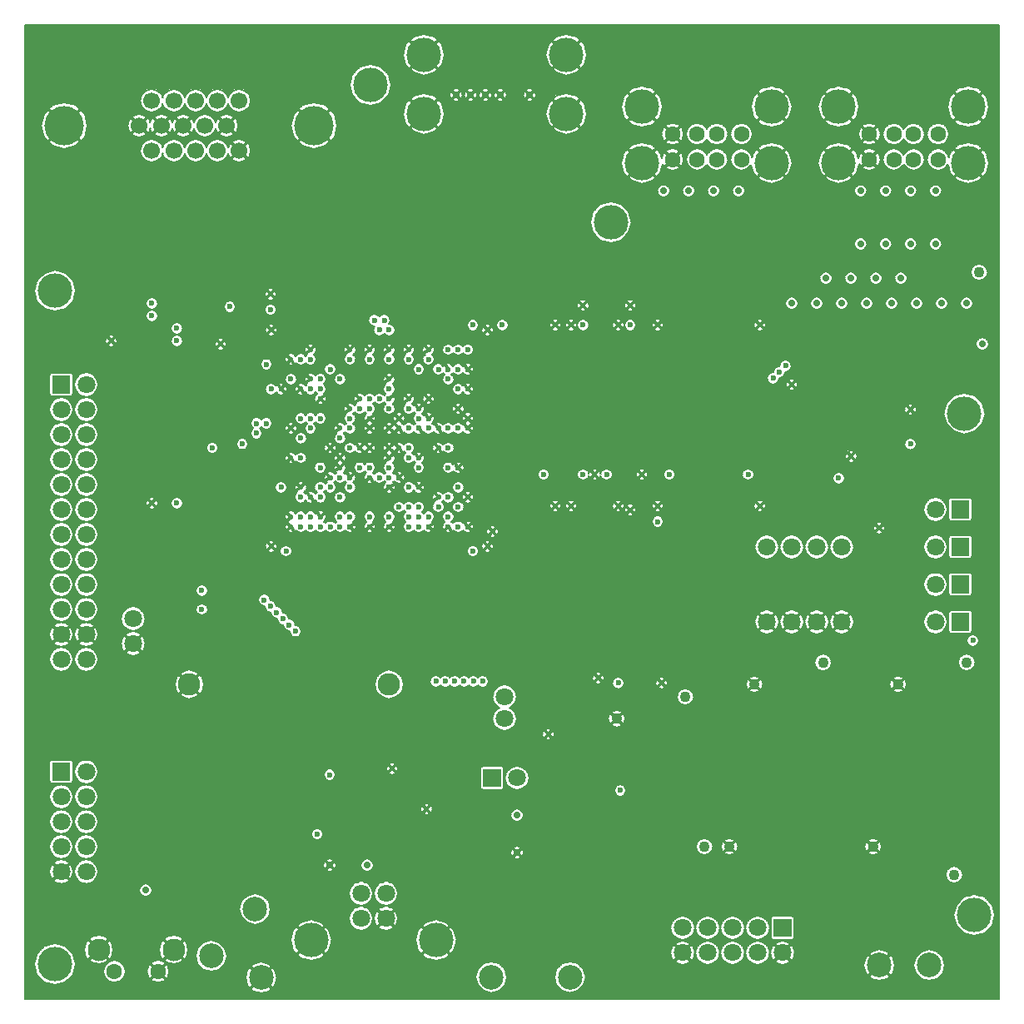
<source format=gbr>
%FSLAX34Y34*%
%MOMM*%
%LNCOPPER_INNER1*%
G71*
G01*
%ADD10C, 1.80*%
%ADD11C, 1.60*%
%ADD12C, 0.70*%
%ADD13C, 0.60*%
%ADD14C, 1.70*%
%ADD15C, 2.29*%
%ADD16C, 1.80*%
%ADD17C, 3.50*%
%ADD18C, 2.50*%
%ADD19C, 1.10*%
%ADD20C, 2.50*%
%ADD21C, 4.00*%
%ADD22C, 2.30*%
%ADD23C, 0.20*%
%ADD24C, 0.38*%
%LPD*%
X66904Y159614D02*
G54D10*
D03*
X41504Y159614D02*
G54D10*
D03*
X41504Y185014D02*
G54D10*
D03*
X66904Y185014D02*
G54D10*
D03*
X66904Y235814D02*
G54D10*
D03*
G36*
X32500Y244818D02*
X50508Y244818D01*
X50508Y226810D01*
X32500Y226810D01*
X32500Y244818D01*
G37*
X66904Y350114D02*
G54D10*
D03*
X41504Y350114D02*
G54D10*
D03*
X41504Y400914D02*
G54D10*
D03*
X66904Y400914D02*
G54D10*
D03*
X41504Y426314D02*
G54D10*
D03*
X66904Y426314D02*
G54D10*
D03*
X66904Y375514D02*
G54D10*
D03*
X41504Y375514D02*
G54D10*
D03*
X41504Y451714D02*
G54D10*
D03*
X66904Y451714D02*
G54D10*
D03*
X66904Y477114D02*
G54D10*
D03*
X41504Y477114D02*
G54D10*
D03*
X41504Y502514D02*
G54D10*
D03*
X66904Y502514D02*
G54D10*
D03*
X66904Y527914D02*
G54D10*
D03*
X41504Y527914D02*
G54D10*
D03*
X41504Y553314D02*
G54D10*
D03*
X66904Y553314D02*
G54D10*
D03*
X66904Y578714D02*
G54D10*
D03*
X41504Y578714D02*
G54D10*
D03*
X41504Y604114D02*
G54D10*
D03*
X66904Y604114D02*
G54D10*
D03*
X66904Y629514D02*
G54D10*
D03*
G36*
X32500Y638518D02*
X50508Y638518D01*
X50508Y620510D01*
X32500Y620510D01*
X32500Y638518D01*
G37*
X95479Y32614D02*
G54D11*
D03*
X139929Y32614D02*
G54D11*
D03*
X127229Y115164D02*
G54D12*
D03*
X114529Y391389D02*
G54D10*
D03*
X133579Y508864D02*
G54D13*
D03*
X133579Y712064D02*
G54D13*
D03*
X133579Y699364D02*
G54D13*
D03*
X92304Y673964D02*
G54D13*
D03*
X133579Y867639D02*
G54D14*
D03*
X133579Y918439D02*
G54D14*
D03*
X171679Y324714D02*
G54D15*
D03*
X184379Y419964D02*
G54D13*
D03*
X184379Y400914D02*
G54D13*
D03*
X194996Y564998D02*
G54D13*
D03*
X225654Y569189D02*
G54D13*
D03*
X212954Y708889D02*
G54D13*
D03*
X178029Y867639D02*
G54D14*
D03*
X200254Y867639D02*
G54D14*
D03*
X178029Y918439D02*
G54D14*
D03*
X200254Y918439D02*
G54D14*
D03*
X301854Y172314D02*
G54D13*
D03*
X279629Y378689D02*
G54D13*
D03*
X273279Y385039D02*
G54D13*
D03*
X266929Y391389D02*
G54D13*
D03*
X260579Y397739D02*
G54D13*
D03*
X254229Y404089D02*
G54D13*
D03*
X247879Y410439D02*
G54D13*
D03*
X274981Y494996D02*
G54D13*
D03*
X254991Y464998D02*
G54D13*
D03*
X284988Y485013D02*
G54D13*
D03*
X294996Y485013D02*
G54D13*
D03*
X274981Y485013D02*
G54D13*
D03*
X294996Y494996D02*
G54D13*
D03*
X284988Y494996D02*
G54D13*
D03*
X270002Y459994D02*
G54D13*
D03*
X274981Y585013D02*
G54D13*
D03*
X294996Y585013D02*
G54D13*
D03*
X274981Y554990D02*
G54D13*
D03*
X239980Y580009D02*
G54D13*
D03*
X284988Y524993D02*
G54D13*
D03*
X264998Y524993D02*
G54D13*
D03*
X284988Y575006D02*
G54D13*
D03*
X284988Y554990D02*
G54D13*
D03*
X274981Y654990D02*
G54D13*
D03*
X294996Y635000D02*
G54D13*
D03*
X264998Y624993D02*
G54D13*
D03*
X249988Y650012D02*
G54D13*
D03*
X254991Y624993D02*
G54D13*
D03*
X284988Y624993D02*
G54D13*
D03*
X274981Y635000D02*
G54D13*
D03*
X294996Y654990D02*
G54D13*
D03*
X284988Y654990D02*
G54D13*
D03*
X294996Y624993D02*
G54D13*
D03*
X254991Y685013D02*
G54D13*
D03*
X254229Y705714D02*
G54D13*
D03*
X254229Y721589D02*
G54D13*
D03*
X346304Y86589D02*
G54D16*
D03*
X346304Y111989D02*
G54D16*
D03*
X371704Y86589D02*
G54D16*
D03*
X371704Y111989D02*
G54D16*
D03*
X314554Y140564D02*
G54D12*
D03*
X352654Y140564D02*
G54D12*
D03*
X314554Y232639D02*
G54D13*
D03*
X378054Y238989D02*
G54D13*
D03*
X374980Y485013D02*
G54D13*
D03*
X354990Y485013D02*
G54D13*
D03*
X335001Y485013D02*
G54D13*
D03*
X314986Y485013D02*
G54D13*
D03*
X324994Y485013D02*
G54D13*
D03*
X324994Y494996D02*
G54D13*
D03*
X354990Y494996D02*
G54D13*
D03*
X335001Y494996D02*
G54D13*
D03*
X374980Y494996D02*
G54D13*
D03*
X324994Y585013D02*
G54D13*
D03*
X335001Y585013D02*
G54D13*
D03*
X354990Y585013D02*
G54D13*
D03*
X374980Y585013D02*
G54D13*
D03*
X374980Y564998D02*
G54D13*
D03*
X374980Y554990D02*
G54D13*
D03*
X374980Y545008D02*
G54D13*
D03*
X374980Y535000D02*
G54D13*
D03*
X374980Y524993D02*
G54D13*
D03*
X354990Y564998D02*
G54D13*
D03*
X344983Y564998D02*
G54D13*
D03*
X335001Y564998D02*
G54D13*
D03*
X314986Y564998D02*
G54D13*
D03*
X324994Y554990D02*
G54D13*
D03*
X354990Y545008D02*
G54D13*
D03*
X344983Y545008D02*
G54D13*
D03*
X324994Y545008D02*
G54D13*
D03*
X354990Y535000D02*
G54D13*
D03*
X335001Y535000D02*
G54D13*
D03*
X324994Y535000D02*
G54D13*
D03*
X314986Y535000D02*
G54D13*
D03*
X335001Y524993D02*
G54D13*
D03*
X314986Y524993D02*
G54D13*
D03*
X324994Y575006D02*
G54D13*
D03*
X364998Y535000D02*
G54D13*
D03*
X344983Y615011D02*
G54D13*
D03*
X354990Y615011D02*
G54D13*
D03*
X335001Y605003D02*
G54D13*
D03*
X344983Y605003D02*
G54D13*
D03*
X354990Y605003D02*
G54D13*
D03*
X374980Y635000D02*
G54D13*
D03*
X374980Y624993D02*
G54D13*
D03*
X374980Y615011D02*
G54D13*
D03*
X374980Y605003D02*
G54D13*
D03*
X324994Y635000D02*
G54D13*
D03*
X314986Y645008D02*
G54D13*
D03*
X335001Y654990D02*
G54D13*
D03*
X354990Y654990D02*
G54D13*
D03*
X374980Y654990D02*
G54D13*
D03*
X364998Y615011D02*
G54D13*
D03*
X359994Y694995D02*
G54D13*
D03*
X370002Y694995D02*
G54D13*
D03*
X364998Y685013D02*
G54D13*
D03*
X374980Y685013D02*
G54D13*
D03*
X355829Y934314D02*
G54D17*
D03*
X412979Y197714D02*
G54D13*
D03*
X451079Y327889D02*
G54D13*
D03*
X441554Y327889D02*
G54D13*
D03*
X432029Y327889D02*
G54D13*
D03*
X422504Y327889D02*
G54D13*
D03*
X414986Y485013D02*
G54D13*
D03*
X435001Y485013D02*
G54D13*
D03*
X454990Y485013D02*
G54D13*
D03*
X394996Y485013D02*
G54D13*
D03*
X405004Y485013D02*
G54D13*
D03*
X405004Y494996D02*
G54D13*
D03*
X394996Y494996D02*
G54D13*
D03*
X405004Y505003D02*
G54D13*
D03*
X424993Y505003D02*
G54D13*
D03*
X394996Y505003D02*
G54D13*
D03*
X444983Y485013D02*
G54D13*
D03*
X435001Y494996D02*
G54D13*
D03*
X444983Y505003D02*
G54D13*
D03*
X414986Y494996D02*
G54D13*
D03*
X394996Y585013D02*
G54D13*
D03*
X405004Y585013D02*
G54D13*
D03*
X414986Y585013D02*
G54D13*
D03*
X424993Y585013D02*
G54D13*
D03*
X435001Y585013D02*
G54D13*
D03*
X444983Y585013D02*
G54D13*
D03*
X454990Y585013D02*
G54D13*
D03*
X394996Y564998D02*
G54D13*
D03*
X424993Y564998D02*
G54D13*
D03*
X435001Y564998D02*
G54D13*
D03*
X394996Y554990D02*
G54D13*
D03*
X405004Y554990D02*
G54D13*
D03*
X405004Y545008D02*
G54D13*
D03*
X435001Y545008D02*
G54D13*
D03*
X444983Y545008D02*
G54D13*
D03*
X405004Y524993D02*
G54D13*
D03*
X444983Y524993D02*
G54D13*
D03*
X394996Y524993D02*
G54D13*
D03*
X435001Y645008D02*
G54D13*
D03*
X454990Y645008D02*
G54D13*
D03*
X435001Y635000D02*
G54D13*
D03*
X454990Y624993D02*
G54D13*
D03*
X394996Y615011D02*
G54D13*
D03*
X405004Y605003D02*
G54D13*
D03*
X444983Y605003D02*
G54D13*
D03*
X394996Y605003D02*
G54D13*
D03*
X405004Y645008D02*
G54D13*
D03*
X424993Y645008D02*
G54D13*
D03*
X414986Y615011D02*
G54D13*
D03*
X444983Y624993D02*
G54D13*
D03*
X444983Y645008D02*
G54D13*
D03*
X414986Y654990D02*
G54D13*
D03*
X394996Y654990D02*
G54D13*
D03*
X442849Y923773D02*
G54D12*
D03*
X478816Y26873D02*
G54D18*
D03*
X505054Y191364D02*
G54D12*
D03*
X505054Y153264D02*
G54D12*
D03*
G36*
X470650Y238468D02*
X488658Y238468D01*
X488658Y220460D01*
X470650Y220460D01*
X470650Y238468D01*
G37*
X505054Y229464D02*
G54D16*
D03*
X492354Y312014D02*
G54D16*
D03*
X470129Y327889D02*
G54D13*
D03*
X474980Y464998D02*
G54D13*
D03*
X479984Y480010D02*
G54D13*
D03*
X474980Y685013D02*
G54D13*
D03*
X489992Y689991D02*
G54D13*
D03*
X487833Y923773D02*
G54D12*
D03*
X472847Y923773D02*
G54D12*
D03*
X517830Y923773D02*
G54D12*
D03*
X558800Y26873D02*
G54D18*
D03*
X608000Y326009D02*
G54D13*
D03*
X587604Y331064D02*
G54D13*
D03*
X543992Y505993D02*
G54D13*
D03*
X559994Y505993D02*
G54D13*
D03*
X608000Y505993D02*
G54D13*
D03*
X583997Y537998D02*
G54D13*
D03*
X571983Y537998D02*
G54D13*
D03*
X595986Y537998D02*
G54D13*
D03*
X543992Y689991D02*
G54D13*
D03*
X559994Y689991D02*
G54D13*
D03*
X608000Y689991D02*
G54D13*
D03*
X571983Y710006D02*
G54D13*
D03*
X571983Y689991D02*
G54D13*
D03*
X673329Y77064D02*
G54D16*
D03*
X651993Y326009D02*
G54D13*
D03*
X676200Y311937D02*
G54D19*
D03*
X647980Y505993D02*
G54D13*
D03*
X647980Y489992D02*
G54D13*
D03*
X619989Y502006D02*
G54D13*
D03*
X632004Y537998D02*
G54D13*
D03*
X659994Y537998D02*
G54D13*
D03*
X619989Y710006D02*
G54D13*
D03*
X619989Y689991D02*
G54D13*
D03*
X647980Y689991D02*
G54D13*
D03*
X679679Y826364D02*
G54D12*
D03*
X654279Y826364D02*
G54D12*
D03*
X663194Y858317D02*
G54D11*
D03*
X663194Y884327D02*
G54D11*
D03*
X724129Y77064D02*
G54D16*
D03*
X749529Y77064D02*
G54D16*
D03*
X720954Y159614D02*
G54D19*
D03*
X746354Y324714D02*
G54D19*
D03*
X751992Y505993D02*
G54D13*
D03*
X740004Y537998D02*
G54D13*
D03*
X751992Y689991D02*
G54D13*
D03*
X705079Y826364D02*
G54D12*
D03*
X708203Y858317D02*
G54D11*
D03*
X708203Y884327D02*
G54D11*
D03*
X730479Y826364D02*
G54D12*
D03*
X733197Y858317D02*
G54D11*
D03*
X733197Y884327D02*
G54D11*
D03*
X816204Y346939D02*
G54D19*
D03*
X809854Y388214D02*
G54D10*
D03*
X784454Y388214D02*
G54D10*
D03*
X809854Y464414D02*
G54D10*
D03*
X784454Y464414D02*
G54D10*
D03*
X832079Y534264D02*
G54D13*
D03*
X784454Y629514D02*
G54D13*
D03*
X778104Y648564D02*
G54D13*
D03*
X771754Y642214D02*
G54D13*
D03*
X819379Y737464D02*
G54D12*
D03*
X784454Y712064D02*
G54D12*
D03*
X809854Y712064D02*
G54D12*
D03*
X835254Y712064D02*
G54D12*
D03*
X873354Y38964D02*
G54D20*
D03*
X867004Y159614D02*
G54D19*
D03*
X892404Y324714D02*
G54D19*
D03*
X873354Y483464D02*
G54D13*
D03*
X905104Y569189D02*
G54D13*
D03*
X905104Y604114D02*
G54D13*
D03*
X870179Y737464D02*
G54D12*
D03*
X895579Y737464D02*
G54D12*
D03*
X860654Y712064D02*
G54D12*
D03*
X886054Y712064D02*
G54D12*
D03*
X911454Y712064D02*
G54D12*
D03*
X854304Y772389D02*
G54D12*
D03*
X879704Y772389D02*
G54D12*
D03*
X905104Y772389D02*
G54D12*
D03*
X854304Y826364D02*
G54D12*
D03*
X879704Y826364D02*
G54D12*
D03*
X863220Y858317D02*
G54D11*
D03*
X905104Y826364D02*
G54D12*
D03*
X863220Y884327D02*
G54D11*
D03*
X888213Y858317D02*
G54D11*
D03*
X888213Y884327D02*
G54D11*
D03*
X962254Y346939D02*
G54D19*
D03*
G36*
X946900Y397218D02*
X964908Y397218D01*
X964908Y379210D01*
X946900Y379210D01*
X946900Y397218D01*
G37*
X930504Y388214D02*
G54D16*
D03*
G36*
X946900Y435318D02*
X964908Y435318D01*
X964908Y417310D01*
X946900Y417310D01*
X946900Y435318D01*
G37*
X930504Y426314D02*
G54D16*
D03*
X968604Y369164D02*
G54D13*
D03*
G36*
X946900Y473418D02*
X964908Y473418D01*
X964908Y455410D01*
X946900Y455410D01*
X946900Y473418D01*
G37*
X930504Y464414D02*
G54D16*
D03*
G36*
X946900Y511518D02*
X964908Y511518D01*
X964908Y493510D01*
X946900Y493510D01*
X946900Y511518D01*
G37*
X930504Y502514D02*
G54D16*
D03*
X936854Y712064D02*
G54D12*
D03*
X962254Y712064D02*
G54D12*
D03*
X930504Y772389D02*
G54D12*
D03*
X930504Y826364D02*
G54D12*
D03*
X933222Y858317D02*
G54D11*
D03*
X933222Y884327D02*
G54D11*
D03*
X963829Y854939D02*
G54D17*
D03*
X35002Y40005D02*
G54D17*
D03*
X41504Y134214D02*
G54D10*
D03*
X66904Y134214D02*
G54D10*
D03*
X41504Y210414D02*
G54D10*
D03*
X66904Y210414D02*
G54D10*
D03*
X44679Y893039D02*
G54D21*
D03*
X114529Y365989D02*
G54D10*
D03*
X143104Y893039D02*
G54D14*
D03*
X120879Y893039D02*
G54D14*
D03*
X193904Y48489D02*
G54D18*
D03*
X203429Y670789D02*
G54D13*
D03*
X187554Y893039D02*
G54D14*
D03*
X209779Y893039D02*
G54D14*
D03*
X294996Y664998D02*
G54D13*
D03*
X294996Y594996D02*
G54D13*
D03*
X294996Y515010D02*
G54D13*
D03*
X249988Y589991D02*
G54D13*
D03*
X239980Y589991D02*
G54D13*
D03*
X284988Y594996D02*
G54D13*
D03*
X284988Y515010D02*
G54D13*
D03*
X335001Y664998D02*
G54D13*
D03*
X354990Y664998D02*
G54D13*
D03*
X354990Y594996D02*
G54D13*
D03*
X374980Y664998D02*
G54D13*
D03*
X335001Y594996D02*
G54D13*
D03*
X324994Y515010D02*
G54D13*
D03*
X422504Y64364D02*
G54D17*
D03*
X394996Y664998D02*
G54D13*
D03*
X414986Y664998D02*
G54D13*
D03*
X405004Y594996D02*
G54D13*
D03*
X414986Y594996D02*
G54D13*
D03*
X454990Y594996D02*
G54D13*
D03*
X435001Y515010D02*
G54D13*
D03*
X424993Y515010D02*
G54D13*
D03*
X454990Y515010D02*
G54D13*
D03*
X454990Y664998D02*
G54D13*
D03*
X444983Y664998D02*
G54D13*
D03*
X435001Y664998D02*
G54D13*
D03*
X410185Y904926D02*
G54D17*
D03*
X410185Y964921D02*
G54D17*
D03*
X492354Y289789D02*
G54D16*
D03*
X673329Y51664D02*
G54D16*
D03*
X724129Y51664D02*
G54D16*
D03*
X749529Y51664D02*
G54D16*
D03*
X949554Y131039D02*
G54D19*
D03*
X978129Y670789D02*
G54D12*
D03*
X959994Y599999D02*
G54D17*
D03*
X963829Y912089D02*
G54D17*
D03*
X974954Y743814D02*
G54D19*
D03*
X35154Y724764D02*
G54D17*
D03*
X244704Y26264D02*
G54D18*
D03*
X238354Y96114D02*
G54D18*
D03*
X158979Y508864D02*
G54D13*
D03*
X158979Y686664D02*
G54D13*
D03*
X158979Y673964D02*
G54D13*
D03*
X155804Y867639D02*
G54D14*
D03*
X222479Y867639D02*
G54D14*
D03*
X155804Y918439D02*
G54D14*
D03*
X222479Y918439D02*
G54D14*
D03*
X536804Y273914D02*
G54D13*
D03*
X374879Y324714D02*
G54D15*
D03*
X460604Y327889D02*
G54D13*
D03*
X459994Y459994D02*
G54D13*
D03*
X305004Y494996D02*
G54D13*
D03*
X305004Y485013D02*
G54D13*
D03*
X384988Y505003D02*
G54D13*
D03*
X384988Y585013D02*
G54D13*
D03*
X384988Y564998D02*
G54D13*
D03*
X384988Y535000D02*
G54D13*
D03*
X305004Y524993D02*
G54D13*
D03*
X305004Y545008D02*
G54D13*
D03*
X532004Y537998D02*
G54D13*
D03*
X305004Y624993D02*
G54D13*
D03*
X305004Y615011D02*
G54D13*
D03*
X305004Y635000D02*
G54D13*
D03*
X459994Y689991D02*
G54D13*
D03*
X457835Y923773D02*
G54D12*
D03*
G36*
X765925Y86068D02*
X783933Y86068D01*
X783933Y68060D01*
X765925Y68060D01*
X765925Y86068D01*
G37*
X698729Y77064D02*
G54D16*
D03*
X695554Y159614D02*
G54D19*
D03*
X609829Y216764D02*
G54D13*
D03*
X759054Y388214D02*
G54D10*
D03*
X835254Y388214D02*
G54D10*
D03*
X759054Y464414D02*
G54D10*
D03*
X835254Y464414D02*
G54D10*
D03*
X844779Y556489D02*
G54D13*
D03*
X765404Y635864D02*
G54D13*
D03*
X844779Y737464D02*
G54D12*
D03*
X600304Y794614D02*
G54D17*
D03*
X688188Y858317D02*
G54D11*
D03*
X688188Y884327D02*
G54D11*
D03*
X632054Y854939D02*
G54D17*
D03*
X763804Y854939D02*
G54D17*
D03*
X832079Y854939D02*
G54D17*
D03*
X924154Y38964D02*
G54D20*
D03*
X970001Y89993D02*
G54D17*
D03*
X908228Y858317D02*
G54D11*
D03*
X908228Y884327D02*
G54D11*
D03*
X79604Y54839D02*
G54D22*
D03*
X155804Y54839D02*
G54D22*
D03*
X165329Y893039D02*
G54D14*
D03*
X295504Y64364D02*
G54D17*
D03*
X305004Y594996D02*
G54D13*
D03*
X384988Y594996D02*
G54D13*
D03*
X305004Y515010D02*
G54D13*
D03*
X774929Y51664D02*
G54D16*
D03*
X698729Y51664D02*
G54D16*
D03*
X606350Y289713D02*
G54D19*
D03*
X632054Y912089D02*
G54D17*
D03*
X763804Y912089D02*
G54D17*
D03*
X832079Y912089D02*
G54D17*
D03*
X555194Y904926D02*
G54D17*
D03*
X555194Y964921D02*
G54D17*
D03*
X298679Y893039D02*
G54D21*
D03*
G54D23*
X4978Y5005D02*
X994994Y5005D01*
X994994Y994995D01*
X4978Y994995D01*
X4978Y5005D01*
X994994Y5005D01*
G54D23*
X555194Y986155D02*
X565810Y983310D01*
X573584Y975538D01*
X576402Y964921D01*
X573584Y954304D01*
X565810Y946557D01*
X555194Y943712D01*
X544576Y946557D01*
X536804Y954304D01*
X533960Y964921D01*
X536804Y975538D01*
X544576Y983310D01*
X555194Y986155D01*
G54D23*
X410185Y986155D02*
X420802Y983310D01*
X428574Y975538D01*
X431420Y964921D01*
X428574Y954304D01*
X420802Y946557D01*
X410185Y943712D01*
X399568Y946557D01*
X391821Y954304D01*
X388976Y964921D01*
X391821Y975538D01*
X399568Y983310D01*
X410185Y986155D01*
G54D23*
X222479Y930326D02*
X228423Y928726D01*
X232766Y924383D01*
X234366Y918439D01*
X232766Y912470D01*
X228423Y908127D01*
X222479Y906526D01*
X216510Y908127D01*
X212166Y912470D01*
X211354Y915467D01*
X210541Y912470D01*
X206198Y908127D01*
X200254Y906526D01*
X194285Y908127D01*
X189942Y912470D01*
X189128Y915467D01*
X188316Y912470D01*
X183972Y908127D01*
X178029Y906526D01*
X172060Y908127D01*
X167716Y912470D01*
X166904Y915467D01*
X166091Y912470D01*
X161748Y908127D01*
X155804Y906526D01*
X149835Y908127D01*
X145492Y912470D01*
X144679Y915467D01*
X143866Y912470D01*
X139522Y908127D01*
X133579Y906526D01*
X127610Y908127D01*
X123266Y912470D01*
X121666Y918439D01*
X123266Y924383D01*
X127610Y928726D01*
X133579Y930326D01*
X139522Y928726D01*
X143866Y924383D01*
X144679Y921386D01*
X145492Y924383D01*
X149835Y928726D01*
X155804Y930326D01*
X161748Y928726D01*
X166091Y924383D01*
X166904Y921386D01*
X167716Y924383D01*
X172060Y928726D01*
X178029Y930326D01*
X183972Y928726D01*
X188316Y924383D01*
X189128Y921386D01*
X189942Y924383D01*
X194285Y928726D01*
X200254Y930326D01*
X206198Y928726D01*
X210541Y924383D01*
X211354Y921386D01*
X212166Y924383D01*
X216510Y928726D01*
X222479Y930326D01*
G54D23*
X487858Y930504D02*
X517830Y930504D01*
X521208Y929615D01*
X523672Y927151D01*
X524561Y923773D01*
X523672Y920421D01*
X521208Y917957D01*
X517830Y917042D01*
X514478Y917957D01*
X512014Y920421D01*
X511124Y923773D01*
X512014Y927151D01*
X514478Y929615D01*
X517830Y930504D01*
G54D23*
X472847Y930504D02*
X476200Y929615D01*
X478664Y927151D01*
X479578Y923773D01*
X478664Y920421D01*
X476200Y917957D01*
X472847Y917042D01*
X469468Y917957D01*
X467004Y920421D01*
X466116Y923773D01*
X467004Y927151D01*
X469468Y929615D01*
X472847Y930504D01*
X487833Y930504D01*
X491211Y929615D01*
X493674Y927151D01*
X494564Y923773D01*
X493674Y920421D01*
X491211Y917957D01*
X487833Y917042D01*
X484480Y917957D01*
X482016Y920421D01*
X481102Y923773D01*
X482016Y927151D01*
X484480Y929615D01*
X487833Y930504D01*
G54D23*
X442849Y930504D02*
X446202Y929615D01*
X448666Y927151D01*
X449580Y923773D01*
X448666Y920421D01*
X446202Y917957D01*
X442849Y917042D01*
X439471Y917957D01*
X437008Y920421D01*
X436118Y923773D01*
X437008Y927151D01*
X439471Y929615D01*
X442849Y930504D01*
X457835Y930504D01*
X461214Y929615D01*
X463678Y927151D01*
X464566Y923773D01*
X463678Y920421D01*
X461214Y917957D01*
X457835Y917042D01*
X454482Y917957D01*
X452018Y920421D01*
X451104Y923773D01*
X452018Y927151D01*
X454482Y929615D01*
X457835Y930504D01*
G54D23*
X355829Y955523D02*
X366420Y952678D01*
X374193Y944906D01*
X377038Y934314D01*
X374193Y923697D01*
X366420Y915925D01*
X355829Y913080D01*
X345212Y915925D01*
X337440Y923697D01*
X334594Y934314D01*
X337440Y944906D01*
X345212Y952678D01*
X355829Y955523D01*
G54D23*
X209779Y904926D02*
X215722Y903326D01*
X220066Y898983D01*
X221666Y893039D01*
X220066Y887070D01*
X215722Y882726D01*
X209779Y881127D01*
X203810Y882726D01*
X199466Y887070D01*
X198654Y890067D01*
X197841Y887070D01*
X193498Y882726D01*
X187554Y881127D01*
X181585Y882726D01*
X177242Y887070D01*
X176429Y890067D01*
X175616Y887070D01*
X171272Y882726D01*
X165329Y881127D01*
X159360Y882726D01*
X155016Y887070D01*
X154204Y890067D01*
X153391Y887070D01*
X149048Y882726D01*
X143104Y881127D01*
X137135Y882726D01*
X132792Y887070D01*
X131978Y890067D01*
X131166Y887070D01*
X126822Y882726D01*
X120879Y881127D01*
X114910Y882726D01*
X110566Y887070D01*
X108966Y893039D01*
X110566Y898983D01*
X114910Y903326D01*
X120879Y904926D01*
X126822Y903326D01*
X131166Y898983D01*
X131978Y895985D01*
X132792Y898983D01*
X137135Y903326D01*
X143104Y904926D01*
X149048Y903326D01*
X153391Y898983D01*
X154204Y895985D01*
X155016Y898983D01*
X159360Y903326D01*
X165329Y904926D01*
X171272Y903326D01*
X175616Y898983D01*
X176429Y895985D01*
X177242Y898983D01*
X181585Y903326D01*
X187554Y904926D01*
X193498Y903326D01*
X197841Y898983D01*
X198654Y895985D01*
X199466Y898983D01*
X203810Y903326D01*
X209779Y904926D01*
G54D23*
X963829Y933298D02*
X974446Y930453D01*
X982218Y922681D01*
X985063Y912089D01*
X982218Y901472D01*
X974446Y893699D01*
X963829Y890855D01*
X953212Y893699D01*
X945439Y901472D01*
X942594Y912089D01*
X945439Y922681D01*
X953212Y930453D01*
X963829Y933298D01*
G54D23*
X832079Y933298D02*
X842670Y930453D01*
X850443Y922681D01*
X853288Y912089D01*
X850443Y901472D01*
X842670Y893699D01*
X832079Y890855D01*
X821462Y893699D01*
X813690Y901472D01*
X810844Y912089D01*
X813690Y922681D01*
X821462Y930453D01*
X832079Y933298D01*
G54D23*
X763804Y933298D02*
X774421Y930453D01*
X782194Y922681D01*
X785038Y912089D01*
X782194Y901472D01*
X774421Y893699D01*
X763804Y890855D01*
X753187Y893699D01*
X745414Y901472D01*
X742570Y912089D01*
X745414Y922681D01*
X753187Y930453D01*
X763804Y933298D01*
G54D23*
X632054Y933298D02*
X642646Y930453D01*
X650418Y922681D01*
X653263Y912089D01*
X650418Y901472D01*
X642646Y893699D01*
X632054Y890855D01*
X621436Y893699D01*
X613664Y901472D01*
X610820Y912089D01*
X613664Y922681D01*
X621436Y930453D01*
X632054Y933298D01*
G54D23*
X908228Y895706D02*
X913918Y894182D01*
X918083Y890017D01*
X919608Y884327D01*
X918083Y878637D01*
X913918Y874472D01*
X908228Y872948D01*
X902513Y874472D01*
X898348Y878637D01*
X898220Y879145D01*
X898068Y878637D01*
X893902Y874472D01*
X888213Y872948D01*
X882524Y874472D01*
X878358Y878637D01*
X876834Y884327D01*
X878358Y890017D01*
X882524Y894182D01*
X888213Y895706D01*
X893902Y894182D01*
X898068Y890017D01*
X898220Y889509D01*
X898348Y890017D01*
X902513Y894182D01*
X908228Y895706D01*
G54D23*
X708203Y895706D02*
X713892Y894182D01*
X718058Y890017D01*
X719582Y884327D01*
X718058Y878637D01*
X713892Y874472D01*
X708203Y872948D01*
X702488Y874472D01*
X698322Y878637D01*
X698196Y879145D01*
X698044Y878637D01*
X693878Y874472D01*
X688188Y872948D01*
X682498Y874472D01*
X678333Y878637D01*
X676808Y884327D01*
X678333Y890017D01*
X682498Y894182D01*
X688188Y895706D01*
X693878Y894182D01*
X698044Y890017D01*
X698196Y889509D01*
X698322Y890017D01*
X702488Y894182D01*
X708203Y895706D01*
G54D23*
X555194Y926161D02*
X565810Y923316D01*
X573584Y915543D01*
X576402Y904926D01*
X573584Y894309D01*
X565810Y886537D01*
X555194Y883692D01*
X544576Y886537D01*
X536804Y894309D01*
X533960Y904926D01*
X536804Y915543D01*
X544576Y923316D01*
X555194Y926161D01*
G54D23*
X410185Y926161D02*
X420802Y923316D01*
X428574Y915543D01*
X431420Y904926D01*
X428574Y894309D01*
X420802Y886537D01*
X410185Y883692D01*
X399568Y886537D01*
X391821Y894309D01*
X388976Y904926D01*
X391821Y915543D01*
X399568Y923316D01*
X410185Y926161D01*
G54D23*
X933222Y895706D02*
X938912Y894182D01*
X943077Y890017D01*
X944601Y884327D01*
X943077Y878637D01*
X938912Y874472D01*
X933222Y872948D01*
X927532Y874472D01*
X923367Y878637D01*
X921817Y884327D01*
X923367Y890017D01*
X927532Y894182D01*
X933222Y895706D01*
G54D23*
X863220Y895706D02*
X868909Y894182D01*
X873074Y890017D01*
X874598Y884327D01*
X873074Y878637D01*
X868909Y874472D01*
X863220Y872948D01*
X857530Y874472D01*
X853364Y878637D01*
X851840Y884327D01*
X853364Y890017D01*
X857530Y894182D01*
X863220Y895706D01*
G54D23*
X733197Y895706D02*
X738886Y894182D01*
X743052Y890017D01*
X744576Y884327D01*
X743052Y878637D01*
X738886Y874472D01*
X733197Y872948D01*
X727507Y874472D01*
X723342Y878637D01*
X721792Y884327D01*
X723342Y890017D01*
X727507Y894182D01*
X733197Y895706D01*
G54D23*
X663194Y895706D02*
X668884Y894182D01*
X673050Y890017D01*
X674574Y884327D01*
X673050Y878637D01*
X668884Y874472D01*
X663194Y872948D01*
X657504Y874472D01*
X653339Y878637D01*
X651815Y884327D01*
X653339Y890017D01*
X657504Y894182D01*
X663194Y895706D01*
G54D23*
X222479Y879526D02*
X228423Y877926D01*
X232766Y873582D01*
X234366Y867639D01*
X232766Y861670D01*
X228423Y857327D01*
X222479Y855726D01*
X216510Y857327D01*
X212166Y861670D01*
X211354Y864667D01*
X210541Y861670D01*
X206198Y857327D01*
X200254Y855726D01*
X194285Y857327D01*
X189942Y861670D01*
X189128Y864667D01*
X188316Y861670D01*
X183972Y857327D01*
X178029Y855726D01*
X172060Y857327D01*
X167716Y861670D01*
X166904Y864667D01*
X166091Y861670D01*
X161748Y857327D01*
X155804Y855726D01*
X149835Y857327D01*
X145492Y861670D01*
X144679Y864667D01*
X143866Y861670D01*
X139522Y857327D01*
X133579Y855726D01*
X127610Y857327D01*
X123266Y861670D01*
X121666Y867639D01*
X123266Y873582D01*
X127610Y877926D01*
X133579Y879526D01*
X139522Y877926D01*
X143866Y873582D01*
X144679Y870586D01*
X145492Y873582D01*
X149835Y877926D01*
X155804Y879526D01*
X161748Y877926D01*
X166091Y873582D01*
X166904Y870586D01*
X167716Y873582D01*
X172060Y877926D01*
X178029Y879526D01*
X183972Y877926D01*
X188316Y873582D01*
X189128Y870586D01*
X189942Y873582D01*
X194285Y877926D01*
X200254Y879526D01*
X206198Y877926D01*
X210541Y873582D01*
X211354Y870586D01*
X212166Y873582D01*
X216510Y877926D01*
X222479Y879526D01*
G54D23*
X298679Y916839D02*
X310566Y913638D01*
X319278Y904926D01*
X322478Y893039D01*
X319278Y881127D01*
X310566Y872414D01*
X298679Y869214D01*
X286766Y872414D01*
X278054Y881127D01*
X274854Y893039D01*
X278054Y904926D01*
X286766Y913638D01*
X298679Y916839D01*
G54D23*
X44679Y916839D02*
X56566Y913638D01*
X65278Y904926D01*
X68478Y893039D01*
X65278Y881127D01*
X56566Y872414D01*
X44679Y869214D01*
X32766Y872414D01*
X24054Y881127D01*
X20854Y893039D01*
X24054Y904926D01*
X32766Y913638D01*
X44679Y916839D01*
G54D23*
X908228Y869722D02*
X913918Y868198D01*
X918083Y864033D01*
X919608Y858317D01*
X918083Y852627D01*
X913918Y848462D01*
X908228Y846938D01*
X902513Y848462D01*
X898348Y852627D01*
X898220Y853136D01*
X898068Y852627D01*
X893902Y848462D01*
X888213Y846938D01*
X882524Y848462D01*
X878358Y852627D01*
X876834Y858317D01*
X878358Y864033D01*
X882524Y868198D01*
X888213Y869722D01*
X893902Y868198D01*
X898068Y864033D01*
X898220Y863499D01*
X898348Y864033D01*
X902513Y868198D01*
X908228Y869722D01*
G54D23*
X708203Y869722D02*
X713892Y868198D01*
X718058Y864033D01*
X719582Y858317D01*
X718058Y852627D01*
X713892Y848462D01*
X708203Y846938D01*
X702488Y848462D01*
X698322Y852627D01*
X698196Y853136D01*
X698044Y852627D01*
X693878Y848462D01*
X688188Y846938D01*
X682498Y848462D01*
X678333Y852627D01*
X676808Y858317D01*
X678333Y864033D01*
X682498Y868198D01*
X688188Y869722D01*
X693878Y868198D01*
X698044Y864033D01*
X698196Y863499D01*
X698322Y864033D01*
X702488Y868198D01*
X708203Y869722D01*
G54D23*
X963829Y876148D02*
X974446Y873303D01*
X982218Y865531D01*
X985063Y854939D01*
X982218Y844322D01*
X974446Y836550D01*
X963829Y833705D01*
X953212Y836550D01*
X945439Y844322D01*
X943154Y852907D01*
X943077Y852627D01*
X938912Y848462D01*
X933222Y846938D01*
X927532Y848462D01*
X923367Y852627D01*
X921817Y858317D01*
X923367Y864033D01*
X927532Y868198D01*
X933222Y869722D01*
X938912Y868198D01*
X943077Y864033D01*
X944068Y860349D01*
X945439Y865531D01*
X953212Y873303D01*
X963829Y876148D01*
G54D23*
X763804Y876148D02*
X774421Y873303D01*
X782194Y865531D01*
X785038Y854939D01*
X782194Y844322D01*
X774421Y836550D01*
X763804Y833705D01*
X753187Y836550D01*
X745414Y844322D01*
X743128Y852907D01*
X743052Y852627D01*
X738886Y848462D01*
X733197Y846938D01*
X727507Y848462D01*
X723342Y852627D01*
X721792Y858317D01*
X723342Y864033D01*
X727507Y868198D01*
X733197Y869722D01*
X738886Y868198D01*
X743052Y864033D01*
X744042Y860349D01*
X745414Y865531D01*
X753187Y873303D01*
X763804Y876148D01*
G54D23*
X832079Y876148D02*
X842670Y873303D01*
X850443Y865531D01*
X852094Y859358D01*
X853364Y864033D01*
X857530Y868198D01*
X863220Y869722D01*
X868909Y868198D01*
X873074Y864033D01*
X874598Y858317D01*
X873074Y852627D01*
X868909Y848462D01*
X863220Y846938D01*
X857530Y848462D01*
X853364Y852627D01*
X853008Y853898D01*
X850443Y844322D01*
X842670Y836550D01*
X832079Y833705D01*
X821462Y836550D01*
X813690Y844322D01*
X810844Y854939D01*
X813690Y865531D01*
X821462Y873303D01*
X832079Y876148D01*
G54D23*
X632054Y876148D02*
X642646Y873303D01*
X650418Y865531D01*
X652069Y859358D01*
X653339Y864033D01*
X657504Y868198D01*
X663194Y869722D01*
X668884Y868198D01*
X673050Y864033D01*
X674574Y858317D01*
X673050Y852627D01*
X668884Y848462D01*
X663194Y846938D01*
X657504Y848462D01*
X653339Y852627D01*
X652984Y853898D01*
X650418Y844322D01*
X642646Y836550D01*
X632054Y833705D01*
X621436Y836550D01*
X613664Y844322D01*
X610820Y854939D01*
X613664Y865531D01*
X621436Y873303D01*
X632054Y876148D01*
G54D23*
X930504Y833069D02*
X933857Y832181D01*
X936320Y829717D01*
X937210Y826364D01*
X936320Y822986D01*
X933857Y820522D01*
X930504Y819633D01*
X927126Y820522D01*
X924662Y822986D01*
X923773Y826364D01*
X924662Y829717D01*
X927126Y832181D01*
X930504Y833069D01*
G54D23*
X905104Y833069D02*
X908457Y832181D01*
X910920Y829717D01*
X911810Y826364D01*
X910920Y822986D01*
X908457Y820522D01*
X905104Y819633D01*
X901726Y820522D01*
X899262Y822986D01*
X898373Y826364D01*
X899262Y829717D01*
X901726Y832181D01*
X905104Y833069D01*
G54D23*
X879704Y833069D02*
X883057Y832181D01*
X885521Y829717D01*
X886410Y826364D01*
X885521Y822986D01*
X883057Y820522D01*
X879704Y819633D01*
X876326Y820522D01*
X873862Y822986D01*
X872973Y826364D01*
X873862Y829717D01*
X876326Y832181D01*
X879704Y833069D01*
G54D23*
X854304Y833069D02*
X857656Y832181D01*
X860120Y829717D01*
X861010Y826364D01*
X860120Y822986D01*
X857656Y820522D01*
X854304Y819633D01*
X850926Y820522D01*
X848462Y822986D01*
X847573Y826364D01*
X848462Y829717D01*
X850926Y832181D01*
X854304Y833069D01*
G54D23*
X730479Y833069D02*
X733832Y832181D01*
X736296Y829717D01*
X737184Y826364D01*
X736296Y822986D01*
X733832Y820522D01*
X730479Y819633D01*
X727100Y820522D01*
X724637Y822986D01*
X723748Y826364D01*
X724637Y829717D01*
X727100Y832181D01*
X730479Y833069D01*
G54D23*
X705079Y833069D02*
X708432Y832181D01*
X710896Y829717D01*
X711785Y826364D01*
X710896Y822986D01*
X708432Y820522D01*
X705079Y819633D01*
X701700Y820522D01*
X699237Y822986D01*
X698348Y826364D01*
X699237Y829717D01*
X701700Y832181D01*
X705079Y833069D01*
G54D23*
X679679Y833069D02*
X683032Y832181D01*
X685496Y829717D01*
X686384Y826364D01*
X685496Y822986D01*
X683032Y820522D01*
X679679Y819633D01*
X676301Y820522D01*
X673837Y822986D01*
X672948Y826364D01*
X673837Y829717D01*
X676301Y832181D01*
X679679Y833069D01*
G54D23*
X654279Y833069D02*
X657632Y832181D01*
X660096Y829717D01*
X660984Y826364D01*
X660096Y822986D01*
X657632Y820522D01*
X654279Y819633D01*
X650901Y820522D01*
X648437Y822986D01*
X647548Y826364D01*
X648437Y829717D01*
X650901Y832181D01*
X654279Y833069D01*
G54D23*
X600304Y815823D02*
X610896Y812979D01*
X618668Y805206D01*
X621513Y794614D01*
X618668Y783997D01*
X610896Y776224D01*
X600304Y773379D01*
X589686Y776224D01*
X581914Y783997D01*
X579070Y794614D01*
X581914Y805206D01*
X589686Y812979D01*
X600304Y815823D01*
G54D23*
X930504Y779095D02*
X933857Y778206D01*
X936320Y775742D01*
X937210Y772389D01*
X936320Y769010D01*
X933857Y766547D01*
X930504Y765658D01*
X927126Y766547D01*
X924662Y769010D01*
X923773Y772389D01*
X924662Y775742D01*
X927126Y778206D01*
X930504Y779095D01*
G54D23*
X905104Y779095D02*
X908457Y778206D01*
X910920Y775742D01*
X911810Y772389D01*
X910920Y769010D01*
X908457Y766547D01*
X905104Y765658D01*
X901726Y766547D01*
X899262Y769010D01*
X898373Y772389D01*
X899262Y775742D01*
X901726Y778206D01*
X905104Y779095D01*
G54D23*
X879704Y779095D02*
X883057Y778206D01*
X885521Y775742D01*
X886410Y772389D01*
X885521Y769010D01*
X883057Y766547D01*
X879704Y765658D01*
X876326Y766547D01*
X873862Y769010D01*
X872973Y772389D01*
X873862Y775742D01*
X876326Y778206D01*
X879704Y779095D01*
G54D23*
X854304Y779095D02*
X857656Y778206D01*
X860120Y775742D01*
X861010Y772389D01*
X860120Y769010D01*
X857656Y766547D01*
X854304Y765658D01*
X850926Y766547D01*
X848462Y769010D01*
X847573Y772389D01*
X848462Y775742D01*
X850926Y778206D01*
X854304Y779095D01*
G54D23*
X974954Y752602D02*
X979348Y751434D01*
X982574Y748208D01*
X983742Y743814D01*
X982574Y739394D01*
X979348Y736168D01*
X974954Y735000D01*
X970534Y736168D01*
X967308Y739394D01*
X966140Y743814D01*
X967308Y748208D01*
X970534Y751434D01*
X974954Y752602D01*
G54D23*
X895579Y744170D02*
X898932Y743280D01*
X901396Y740817D01*
X902285Y737464D01*
X901396Y734086D01*
X898932Y731622D01*
X895579Y730733D01*
X892200Y731622D01*
X889737Y734086D01*
X888848Y737464D01*
X889737Y740817D01*
X892200Y743280D01*
X895579Y744170D01*
G54D23*
X870179Y744170D02*
X873532Y743280D01*
X875996Y740817D01*
X876884Y737464D01*
X875996Y734086D01*
X873532Y731622D01*
X870179Y730733D01*
X866801Y731622D01*
X864337Y734086D01*
X863448Y737464D01*
X864337Y740817D01*
X866801Y743280D01*
X870179Y744170D01*
G54D23*
X844779Y744170D02*
X848132Y743280D01*
X850596Y740817D01*
X851484Y737464D01*
X850596Y734086D01*
X848132Y731622D01*
X844779Y730733D01*
X841401Y731622D01*
X838937Y734086D01*
X838048Y737464D01*
X838937Y740817D01*
X841401Y743280D01*
X844779Y744170D01*
G54D23*
X819379Y744170D02*
X822732Y743280D01*
X825196Y740817D01*
X826084Y737464D01*
X825196Y734086D01*
X822732Y731622D01*
X819379Y730733D01*
X816001Y731622D01*
X813537Y734086D01*
X812648Y737464D01*
X813537Y740817D01*
X816001Y743280D01*
X819379Y744170D01*
G54D23*
X254229Y727787D02*
X257328Y726948D01*
X259588Y724687D01*
X260426Y721589D01*
X259588Y718465D01*
X257328Y716204D01*
X254229Y715366D01*
X251104Y716204D01*
X248844Y718465D01*
X248006Y721589D01*
X248844Y724687D01*
X251104Y726948D01*
X254229Y727787D01*
G54D23*
X133579Y718261D02*
X136678Y717423D01*
X138938Y715163D01*
X139776Y712064D01*
X138938Y708939D01*
X136678Y706679D01*
X133579Y705841D01*
X130455Y706679D01*
X128194Y708939D01*
X127356Y712064D01*
X128194Y715163D01*
X130455Y717423D01*
X133579Y718261D01*
G54D23*
X962254Y718769D02*
X965607Y717881D01*
X968070Y715417D01*
X968960Y712064D01*
X968070Y708686D01*
X965607Y706222D01*
X962254Y705333D01*
X958876Y706222D01*
X956412Y708686D01*
X955523Y712064D01*
X956412Y715417D01*
X958876Y717881D01*
X962254Y718769D01*
G54D23*
X936854Y718769D02*
X940207Y717881D01*
X942670Y715417D01*
X943560Y712064D01*
X942670Y708686D01*
X940207Y706222D01*
X936854Y705333D01*
X933476Y706222D01*
X931012Y708686D01*
X930123Y712064D01*
X931012Y715417D01*
X933476Y717881D01*
X936854Y718769D01*
G54D23*
X911454Y718769D02*
X914807Y717881D01*
X917271Y715417D01*
X918160Y712064D01*
X917271Y708686D01*
X914807Y706222D01*
X911454Y705333D01*
X908076Y706222D01*
X905612Y708686D01*
X904723Y712064D01*
X905612Y715417D01*
X908076Y717881D01*
X911454Y718769D01*
G54D23*
X886054Y718769D02*
X889406Y717881D01*
X891870Y715417D01*
X892760Y712064D01*
X891870Y708686D01*
X889406Y706222D01*
X886054Y705333D01*
X882676Y706222D01*
X880212Y708686D01*
X879323Y712064D01*
X880212Y715417D01*
X882676Y717881D01*
X886054Y718769D01*
G54D23*
X860654Y718769D02*
X864006Y717881D01*
X866470Y715417D01*
X867360Y712064D01*
X866470Y708686D01*
X864006Y706222D01*
X860654Y705333D01*
X857276Y706222D01*
X854812Y708686D01*
X853923Y712064D01*
X854812Y715417D01*
X857276Y717881D01*
X860654Y718769D01*
G54D23*
X835254Y718769D02*
X838607Y717881D01*
X841070Y715417D01*
X841960Y712064D01*
X841070Y708686D01*
X838607Y706222D01*
X835254Y705333D01*
X831876Y706222D01*
X829412Y708686D01*
X828523Y712064D01*
X829412Y715417D01*
X831876Y717881D01*
X835254Y718769D01*
G54D23*
X809854Y718769D02*
X813207Y717881D01*
X815670Y715417D01*
X816560Y712064D01*
X815670Y708686D01*
X813207Y706222D01*
X809854Y705333D01*
X806476Y706222D01*
X804012Y708686D01*
X803123Y712064D01*
X804012Y715417D01*
X806476Y717881D01*
X809854Y718769D01*
G54D23*
X784454Y718769D02*
X787807Y717881D01*
X790271Y715417D01*
X791160Y712064D01*
X790271Y708686D01*
X787807Y706222D01*
X784454Y705333D01*
X781076Y706222D01*
X778612Y708686D01*
X777723Y712064D01*
X778612Y715417D01*
X781076Y717881D01*
X784454Y718769D01*
G54D23*
X619989Y716204D02*
X623088Y715392D01*
X625374Y713106D01*
X626212Y710006D01*
X625374Y706908D01*
X623088Y704622D01*
X619989Y703784D01*
X616890Y704622D01*
X614604Y706908D01*
X613792Y710006D01*
X614604Y713106D01*
X616890Y715392D01*
X619989Y716204D01*
G54D23*
X571983Y716204D02*
X575107Y715392D01*
X577368Y713106D01*
X578206Y710006D01*
X577368Y706908D01*
X575107Y704622D01*
X571983Y703784D01*
X568884Y704622D01*
X566624Y706908D01*
X565786Y710006D01*
X566624Y713106D01*
X568884Y715392D01*
X571983Y716204D01*
G54D23*
X35154Y745973D02*
X45746Y743128D01*
X53518Y735355D01*
X56363Y724764D01*
X53518Y714146D01*
X45746Y706375D01*
X35154Y703530D01*
X24537Y706375D01*
X16764Y714146D01*
X13920Y724764D01*
X16764Y735355D01*
X24537Y743128D01*
X35154Y745973D01*
G54D23*
X212954Y715086D02*
X216053Y714248D01*
X218314Y711988D01*
X219152Y708889D01*
X218314Y705765D01*
X216053Y703505D01*
X212954Y702666D01*
X209830Y703505D01*
X207569Y705765D01*
X206731Y708889D01*
X207569Y711988D01*
X209830Y714248D01*
X212954Y715086D01*
G54D23*
X254229Y711912D02*
X257328Y711073D01*
X259588Y708812D01*
X260426Y705714D01*
X259588Y702590D01*
X257328Y700329D01*
X254229Y699491D01*
X251104Y700329D01*
X248844Y702590D01*
X248006Y705714D01*
X248844Y708812D01*
X251104Y711073D01*
X254229Y711912D01*
G54D23*
X370002Y701218D02*
X373101Y700380D01*
X375362Y698119D01*
X376200Y694995D01*
X375362Y691897D01*
X374574Y691109D01*
X374980Y691211D01*
X378104Y690373D01*
X380366Y688112D01*
X381204Y685013D01*
X380366Y681889D01*
X378104Y679628D01*
X374980Y678790D01*
X371882Y679628D01*
X370002Y681508D01*
X368098Y679628D01*
X364998Y678790D01*
X361874Y679628D01*
X359614Y681889D01*
X358776Y685013D01*
X359614Y688112D01*
X360401Y688899D01*
X359994Y688797D01*
X356896Y689610D01*
X354610Y691897D01*
X353772Y694995D01*
X354610Y698119D01*
X356896Y700380D01*
X359994Y701218D01*
X363094Y700380D01*
X364998Y698475D01*
X366878Y700380D01*
X370002Y701218D01*
G54D23*
X133579Y705562D02*
X136678Y704724D01*
X138938Y702463D01*
X139776Y699364D01*
X138938Y696240D01*
X136678Y693979D01*
X133579Y693141D01*
X130455Y693979D01*
X128194Y696240D01*
X127356Y699364D01*
X128194Y702463D01*
X130455Y704724D01*
X133579Y705562D01*
G54D23*
X619989Y696214D02*
X623088Y695376D01*
X625374Y693116D01*
X626212Y689991D01*
X625374Y686892D01*
X623088Y684632D01*
X619989Y683794D01*
X616890Y684632D01*
X614604Y686892D01*
X613994Y689204D01*
X613360Y686892D01*
X611099Y684632D01*
X608000Y683794D01*
X604876Y684632D01*
X602616Y686892D01*
X601777Y689991D01*
X602616Y693116D01*
X604876Y695376D01*
X608000Y696214D01*
X611099Y695376D01*
X613360Y693116D01*
X613994Y690779D01*
X614604Y693116D01*
X616890Y695376D01*
X619989Y696214D01*
G54D23*
X571983Y696214D02*
X575107Y695376D01*
X577368Y693116D01*
X578206Y689991D01*
X577368Y686892D01*
X575107Y684632D01*
X571983Y683794D01*
X568884Y684632D01*
X566624Y686892D01*
X565988Y689204D01*
X565379Y686892D01*
X563093Y684632D01*
X559994Y683794D01*
X556896Y684632D01*
X554610Y686892D01*
X553771Y689991D01*
X554610Y693116D01*
X556896Y695376D01*
X559994Y696214D01*
X563093Y695376D01*
X565379Y693116D01*
X565988Y690779D01*
X566624Y693116D01*
X568884Y695376D01*
X571983Y696214D01*
G54D23*
X751992Y696214D02*
X755092Y695376D01*
X757378Y693116D01*
X758190Y689991D01*
X757378Y686892D01*
X755092Y684632D01*
X751992Y683794D01*
X748894Y684632D01*
X746608Y686892D01*
X745770Y689991D01*
X746608Y693116D01*
X748894Y695376D01*
X751992Y696214D01*
G54D23*
X647980Y696214D02*
X651104Y695376D01*
X653364Y693116D01*
X654203Y689991D01*
X653364Y686892D01*
X651104Y684632D01*
X647980Y683794D01*
X644881Y684632D01*
X642620Y686892D01*
X641782Y689991D01*
X642620Y693116D01*
X644881Y695376D01*
X647980Y696214D01*
G54D23*
X543992Y696214D02*
X547091Y695376D01*
X549377Y693116D01*
X550215Y689991D01*
X549377Y686892D01*
X547091Y684632D01*
X543992Y683794D01*
X540894Y684632D01*
X538608Y686892D01*
X537770Y689991D01*
X538608Y693116D01*
X540894Y695376D01*
X543992Y696214D01*
G54D23*
X489992Y696214D02*
X493091Y695376D01*
X495376Y693116D01*
X496214Y689991D01*
X495376Y686892D01*
X493091Y684632D01*
X489992Y683794D01*
X486893Y684632D01*
X484607Y686892D01*
X483768Y689991D01*
X484607Y693116D01*
X486893Y695376D01*
X489992Y696214D01*
G54D23*
X459994Y696214D02*
X463093Y695376D01*
X465380Y693116D01*
X466192Y689991D01*
X465380Y686892D01*
X463093Y684632D01*
X459994Y683794D01*
X456896Y684632D01*
X454610Y686892D01*
X453772Y689991D01*
X454610Y693116D01*
X456896Y695376D01*
X459994Y696214D01*
G54D23*
X158979Y692862D02*
X162078Y692024D01*
X164338Y689763D01*
X165176Y686664D01*
X164338Y683540D01*
X162078Y681279D01*
X158979Y680441D01*
X155854Y681279D01*
X153594Y683540D01*
X152756Y686664D01*
X153594Y689763D01*
X155854Y692024D01*
X158979Y692862D01*
G54D23*
X474980Y691211D02*
X478105Y690373D01*
X480366Y688112D01*
X481204Y685013D01*
X480366Y681889D01*
X478105Y679628D01*
X474980Y678790D01*
X471882Y679628D01*
X469621Y681889D01*
X468782Y685013D01*
X469621Y688112D01*
X471882Y690373D01*
X474980Y691211D01*
G54D23*
X254991Y691211D02*
X258090Y690373D01*
X260376Y688112D01*
X261214Y685013D01*
X260376Y681889D01*
X258090Y679628D01*
X254991Y678790D01*
X251892Y679628D01*
X249606Y681889D01*
X248768Y685013D01*
X249606Y688112D01*
X251892Y690373D01*
X254991Y691211D01*
G54D23*
X454990Y671221D02*
X458090Y670383D01*
X460375Y668097D01*
X461214Y664998D01*
X460375Y661899D01*
X458090Y659613D01*
X454990Y658800D01*
X451892Y659613D01*
X449987Y661518D01*
X448107Y659613D01*
X444983Y658800D01*
X441884Y659613D01*
X439979Y661518D01*
X438100Y659613D01*
X435001Y658800D01*
X431876Y659613D01*
X429616Y661899D01*
X428778Y664998D01*
X429616Y668097D01*
X431876Y670383D01*
X435001Y671221D01*
X438100Y670383D01*
X439979Y668478D01*
X441884Y670383D01*
X444983Y671221D01*
X448107Y670383D01*
X449987Y668478D01*
X451892Y670383D01*
X454990Y671221D01*
G54D23*
X158979Y680162D02*
X162078Y679323D01*
X164338Y677062D01*
X165176Y673964D01*
X164338Y670840D01*
X162078Y668579D01*
X158979Y667741D01*
X155854Y668579D01*
X153594Y670840D01*
X152756Y673964D01*
X153594Y677062D01*
X155854Y679323D01*
X158979Y680162D01*
G54D23*
X92304Y680162D02*
X95403Y679323D01*
X97664Y677062D01*
X98502Y673964D01*
X97664Y670840D01*
X95403Y668579D01*
X92304Y667741D01*
X89180Y668579D01*
X86920Y670840D01*
X86081Y673964D01*
X86920Y677062D01*
X89180Y679323D01*
X92304Y680162D01*
G54D23*
X203429Y676987D02*
X206528Y676149D01*
X208788Y673888D01*
X209626Y670789D01*
X208788Y667665D01*
X206528Y665404D01*
X203429Y664566D01*
X200305Y665404D01*
X198044Y667665D01*
X197206Y670789D01*
X198044Y673888D01*
X200305Y676149D01*
X203429Y676987D01*
G54D23*
X978129Y677495D02*
X981482Y676605D01*
X983946Y674142D01*
X984834Y670789D01*
X983946Y667411D01*
X981482Y664947D01*
X978129Y664058D01*
X974751Y664947D01*
X972287Y667411D01*
X971398Y670789D01*
X972287Y674142D01*
X974751Y676605D01*
X978129Y677495D01*
G54D23*
X294996Y671221D02*
X298095Y670383D01*
X300380Y668097D01*
X301194Y664998D01*
X300380Y661899D01*
X298476Y659994D01*
X300380Y658114D01*
X301194Y654990D01*
X300380Y651892D01*
X298095Y649631D01*
X294996Y648793D01*
X291897Y649631D01*
X289992Y651511D01*
X288088Y649631D01*
X284988Y648793D01*
X281890Y649631D01*
X279984Y651511D01*
X278105Y649631D01*
X274981Y648793D01*
X271882Y649631D01*
X269622Y651892D01*
X268783Y654990D01*
X269622Y658114D01*
X271882Y660375D01*
X274981Y661214D01*
X278105Y660375D01*
X279984Y658496D01*
X281890Y660375D01*
X284988Y661214D01*
X288088Y660375D01*
X289992Y658496D01*
X291516Y659994D01*
X289612Y661899D01*
X288773Y664998D01*
X289612Y668097D01*
X291897Y670383D01*
X294996Y671221D01*
G54D23*
X414986Y671221D02*
X418110Y670383D01*
X420370Y668097D01*
X421208Y664998D01*
X420370Y661899D01*
X418466Y659994D01*
X420370Y658114D01*
X421208Y654990D01*
X420370Y651892D01*
X418110Y649631D01*
X414986Y648793D01*
X411887Y649631D01*
X409600Y651892D01*
X408788Y654990D01*
X409600Y658114D01*
X411506Y659994D01*
X409600Y661899D01*
X408788Y664998D01*
X409600Y668097D01*
X411887Y670383D01*
X414986Y671221D01*
G54D23*
X394996Y671221D02*
X398094Y670383D01*
X400381Y668097D01*
X401194Y664998D01*
X400381Y661899D01*
X398476Y659994D01*
X400381Y658114D01*
X401194Y654990D01*
X400381Y651892D01*
X398094Y649631D01*
X394996Y648793D01*
X391897Y649631D01*
X389611Y651892D01*
X388773Y654990D01*
X389611Y658114D01*
X391516Y659994D01*
X389611Y661899D01*
X388773Y664998D01*
X389611Y668097D01*
X391897Y670383D01*
X394996Y671221D01*
G54D23*
X374980Y671221D02*
X378104Y670383D01*
X380366Y668097D01*
X381204Y664998D01*
X380366Y661899D01*
X378486Y659994D01*
X380366Y658114D01*
X381204Y654990D01*
X380366Y651892D01*
X378104Y649631D01*
X374980Y648793D01*
X371882Y649631D01*
X369621Y651892D01*
X368783Y654990D01*
X369621Y658114D01*
X371501Y659994D01*
X369621Y661899D01*
X368783Y664998D01*
X369621Y668097D01*
X371882Y670383D01*
X374980Y671221D01*
G54D23*
X354990Y671221D02*
X358090Y670383D01*
X360376Y668097D01*
X361214Y664998D01*
X360376Y661899D01*
X358470Y659994D01*
X360376Y658114D01*
X361214Y654990D01*
X360376Y651892D01*
X358090Y649631D01*
X354990Y648793D01*
X351892Y649631D01*
X349606Y651892D01*
X348768Y654990D01*
X349606Y658114D01*
X351511Y659994D01*
X349606Y661899D01*
X348768Y664998D01*
X349606Y668097D01*
X351892Y670383D01*
X354990Y671221D01*
G54D23*
X335001Y671221D02*
X338100Y670383D01*
X340360Y668097D01*
X341198Y664998D01*
X340360Y661899D01*
X338481Y659994D01*
X340360Y658114D01*
X341198Y654990D01*
X340360Y651892D01*
X338100Y649631D01*
X335001Y648793D01*
X331877Y649631D01*
X329616Y651892D01*
X328778Y654990D01*
X329616Y658114D01*
X331496Y659994D01*
X329616Y661899D01*
X328778Y664998D01*
X329616Y668097D01*
X331877Y670383D01*
X335001Y671221D01*
G54D23*
X454990Y651206D02*
X458090Y650393D01*
X460375Y648107D01*
X461214Y645008D01*
X460375Y641883D01*
X458090Y639623D01*
X454990Y638785D01*
X451892Y639623D01*
X449987Y641528D01*
X448107Y639623D01*
X444983Y638785D01*
X441884Y639623D01*
X439979Y641528D01*
X438480Y640005D01*
X440360Y638099D01*
X441198Y635000D01*
X440360Y631901D01*
X438100Y629616D01*
X435001Y628778D01*
X431876Y629616D01*
X429616Y631901D01*
X428778Y635000D01*
X429616Y638099D01*
X431496Y640005D01*
X429997Y641528D01*
X428092Y639623D01*
X424993Y638785D01*
X421894Y639623D01*
X419608Y641883D01*
X418770Y645008D01*
X419608Y648107D01*
X421894Y650393D01*
X424993Y651206D01*
X428092Y650393D01*
X429997Y648488D01*
X431876Y650393D01*
X435001Y651206D01*
X438100Y650393D01*
X439979Y648488D01*
X441884Y650393D01*
X444983Y651206D01*
X448107Y650393D01*
X449987Y648488D01*
X451892Y650393D01*
X454990Y651206D01*
G54D23*
X778104Y654761D02*
X781203Y653923D01*
X783464Y651663D01*
X784302Y648564D01*
X783464Y645439D01*
X781203Y643179D01*
X778104Y642341D01*
X777901Y642392D01*
X777952Y642214D01*
X777113Y639090D01*
X774852Y636829D01*
X771754Y635991D01*
X771551Y636042D01*
X771602Y635864D01*
X770764Y632740D01*
X768502Y630479D01*
X765404Y629641D01*
X762280Y630479D01*
X760020Y632740D01*
X759181Y635864D01*
X760020Y638963D01*
X762280Y641224D01*
X765404Y642062D01*
X765582Y642010D01*
X765531Y642214D01*
X766369Y645312D01*
X768630Y647573D01*
X771754Y648412D01*
X771932Y648361D01*
X771881Y648564D01*
X772719Y651663D01*
X774980Y653923D01*
X778104Y654761D01*
G54D23*
X249988Y656209D02*
X253086Y655371D01*
X255372Y653110D01*
X256210Y650012D01*
X255372Y646888D01*
X253086Y644627D01*
X249988Y643788D01*
X246888Y644627D01*
X244602Y646888D01*
X243790Y650012D01*
X244602Y653110D01*
X246888Y655371D01*
X249988Y656209D01*
G54D23*
X405004Y651206D02*
X408102Y650393D01*
X410363Y648107D01*
X411201Y645008D01*
X410363Y641883D01*
X408102Y639623D01*
X405004Y638785D01*
X401880Y639623D01*
X399619Y641883D01*
X398780Y645008D01*
X399619Y648107D01*
X401880Y650393D01*
X405004Y651206D01*
G54D23*
X314986Y651206D02*
X318084Y650393D01*
X320370Y648107D01*
X321209Y645008D01*
X320370Y641883D01*
X318084Y639623D01*
X314986Y638785D01*
X311887Y639623D01*
X309601Y641883D01*
X308788Y645008D01*
X309601Y648107D01*
X311887Y650393D01*
X314986Y651206D01*
G54D23*
X305004Y641224D02*
X308102Y640385D01*
X310363Y638099D01*
X311201Y635000D01*
X310363Y631901D01*
X308484Y629997D01*
X310363Y628117D01*
X311201Y624993D01*
X310363Y621894D01*
X308484Y619989D01*
X310363Y618110D01*
X311201Y615011D01*
X310363Y611886D01*
X308102Y609626D01*
X305004Y608788D01*
X301880Y609626D01*
X299618Y611886D01*
X298780Y615011D01*
X299618Y618110D01*
X301498Y619989D01*
X300000Y621513D01*
X298095Y619634D01*
X294996Y618796D01*
X291897Y619634D01*
X289992Y621513D01*
X288088Y619634D01*
X284988Y618796D01*
X281890Y619634D01*
X279604Y621894D01*
X278791Y624993D01*
X279604Y628117D01*
X281890Y630377D01*
X284988Y631215D01*
X288088Y630377D01*
X289992Y628498D01*
X291516Y629997D01*
X289612Y631901D01*
X288773Y635000D01*
X289612Y638099D01*
X291897Y640385D01*
X294996Y641224D01*
X298095Y640385D01*
X300000Y638481D01*
X301880Y640385D01*
X305004Y641224D01*
G54D23*
X324994Y641224D02*
X328092Y640385D01*
X330378Y638099D01*
X331191Y635000D01*
X330378Y631901D01*
X328092Y629616D01*
X324994Y628778D01*
X321895Y629616D01*
X319608Y631901D01*
X318770Y635000D01*
X319608Y638099D01*
X321895Y640385D01*
X324994Y641224D01*
G54D23*
X274981Y641224D02*
X278105Y640385D01*
X280366Y638099D01*
X281204Y635000D01*
X280366Y631901D01*
X278105Y629616D01*
X274981Y628778D01*
X271882Y629616D01*
X269622Y631901D01*
X268783Y635000D01*
X269622Y638099D01*
X271882Y640385D01*
X274981Y641224D01*
G54D23*
X454990Y631215D02*
X458090Y630377D01*
X460375Y628117D01*
X461214Y624993D01*
X460375Y621894D01*
X458090Y619634D01*
X454990Y618796D01*
X451892Y619634D01*
X449987Y621513D01*
X448107Y619634D01*
X444983Y618796D01*
X441884Y619634D01*
X439624Y621894D01*
X438786Y624993D01*
X439624Y628117D01*
X441884Y630377D01*
X444983Y631215D01*
X448107Y630377D01*
X449987Y628498D01*
X451892Y630377D01*
X454990Y631215D01*
G54D23*
X264998Y631215D02*
X268097Y630377D01*
X270384Y628117D01*
X271196Y624993D01*
X270384Y621894D01*
X268097Y619634D01*
X264998Y618796D01*
X261874Y619634D01*
X259995Y621513D01*
X258090Y619634D01*
X254991Y618796D01*
X251892Y619634D01*
X249606Y621894D01*
X248768Y624993D01*
X249606Y628117D01*
X251892Y630377D01*
X254991Y631215D01*
X258090Y630377D01*
X259995Y628498D01*
X261874Y630377D01*
X264998Y631215D01*
G54D23*
X784454Y635711D02*
X787553Y634873D01*
X789814Y632613D01*
X790652Y629514D01*
X789814Y626390D01*
X787553Y624130D01*
X784454Y623291D01*
X781330Y624130D01*
X779069Y626390D01*
X778231Y629514D01*
X779069Y632613D01*
X781330Y634873D01*
X784454Y635711D01*
G54D23*
X374980Y641224D02*
X378104Y640385D01*
X380366Y638099D01*
X381204Y635000D01*
X380366Y631901D01*
X378486Y629997D01*
X380366Y628117D01*
X381204Y624993D01*
X380366Y621894D01*
X378486Y619989D01*
X380366Y618110D01*
X381204Y615011D01*
X380366Y611886D01*
X378486Y610006D01*
X380366Y608102D01*
X381204Y605003D01*
X380366Y601904D01*
X378104Y599619D01*
X374980Y598780D01*
X371882Y599619D01*
X369621Y601904D01*
X368783Y605003D01*
X369621Y608102D01*
X371501Y610006D01*
X370002Y611505D01*
X368098Y609626D01*
X364998Y608788D01*
X361874Y609626D01*
X359994Y611505D01*
X358470Y610006D01*
X360376Y608102D01*
X361214Y605003D01*
X360376Y601904D01*
X358470Y599999D01*
X360376Y598120D01*
X361214Y594996D01*
X360376Y591896D01*
X358470Y589991D01*
X360376Y588112D01*
X361214Y585013D01*
X360376Y581889D01*
X358090Y579628D01*
X354990Y578790D01*
X351892Y579628D01*
X349606Y581889D01*
X348768Y585013D01*
X349606Y588112D01*
X351511Y589991D01*
X349606Y591896D01*
X348768Y594996D01*
X349606Y598120D01*
X351511Y599999D01*
X349987Y601523D01*
X348108Y599619D01*
X344983Y598780D01*
X341884Y599619D01*
X339980Y601523D01*
X338481Y599999D01*
X340360Y598120D01*
X341198Y594996D01*
X340360Y591896D01*
X338481Y589991D01*
X340360Y588112D01*
X341198Y585013D01*
X340360Y581889D01*
X338100Y579628D01*
X335001Y578790D01*
X331877Y579628D01*
X329997Y581508D01*
X328474Y580009D01*
X330378Y578104D01*
X331191Y575006D01*
X330378Y571907D01*
X328092Y569620D01*
X324994Y568782D01*
X321895Y569620D01*
X319608Y571907D01*
X318770Y575006D01*
X319608Y578104D01*
X321514Y580009D01*
X319608Y581889D01*
X318770Y585013D01*
X319608Y588112D01*
X321895Y590373D01*
X324994Y591211D01*
X328092Y590373D01*
X329997Y588493D01*
X331496Y589991D01*
X329616Y591896D01*
X328778Y594996D01*
X329616Y598120D01*
X331496Y599999D01*
X329616Y601904D01*
X328778Y605003D01*
X329616Y608102D01*
X331877Y610388D01*
X335001Y611200D01*
X338100Y610388D01*
X339980Y608482D01*
X341504Y610006D01*
X339624Y611886D01*
X338786Y615011D01*
X339624Y618110D01*
X341884Y620370D01*
X344983Y621208D01*
X348108Y620370D01*
X349987Y618490D01*
X351892Y620370D01*
X354990Y621208D01*
X358090Y620370D01*
X359994Y618490D01*
X361874Y620370D01*
X364998Y621208D01*
X368098Y620370D01*
X370002Y618490D01*
X371501Y619989D01*
X369621Y621894D01*
X368783Y624993D01*
X369621Y628117D01*
X371501Y629997D01*
X369621Y631901D01*
X368783Y635000D01*
X369621Y638099D01*
X371882Y640385D01*
X374980Y641224D01*
G54D23*
X50876Y641503D02*
X52045Y641198D01*
X53188Y640055D01*
X53492Y638886D01*
X53492Y620116D01*
X53188Y618948D01*
X52045Y617804D01*
X50876Y617500D01*
X32106Y617500D01*
X30938Y617804D01*
X29794Y618948D01*
X29490Y620116D01*
X29490Y638886D01*
X29794Y640055D01*
X30938Y641198D01*
X32106Y641503D01*
X50876Y641503D01*
G54D23*
X66904Y641935D02*
X73102Y640258D01*
X77648Y635711D01*
X79324Y629514D01*
X77648Y623291D01*
X73102Y618744D01*
X66904Y617068D01*
X60681Y618744D01*
X56134Y623291D01*
X54458Y629514D01*
X56134Y635711D01*
X60681Y640258D01*
X66904Y641935D01*
G54D23*
X414986Y621208D02*
X418110Y620370D01*
X420370Y618110D01*
X421208Y615011D01*
X420370Y611886D01*
X418110Y609626D01*
X414986Y608788D01*
X411887Y609626D01*
X409600Y611886D01*
X408788Y615011D01*
X409600Y618110D01*
X411887Y620370D01*
X414986Y621208D01*
G54D23*
X444983Y611200D02*
X448107Y610388D01*
X450368Y608102D01*
X451206Y605003D01*
X450368Y601904D01*
X448107Y599619D01*
X444983Y598780D01*
X441884Y599619D01*
X439624Y601904D01*
X438786Y605003D01*
X439624Y608102D01*
X441884Y610388D01*
X444983Y611200D01*
G54D23*
X305004Y601218D02*
X308102Y600380D01*
X310363Y598120D01*
X311201Y594996D01*
X310363Y591896D01*
X308102Y589610D01*
X305004Y588797D01*
X301880Y589610D01*
X300000Y591515D01*
X298476Y589991D01*
X300380Y588112D01*
X301194Y585013D01*
X300380Y581889D01*
X298095Y579628D01*
X294996Y578790D01*
X291897Y579628D01*
X289612Y581889D01*
X288773Y585013D01*
X289612Y588112D01*
X291516Y589991D01*
X289992Y591515D01*
X288088Y589610D01*
X284988Y588797D01*
X281890Y589610D01*
X279604Y591896D01*
X278791Y594996D01*
X279604Y598120D01*
X281890Y600380D01*
X284988Y601218D01*
X288088Y600380D01*
X289992Y598475D01*
X291897Y600380D01*
X294996Y601218D01*
X298095Y600380D01*
X300000Y598475D01*
X301880Y600380D01*
X305004Y601218D01*
G54D23*
X905104Y610312D02*
X908203Y609474D01*
X910464Y607213D01*
X911302Y604114D01*
X910464Y600990D01*
X908203Y598729D01*
X905104Y597891D01*
X901980Y598729D01*
X899719Y600990D01*
X898881Y604114D01*
X899719Y607213D01*
X901980Y609474D01*
X905104Y610312D01*
G54D23*
X249988Y596215D02*
X253086Y595377D01*
X255372Y593116D01*
X256210Y589991D01*
X255372Y586893D01*
X253086Y584632D01*
X249988Y583794D01*
X246888Y584632D01*
X244984Y586512D01*
X243485Y585013D01*
X245364Y583108D01*
X246202Y580009D01*
X245364Y576885D01*
X243104Y574625D01*
X239980Y573787D01*
X236880Y574625D01*
X234620Y576885D01*
X233782Y580009D01*
X234620Y583108D01*
X236500Y585013D01*
X234620Y586893D01*
X233782Y589991D01*
X234620Y593116D01*
X236880Y595377D01*
X239980Y596215D01*
X243104Y595377D01*
X244984Y593497D01*
X246888Y595377D01*
X249988Y596215D01*
G54D23*
X66904Y616534D02*
X73102Y614858D01*
X77648Y610312D01*
X79324Y604114D01*
X77648Y597891D01*
X73102Y593345D01*
X66904Y591668D01*
X60681Y593345D01*
X56134Y597891D01*
X54458Y604114D01*
X56134Y610312D01*
X60681Y614858D01*
X66904Y616534D01*
G54D23*
X41504Y616534D02*
X47702Y614858D01*
X52248Y610312D01*
X53925Y604114D01*
X52248Y597891D01*
X47702Y593345D01*
X41504Y591668D01*
X35281Y593345D01*
X30734Y597891D01*
X29058Y604114D01*
X30734Y610312D01*
X35281Y614858D01*
X41504Y616534D01*
G54D23*
X394996Y621208D02*
X398094Y620370D01*
X400381Y618110D01*
X401194Y615011D01*
X400381Y611886D01*
X398476Y610006D01*
X400000Y608482D01*
X401880Y610388D01*
X405004Y611200D01*
X408102Y610388D01*
X410363Y608102D01*
X411201Y605003D01*
X410363Y601904D01*
X408483Y599999D01*
X409982Y598475D01*
X411887Y600380D01*
X414986Y601218D01*
X418110Y600380D01*
X420370Y598120D01*
X421208Y594996D01*
X420370Y591896D01*
X418466Y589991D01*
X419990Y588493D01*
X421894Y590373D01*
X424993Y591211D01*
X428092Y590373D01*
X429997Y588493D01*
X431876Y590373D01*
X435001Y591211D01*
X438100Y590373D01*
X439979Y588493D01*
X441884Y590373D01*
X444983Y591211D01*
X448107Y590373D01*
X449987Y588493D01*
X451511Y589991D01*
X449606Y591896D01*
X448768Y594996D01*
X449606Y598120D01*
X451892Y600380D01*
X454990Y601218D01*
X458090Y600380D01*
X460375Y598120D01*
X461214Y594996D01*
X460375Y591896D01*
X458470Y589991D01*
X460375Y588112D01*
X461214Y585013D01*
X460375Y581889D01*
X458090Y579628D01*
X454990Y578790D01*
X451892Y579628D01*
X449987Y581508D01*
X448107Y579628D01*
X444983Y578790D01*
X441884Y579628D01*
X439979Y581508D01*
X438100Y579628D01*
X435001Y578790D01*
X431876Y579628D01*
X429997Y581508D01*
X428092Y579628D01*
X424993Y578790D01*
X421894Y579628D01*
X419990Y581508D01*
X418110Y579628D01*
X414986Y578790D01*
X411887Y579628D01*
X409982Y581508D01*
X408102Y579628D01*
X405004Y578790D01*
X401880Y579628D01*
X400000Y581508D01*
X398094Y579628D01*
X394996Y578790D01*
X391897Y579628D01*
X389992Y581508D01*
X388087Y579628D01*
X384988Y578790D01*
X381889Y579628D01*
X379984Y581508D01*
X378104Y579628D01*
X374980Y578790D01*
X371882Y579628D01*
X369621Y581889D01*
X368783Y585013D01*
X369621Y588112D01*
X371882Y590373D01*
X374980Y591211D01*
X378104Y590373D01*
X379984Y588493D01*
X381508Y589991D01*
X379604Y591896D01*
X378790Y594996D01*
X379604Y598120D01*
X381889Y600380D01*
X384988Y601218D01*
X388087Y600380D01*
X390373Y598120D01*
X391212Y594996D01*
X390373Y591896D01*
X388468Y589991D01*
X389992Y588493D01*
X391897Y590373D01*
X394996Y591211D01*
X398094Y590373D01*
X400000Y588493D01*
X401498Y589991D01*
X399619Y591896D01*
X398780Y594996D01*
X399619Y598120D01*
X401498Y599999D01*
X400000Y601523D01*
X398094Y599619D01*
X394996Y598780D01*
X391897Y599619D01*
X389611Y601904D01*
X388773Y605003D01*
X389611Y608102D01*
X391516Y610006D01*
X389611Y611886D01*
X388773Y615011D01*
X389611Y618110D01*
X391897Y620370D01*
X394996Y621208D01*
G54D23*
X274981Y591211D02*
X278105Y590373D01*
X280366Y588112D01*
X281204Y585013D01*
X280366Y581889D01*
X278105Y579628D01*
X274981Y578790D01*
X271882Y579628D01*
X269622Y581889D01*
X268783Y585013D01*
X269622Y588112D01*
X271882Y590373D01*
X274981Y591211D01*
G54D23*
X959994Y621233D02*
X970610Y618389D01*
X978383Y610616D01*
X981202Y599999D01*
X978383Y589382D01*
X970610Y581610D01*
X959994Y578790D01*
X949376Y581610D01*
X941604Y589382D01*
X938759Y599999D01*
X941604Y610616D01*
X949376Y618389D01*
X959994Y621233D01*
G54D23*
X284988Y581203D02*
X288088Y580390D01*
X290373Y578104D01*
X291212Y575006D01*
X290373Y571907D01*
X288088Y569620D01*
X284988Y568782D01*
X281890Y569620D01*
X279604Y571907D01*
X278791Y575006D01*
X279604Y578104D01*
X281890Y580390D01*
X284988Y581203D01*
G54D23*
X435001Y571221D02*
X438100Y570383D01*
X440360Y568097D01*
X441198Y564998D01*
X440360Y561899D01*
X438100Y559613D01*
X435001Y558800D01*
X431876Y559613D01*
X429997Y561518D01*
X428092Y559613D01*
X424993Y558800D01*
X421894Y559613D01*
X419608Y561899D01*
X418770Y564998D01*
X419608Y568097D01*
X421894Y570383D01*
X424993Y571221D01*
X428092Y570383D01*
X429997Y568478D01*
X431876Y570383D01*
X435001Y571221D01*
G54D23*
X394996Y571221D02*
X398094Y570383D01*
X400381Y568097D01*
X401194Y564998D01*
X400381Y561899D01*
X398476Y559994D01*
X400000Y558496D01*
X401880Y560375D01*
X405004Y561213D01*
X408102Y560375D01*
X410363Y558114D01*
X411201Y554990D01*
X410363Y551892D01*
X408483Y550012D01*
X410363Y548107D01*
X411201Y545008D01*
X410363Y541884D01*
X408102Y539623D01*
X405004Y538785D01*
X401880Y539623D01*
X399619Y541884D01*
X398780Y545008D01*
X399619Y548107D01*
X401498Y550012D01*
X400000Y551511D01*
X398094Y549631D01*
X394996Y548793D01*
X391897Y549631D01*
X389611Y551892D01*
X388773Y554990D01*
X389611Y558114D01*
X391516Y559994D01*
X389992Y561518D01*
X388087Y559613D01*
X384988Y558800D01*
X381889Y559613D01*
X379984Y561518D01*
X378486Y559994D01*
X380366Y558114D01*
X381204Y554990D01*
X380366Y551892D01*
X378486Y550012D01*
X380366Y548107D01*
X381204Y545008D01*
X380366Y541884D01*
X378486Y540004D01*
X379984Y538481D01*
X381889Y540386D01*
X384988Y541224D01*
X388087Y540386D01*
X390373Y538099D01*
X391212Y535000D01*
X390373Y531902D01*
X388087Y529616D01*
X384988Y528778D01*
X381889Y529616D01*
X379984Y531521D01*
X378486Y529997D01*
X380366Y528117D01*
X381204Y524993D01*
X380366Y521895D01*
X378104Y519634D01*
X374980Y518795D01*
X371882Y519634D01*
X369621Y521895D01*
X368783Y524993D01*
X369621Y528117D01*
X371501Y529997D01*
X370002Y531521D01*
X368098Y529616D01*
X364998Y528778D01*
X361874Y529616D01*
X359994Y531521D01*
X358090Y529616D01*
X354990Y528778D01*
X351892Y529616D01*
X349606Y531902D01*
X348768Y535000D01*
X349606Y538099D01*
X351511Y540004D01*
X349987Y541528D01*
X348108Y539623D01*
X344983Y538785D01*
X341884Y539623D01*
X339624Y541884D01*
X338786Y545008D01*
X339624Y548107D01*
X341884Y550393D01*
X344983Y551206D01*
X348108Y550393D01*
X349987Y548488D01*
X351892Y550393D01*
X354990Y551206D01*
X358090Y550393D01*
X360376Y548107D01*
X361214Y545008D01*
X360376Y541884D01*
X358470Y540004D01*
X359994Y538481D01*
X361874Y540386D01*
X364998Y541224D01*
X368098Y540386D01*
X370002Y538481D01*
X371501Y540004D01*
X369621Y541884D01*
X368783Y545008D01*
X369621Y548107D01*
X371501Y550012D01*
X369621Y551892D01*
X368783Y554990D01*
X369621Y558114D01*
X371501Y559994D01*
X369621Y561899D01*
X368783Y564998D01*
X369621Y568097D01*
X371882Y570383D01*
X374980Y571221D01*
X378104Y570383D01*
X379984Y568478D01*
X381889Y570383D01*
X384988Y571221D01*
X388087Y570383D01*
X389992Y568478D01*
X391897Y570383D01*
X394996Y571221D01*
G54D23*
X354990Y571221D02*
X358090Y570383D01*
X360376Y568097D01*
X361214Y564998D01*
X360376Y561899D01*
X358090Y559613D01*
X354990Y558800D01*
X351892Y559613D01*
X349987Y561518D01*
X348108Y559613D01*
X344983Y558800D01*
X341884Y559613D01*
X339980Y561518D01*
X338100Y559613D01*
X335001Y558800D01*
X331877Y559613D01*
X329616Y561899D01*
X328778Y564998D01*
X329616Y568097D01*
X331877Y570383D01*
X335001Y571221D01*
X338100Y570383D01*
X339980Y568478D01*
X341884Y570383D01*
X344983Y571221D01*
X348108Y570383D01*
X349987Y568478D01*
X351892Y570383D01*
X354990Y571221D01*
G54D23*
X66904Y591135D02*
X73102Y589458D01*
X77648Y584912D01*
X79324Y578714D01*
X77648Y572491D01*
X73102Y567944D01*
X66904Y566268D01*
X60681Y567944D01*
X56134Y572491D01*
X54458Y578714D01*
X56134Y584912D01*
X60681Y589458D01*
X66904Y591135D01*
G54D23*
X41504Y591135D02*
X47702Y589458D01*
X52248Y584912D01*
X53925Y578714D01*
X52248Y572491D01*
X47702Y567944D01*
X41504Y566268D01*
X35281Y567944D01*
X30734Y572491D01*
X29058Y578714D01*
X30734Y584912D01*
X35281Y589458D01*
X41504Y591135D01*
G54D23*
X905104Y575386D02*
X908203Y574548D01*
X910464Y572288D01*
X911302Y569189D01*
X910464Y566064D01*
X908203Y563804D01*
X905104Y562966D01*
X901980Y563804D01*
X899719Y566064D01*
X898881Y569189D01*
X899719Y572288D01*
X901980Y574548D01*
X905104Y575386D01*
G54D23*
X225654Y575386D02*
X228752Y574548D01*
X231014Y572288D01*
X231852Y569189D01*
X231014Y566064D01*
X228752Y563804D01*
X225654Y562966D01*
X222530Y563804D01*
X220270Y566064D01*
X219431Y569189D01*
X220270Y572288D01*
X222530Y574548D01*
X225654Y575386D01*
G54D23*
X314986Y571221D02*
X318084Y570383D01*
X320370Y568097D01*
X321209Y564998D01*
X320370Y561899D01*
X318084Y559613D01*
X314986Y558800D01*
X311887Y559613D01*
X309601Y561899D01*
X308788Y564998D01*
X309601Y568097D01*
X311887Y570383D01*
X314986Y571221D01*
G54D23*
X194996Y571221D02*
X198095Y570383D01*
X200381Y568097D01*
X201194Y564998D01*
X200381Y561899D01*
X198095Y559613D01*
X194996Y558800D01*
X191898Y559613D01*
X189611Y561899D01*
X188773Y564998D01*
X189611Y568097D01*
X191898Y570383D01*
X194996Y571221D01*
G54D23*
X284988Y561213D02*
X288088Y560375D01*
X290373Y558114D01*
X291212Y554990D01*
X290373Y551892D01*
X288088Y549631D01*
X284988Y548793D01*
X281890Y549631D01*
X279984Y551511D01*
X278105Y549631D01*
X274981Y548793D01*
X271882Y549631D01*
X269622Y551892D01*
X268783Y554990D01*
X269622Y558114D01*
X271882Y560375D01*
X274981Y561213D01*
X278105Y560375D01*
X279984Y558496D01*
X281890Y560375D01*
X284988Y561213D01*
G54D23*
X844779Y562687D02*
X847878Y561849D01*
X850138Y559588D01*
X850976Y556489D01*
X850138Y553365D01*
X847878Y551104D01*
X844779Y550266D01*
X841655Y551104D01*
X839394Y553365D01*
X838556Y556489D01*
X839394Y559588D01*
X841655Y561849D01*
X844779Y562687D01*
G54D23*
X444983Y551206D02*
X448107Y550393D01*
X450368Y548107D01*
X451206Y545008D01*
X450368Y541884D01*
X448107Y539623D01*
X444983Y538785D01*
X441884Y539623D01*
X439979Y541528D01*
X438100Y539623D01*
X435001Y538785D01*
X431876Y539623D01*
X429616Y541884D01*
X428778Y545008D01*
X429616Y548107D01*
X431876Y550393D01*
X435001Y551206D01*
X438100Y550393D01*
X439979Y548488D01*
X441884Y550393D01*
X444983Y551206D01*
G54D23*
X66904Y565735D02*
X73102Y564058D01*
X77648Y559511D01*
X79324Y553314D01*
X77648Y547091D01*
X73102Y542545D01*
X66904Y540868D01*
X60681Y542545D01*
X56134Y547091D01*
X54458Y553314D01*
X56134Y559511D01*
X60681Y564058D01*
X66904Y565735D01*
G54D23*
X41504Y565735D02*
X47702Y564058D01*
X52248Y559511D01*
X53925Y553314D01*
X52248Y547091D01*
X47702Y542545D01*
X41504Y540868D01*
X35281Y542545D01*
X30734Y547091D01*
X29058Y553314D01*
X30734Y559511D01*
X35281Y564058D01*
X41504Y565735D01*
G54D23*
X595986Y544221D02*
X599085Y543383D01*
X601371Y541097D01*
X602209Y537998D01*
X601371Y534899D01*
X599085Y532613D01*
X595986Y531800D01*
X592887Y532613D01*
X590602Y534899D01*
X589992Y537211D01*
X589382Y534899D01*
X587096Y532613D01*
X583997Y531800D01*
X580873Y532613D01*
X578612Y534899D01*
X578002Y537211D01*
X577368Y534899D01*
X575107Y532613D01*
X571983Y531800D01*
X568884Y532613D01*
X566624Y534899D01*
X565786Y537998D01*
X566624Y541097D01*
X568884Y543383D01*
X571983Y544221D01*
X575107Y543383D01*
X577368Y541097D01*
X578002Y538785D01*
X578612Y541097D01*
X580873Y543383D01*
X583997Y544221D01*
X587096Y543383D01*
X589382Y541097D01*
X589992Y538785D01*
X590602Y541097D01*
X592887Y543383D01*
X595986Y544221D01*
G54D23*
X305004Y551206D02*
X308102Y550393D01*
X310363Y548107D01*
X311201Y545008D01*
X310363Y541884D01*
X308102Y539623D01*
X305004Y538785D01*
X301880Y539623D01*
X299618Y541884D01*
X298780Y545008D01*
X299618Y548107D01*
X301880Y550393D01*
X305004Y551206D01*
G54D23*
X324994Y561213D02*
X328092Y560375D01*
X330378Y558114D01*
X331191Y554990D01*
X330378Y551892D01*
X328474Y550012D01*
X330378Y548107D01*
X331191Y545008D01*
X330378Y541884D01*
X328474Y540004D01*
X329997Y538481D01*
X331877Y540386D01*
X335001Y541224D01*
X338100Y540386D01*
X340360Y538099D01*
X341198Y535000D01*
X340360Y531902D01*
X338481Y529997D01*
X340360Y528117D01*
X341198Y524993D01*
X340360Y521895D01*
X338100Y519634D01*
X335001Y518795D01*
X331877Y519634D01*
X329616Y521895D01*
X328778Y524993D01*
X329616Y528117D01*
X331496Y529997D01*
X329997Y531521D01*
X328092Y529616D01*
X324994Y528778D01*
X321895Y529616D01*
X319990Y531521D01*
X318466Y529997D01*
X320370Y528117D01*
X321209Y524993D01*
X320370Y521895D01*
X318084Y519634D01*
X314986Y518795D01*
X311887Y519634D01*
X309982Y521513D01*
X308484Y519990D01*
X310363Y518110D01*
X311201Y515010D01*
X310363Y511886D01*
X308102Y509626D01*
X305004Y508788D01*
X301880Y509626D01*
X300000Y511506D01*
X298095Y509626D01*
X294996Y508788D01*
X291897Y509626D01*
X289992Y511506D01*
X288088Y509626D01*
X284988Y508788D01*
X281890Y509626D01*
X279604Y511886D01*
X278791Y515010D01*
X279604Y518110D01*
X281508Y519990D01*
X279604Y521895D01*
X278791Y524993D01*
X279604Y528117D01*
X281890Y530378D01*
X284988Y531216D01*
X288088Y530378D01*
X290373Y528117D01*
X291212Y524993D01*
X290373Y521895D01*
X288468Y519990D01*
X289992Y518491D01*
X291897Y520370D01*
X294996Y521209D01*
X298095Y520370D01*
X300000Y518491D01*
X301498Y519990D01*
X299618Y521895D01*
X298780Y524993D01*
X299618Y528117D01*
X301880Y530378D01*
X305004Y531216D01*
X308102Y530378D01*
X309982Y528498D01*
X311506Y529997D01*
X309601Y531902D01*
X308788Y535000D01*
X309601Y538099D01*
X311887Y540386D01*
X314986Y541224D01*
X318084Y540386D01*
X319990Y538481D01*
X321514Y540004D01*
X319608Y541884D01*
X318770Y545008D01*
X319608Y548107D01*
X321514Y550012D01*
X319608Y551892D01*
X318770Y554990D01*
X319608Y558114D01*
X321895Y560375D01*
X324994Y561213D01*
G54D23*
X740004Y544221D02*
X743102Y543383D01*
X745363Y541097D01*
X746202Y537998D01*
X745363Y534899D01*
X743102Y532613D01*
X740004Y531800D01*
X736880Y532613D01*
X734619Y534899D01*
X733781Y537998D01*
X734619Y541097D01*
X736880Y543383D01*
X740004Y544221D01*
G54D23*
X659994Y544221D02*
X663093Y543383D01*
X665378Y541097D01*
X666192Y537998D01*
X665378Y534899D01*
X663093Y532613D01*
X659994Y531800D01*
X656895Y532613D01*
X654609Y534899D01*
X653771Y537998D01*
X654609Y541097D01*
X656895Y543383D01*
X659994Y544221D01*
G54D23*
X632004Y544221D02*
X635102Y543383D01*
X637362Y541097D01*
X638200Y537998D01*
X637362Y534899D01*
X635102Y532613D01*
X632004Y531800D01*
X628879Y532613D01*
X626618Y534899D01*
X625780Y537998D01*
X626618Y541097D01*
X628879Y543383D01*
X632004Y544221D01*
G54D23*
X532004Y544221D02*
X535102Y543383D01*
X537363Y541097D01*
X538201Y537998D01*
X537363Y534899D01*
X535102Y532613D01*
X532004Y531800D01*
X528880Y532613D01*
X526619Y534899D01*
X525780Y537998D01*
X526619Y541097D01*
X528880Y543383D01*
X532004Y544221D01*
G54D23*
X405004Y531216D02*
X408102Y530378D01*
X410363Y528117D01*
X411201Y524993D01*
X410363Y521895D01*
X408102Y519634D01*
X405004Y518795D01*
X401880Y519634D01*
X400000Y521513D01*
X398094Y519634D01*
X394996Y518795D01*
X391897Y519634D01*
X389611Y521895D01*
X388773Y524993D01*
X389611Y528117D01*
X391897Y530378D01*
X394996Y531216D01*
X398094Y530378D01*
X400000Y528498D01*
X401880Y530378D01*
X405004Y531216D01*
G54D23*
X832079Y540461D02*
X835178Y539623D01*
X837438Y537363D01*
X838276Y534264D01*
X837438Y531140D01*
X835178Y528880D01*
X832079Y528041D01*
X828955Y528880D01*
X826694Y531140D01*
X825856Y534264D01*
X826694Y537363D01*
X828955Y539623D01*
X832079Y540461D01*
G54D23*
X444983Y531216D02*
X448107Y530378D01*
X450368Y528117D01*
X451206Y524993D01*
X450368Y521895D01*
X448107Y519634D01*
X444983Y518795D01*
X441884Y519634D01*
X439624Y521895D01*
X438786Y524993D01*
X439624Y528117D01*
X441884Y530378D01*
X444983Y531216D01*
G54D23*
X264998Y531216D02*
X268097Y530378D01*
X270384Y528117D01*
X271196Y524993D01*
X270384Y521895D01*
X268097Y519634D01*
X264998Y518795D01*
X261874Y519634D01*
X259614Y521895D01*
X258776Y524993D01*
X259614Y528117D01*
X261874Y530378D01*
X264998Y531216D01*
G54D23*
X435001Y521209D02*
X438100Y520370D01*
X440360Y518110D01*
X441198Y515010D01*
X440360Y511886D01*
X438100Y509626D01*
X435001Y508788D01*
X431876Y509626D01*
X429997Y511506D01*
X428473Y510007D01*
X430378Y508102D01*
X431191Y505003D01*
X430378Y501905D01*
X428092Y499619D01*
X424993Y498780D01*
X421894Y499619D01*
X419608Y501905D01*
X418770Y505003D01*
X419608Y508102D01*
X421514Y510007D01*
X419608Y511886D01*
X418770Y515010D01*
X419608Y518110D01*
X421894Y520370D01*
X424993Y521209D01*
X428092Y520370D01*
X429997Y518491D01*
X431876Y520370D01*
X435001Y521209D01*
G54D23*
X66904Y540334D02*
X73102Y538658D01*
X77648Y534112D01*
X79324Y527914D01*
X77648Y521691D01*
X73102Y517144D01*
X66904Y515468D01*
X60681Y517144D01*
X56134Y521691D01*
X54458Y527914D01*
X56134Y534112D01*
X60681Y538658D01*
X66904Y540334D01*
G54D23*
X41504Y540334D02*
X47702Y538658D01*
X52248Y534112D01*
X53925Y527914D01*
X52248Y521691D01*
X47702Y517144D01*
X41504Y515468D01*
X35281Y517144D01*
X30734Y521691D01*
X29058Y527914D01*
X30734Y534112D01*
X35281Y538658D01*
X41504Y540334D01*
G54D23*
X454990Y521209D02*
X458090Y520370D01*
X460375Y518110D01*
X461214Y515010D01*
X460375Y511886D01*
X458090Y509626D01*
X454990Y508788D01*
X451892Y509626D01*
X449606Y511886D01*
X448768Y515010D01*
X449606Y518110D01*
X451892Y520370D01*
X454990Y521209D01*
G54D23*
X324994Y521209D02*
X328092Y520370D01*
X330378Y518110D01*
X331191Y515010D01*
X330378Y511886D01*
X328092Y509626D01*
X324994Y508788D01*
X321895Y509626D01*
X319608Y511886D01*
X318770Y515010D01*
X319608Y518110D01*
X321895Y520370D01*
X324994Y521209D01*
G54D23*
X405004Y511200D02*
X408102Y510388D01*
X410363Y508102D01*
X411201Y505003D01*
X410363Y501905D01*
X408483Y500000D01*
X409982Y498475D01*
X411887Y500380D01*
X414986Y501219D01*
X418110Y500380D01*
X420370Y498120D01*
X421208Y494996D01*
X420370Y491896D01*
X418466Y489992D01*
X420370Y488112D01*
X421208Y485013D01*
X420370Y481889D01*
X418110Y479629D01*
X414986Y478791D01*
X411887Y479629D01*
X409982Y481508D01*
X408102Y479629D01*
X405004Y478791D01*
X401880Y479629D01*
X400000Y481508D01*
X398094Y479629D01*
X394996Y478791D01*
X391897Y479629D01*
X389611Y481889D01*
X388773Y485013D01*
X389611Y488112D01*
X391516Y489992D01*
X389611Y491896D01*
X388773Y494996D01*
X389611Y498120D01*
X391516Y500000D01*
X389992Y501524D01*
X388087Y499619D01*
X384988Y498780D01*
X381889Y499619D01*
X379604Y501905D01*
X378790Y505003D01*
X379604Y508102D01*
X381889Y510388D01*
X384988Y511200D01*
X388087Y510388D01*
X389992Y508483D01*
X391897Y510388D01*
X394996Y511200D01*
X398094Y510388D01*
X400000Y508483D01*
X401880Y510388D01*
X405004Y511200D01*
G54D23*
X158979Y515062D02*
X162078Y514224D01*
X164338Y511963D01*
X165176Y508864D01*
X164338Y505740D01*
X162078Y503479D01*
X158979Y502641D01*
X155854Y503479D01*
X153594Y505740D01*
X152756Y508864D01*
X153594Y511963D01*
X155854Y514224D01*
X158979Y515062D01*
G54D23*
X133579Y515062D02*
X136678Y514224D01*
X138938Y511963D01*
X139776Y508864D01*
X138938Y505740D01*
X136678Y503479D01*
X133579Y502641D01*
X130455Y503479D01*
X128194Y505740D01*
X127356Y508864D01*
X128194Y511963D01*
X130455Y514224D01*
X133579Y515062D01*
G54D23*
X751992Y512217D02*
X755092Y511379D01*
X757378Y509118D01*
X758190Y505993D01*
X757378Y502895D01*
X755092Y500634D01*
X751992Y499796D01*
X748894Y500634D01*
X746608Y502895D01*
X745770Y505993D01*
X746608Y509118D01*
X748894Y511379D01*
X751992Y512217D01*
G54D23*
X647980Y512217D02*
X651104Y511379D01*
X653364Y509118D01*
X654203Y505993D01*
X653364Y502895D01*
X651104Y500634D01*
X647980Y499796D01*
X644881Y500634D01*
X642620Y502895D01*
X641782Y505993D01*
X642620Y509118D01*
X644881Y511379D01*
X647980Y512217D01*
G54D23*
X608000Y512217D02*
X611099Y511379D01*
X613360Y509118D01*
X614198Y505993D01*
X613360Y502895D01*
X611099Y500634D01*
X608000Y499796D01*
X604876Y500634D01*
X602616Y502895D01*
X601777Y505993D01*
X602616Y509118D01*
X604876Y511379D01*
X608000Y512217D01*
G54D23*
X559994Y512217D02*
X563093Y511379D01*
X565379Y509118D01*
X566192Y505993D01*
X565379Y502895D01*
X563093Y500634D01*
X559994Y499796D01*
X556896Y500634D01*
X554610Y502895D01*
X553771Y505993D01*
X554610Y509118D01*
X556896Y511379D01*
X559994Y512217D01*
G54D23*
X543992Y512217D02*
X547091Y511379D01*
X549377Y509118D01*
X550215Y505993D01*
X549377Y502895D01*
X547091Y500634D01*
X543992Y499796D01*
X540894Y500634D01*
X538608Y502895D01*
X537770Y505993D01*
X538608Y509118D01*
X540894Y511379D01*
X543992Y512217D01*
G54D23*
X444983Y511200D02*
X448107Y510388D01*
X450368Y508102D01*
X451206Y505003D01*
X450368Y501905D01*
X448107Y499619D01*
X444983Y498780D01*
X441884Y499619D01*
X439624Y501905D01*
X438786Y505003D01*
X439624Y508102D01*
X441884Y510388D01*
X444983Y511200D01*
G54D23*
X335001Y501219D02*
X338100Y500380D01*
X340360Y498120D01*
X341198Y494996D01*
X340360Y491896D01*
X338481Y489992D01*
X340360Y488112D01*
X341198Y485013D01*
X340360Y481889D01*
X338100Y479629D01*
X335001Y478791D01*
X331877Y479629D01*
X329997Y481508D01*
X328092Y479629D01*
X324994Y478791D01*
X321895Y479629D01*
X319990Y481508D01*
X318084Y479629D01*
X314986Y478791D01*
X311887Y479629D01*
X309982Y481508D01*
X308102Y479629D01*
X305004Y478791D01*
X301880Y479629D01*
X300000Y481508D01*
X298095Y479629D01*
X294996Y478791D01*
X291897Y479629D01*
X289992Y481508D01*
X288088Y479629D01*
X284988Y478791D01*
X281890Y479629D01*
X279984Y481508D01*
X278105Y479629D01*
X274981Y478791D01*
X271882Y479629D01*
X269622Y481889D01*
X268783Y485013D01*
X269622Y488112D01*
X271501Y489992D01*
X269622Y491896D01*
X268783Y494996D01*
X269622Y498120D01*
X271882Y500380D01*
X274981Y501219D01*
X278105Y500380D01*
X279984Y498475D01*
X281890Y500380D01*
X284988Y501219D01*
X288088Y500380D01*
X289992Y498475D01*
X291897Y500380D01*
X294996Y501219D01*
X298095Y500380D01*
X300000Y498475D01*
X301880Y500380D01*
X305004Y501219D01*
X308102Y500380D01*
X310363Y498120D01*
X311201Y494996D01*
X310363Y491896D01*
X308484Y489992D01*
X309982Y488494D01*
X311887Y490373D01*
X314986Y491211D01*
X318084Y490373D01*
X319990Y488494D01*
X321514Y489992D01*
X319608Y491896D01*
X318770Y494996D01*
X319608Y498120D01*
X321895Y500380D01*
X324994Y501219D01*
X328092Y500380D01*
X329997Y498475D01*
X331877Y500380D01*
X335001Y501219D01*
G54D23*
X619989Y508204D02*
X623088Y507391D01*
X625374Y505105D01*
X626212Y502006D01*
X625374Y498908D01*
X623088Y496621D01*
X619989Y495783D01*
X616890Y496621D01*
X614604Y498908D01*
X613792Y502006D01*
X614604Y505105D01*
X616890Y507391D01*
X619989Y508204D01*
G54D23*
X965276Y514503D02*
X966445Y514198D01*
X967588Y513055D01*
X967892Y511886D01*
X967892Y493116D01*
X967588Y491948D01*
X966445Y490804D01*
X965276Y490500D01*
X946506Y490500D01*
X945338Y490804D01*
X944194Y491948D01*
X943890Y493116D01*
X943890Y511886D01*
X944194Y513055D01*
X945338Y514198D01*
X946506Y514503D01*
X965276Y514503D01*
G54D23*
X930504Y514935D02*
X936702Y513258D01*
X941248Y508711D01*
X942925Y502514D01*
X941248Y496291D01*
X936702Y491744D01*
X930504Y490068D01*
X924281Y491744D01*
X919734Y496291D01*
X918058Y502514D01*
X919734Y508711D01*
X924281Y513258D01*
X930504Y514935D01*
G54D23*
X66904Y514935D02*
X73102Y513258D01*
X77648Y508711D01*
X79324Y502514D01*
X77648Y496291D01*
X73102Y491744D01*
X66904Y490068D01*
X60681Y491744D01*
X56134Y496291D01*
X54458Y502514D01*
X56134Y508711D01*
X60681Y513258D01*
X66904Y514935D01*
G54D23*
X41504Y514935D02*
X47702Y513258D01*
X52248Y508711D01*
X53925Y502514D01*
X52248Y496291D01*
X47702Y491744D01*
X41504Y490068D01*
X35281Y491744D01*
X30734Y496291D01*
X29058Y502514D01*
X30734Y508711D01*
X35281Y513258D01*
X41504Y514935D01*
G54D23*
X647980Y496215D02*
X651104Y495377D01*
X653364Y493116D01*
X654203Y489992D01*
X653364Y486893D01*
X651104Y484632D01*
X647980Y483794D01*
X644881Y484632D01*
X642620Y486893D01*
X641782Y489992D01*
X642620Y493116D01*
X644881Y495377D01*
X647980Y496215D01*
G54D23*
X435001Y501219D02*
X438100Y500380D01*
X440360Y498120D01*
X441198Y494996D01*
X440360Y491896D01*
X438480Y489992D01*
X439979Y488494D01*
X441884Y490373D01*
X444983Y491211D01*
X448107Y490373D01*
X449987Y488494D01*
X451892Y490373D01*
X454990Y491211D01*
X458090Y490373D01*
X460375Y488112D01*
X461214Y485013D01*
X460375Y481889D01*
X458090Y479629D01*
X454990Y478791D01*
X451892Y479629D01*
X449987Y481508D01*
X448107Y479629D01*
X444983Y478791D01*
X441884Y479629D01*
X439979Y481508D01*
X438100Y479629D01*
X435001Y478791D01*
X431876Y479629D01*
X429616Y481889D01*
X428778Y485013D01*
X429616Y488112D01*
X431496Y489992D01*
X429616Y491896D01*
X428778Y494996D01*
X429616Y498120D01*
X431876Y500380D01*
X435001Y501219D01*
G54D23*
X374980Y501219D02*
X378104Y500380D01*
X380366Y498120D01*
X381204Y494996D01*
X380366Y491896D01*
X378486Y489992D01*
X380366Y488112D01*
X381204Y485013D01*
X380366Y481889D01*
X378104Y479629D01*
X374980Y478791D01*
X371882Y479629D01*
X369621Y481889D01*
X368783Y485013D01*
X369621Y488112D01*
X371501Y489992D01*
X369621Y491896D01*
X368783Y494996D01*
X369621Y498120D01*
X371882Y500380D01*
X374980Y501219D01*
G54D23*
X354990Y501219D02*
X358090Y500380D01*
X360376Y498120D01*
X361214Y494996D01*
X360376Y491896D01*
X358470Y489992D01*
X360376Y488112D01*
X361214Y485013D01*
X360376Y481889D01*
X358090Y479629D01*
X354990Y478791D01*
X351892Y479629D01*
X349606Y481889D01*
X348768Y485013D01*
X349606Y488112D01*
X351511Y489992D01*
X349606Y491896D01*
X348768Y494996D01*
X349606Y498120D01*
X351892Y500380D01*
X354990Y501219D01*
G54D23*
X873354Y489662D02*
X876453Y488823D01*
X878714Y486562D01*
X879552Y483464D01*
X878714Y480340D01*
X876453Y478079D01*
X873354Y477241D01*
X870230Y478079D01*
X867969Y480340D01*
X867131Y483464D01*
X867969Y486562D01*
X870230Y488823D01*
X873354Y489662D01*
G54D23*
X479984Y486207D02*
X483108Y485369D01*
X485369Y483108D01*
X486207Y480010D01*
X485369Y476886D01*
X483108Y474625D01*
X479984Y473787D01*
X476886Y474625D01*
X474599Y476886D01*
X473786Y480010D01*
X474599Y483108D01*
X476886Y485369D01*
X479984Y486207D01*
G54D23*
X66904Y489534D02*
X73102Y487858D01*
X77648Y483312D01*
X79324Y477114D01*
X77648Y470891D01*
X73102Y466345D01*
X66904Y464668D01*
X60681Y466345D01*
X56134Y470891D01*
X54458Y477114D01*
X56134Y483312D01*
X60681Y487858D01*
X66904Y489534D01*
G54D23*
X41504Y489534D02*
X47702Y487858D01*
X52248Y483312D01*
X53925Y477114D01*
X52248Y470891D01*
X47702Y466345D01*
X41504Y464668D01*
X35281Y466345D01*
X30734Y470891D01*
X29058Y477114D01*
X30734Y483312D01*
X35281Y487858D01*
X41504Y489534D01*
G54D23*
X474980Y471221D02*
X478105Y470383D01*
X480366Y468097D01*
X481204Y464998D01*
X480366Y461899D01*
X478105Y459614D01*
X474980Y458801D01*
X471882Y459614D01*
X469621Y461899D01*
X468782Y464998D01*
X469621Y468097D01*
X471882Y470383D01*
X474980Y471221D01*
G54D23*
X254991Y471221D02*
X258090Y470383D01*
X260376Y468097D01*
X261214Y464998D01*
X260376Y461899D01*
X258090Y459614D01*
X254991Y458801D01*
X251892Y459614D01*
X249606Y461899D01*
X248768Y464998D01*
X249606Y468097D01*
X251892Y470383D01*
X254991Y471221D01*
G54D23*
X459994Y466218D02*
X463093Y465380D01*
X465380Y463118D01*
X466192Y459994D01*
X465380Y456896D01*
X463093Y454610D01*
X459994Y453797D01*
X456896Y454610D01*
X454610Y456896D01*
X453772Y459994D01*
X454610Y463118D01*
X456896Y465380D01*
X459994Y466218D01*
G54D23*
X270002Y466218D02*
X273102Y465380D01*
X275362Y463118D01*
X276200Y459994D01*
X275362Y456896D01*
X273102Y454610D01*
X270002Y453797D01*
X266878Y454610D01*
X264618Y456896D01*
X263779Y459994D01*
X264618Y463118D01*
X266878Y465380D01*
X270002Y466218D01*
G54D23*
X965276Y476403D02*
X966445Y476098D01*
X967588Y474955D01*
X967892Y473787D01*
X967892Y455016D01*
X967588Y453847D01*
X966445Y452705D01*
X965276Y452400D01*
X946506Y452400D01*
X945338Y452705D01*
X944194Y453847D01*
X943890Y455016D01*
X943890Y473787D01*
X944194Y474955D01*
X945338Y476098D01*
X946506Y476403D01*
X965276Y476403D01*
G54D23*
X930504Y476834D02*
X936702Y475158D01*
X941248Y470612D01*
X942925Y464414D01*
X941248Y458191D01*
X936702Y453644D01*
X930504Y451968D01*
X924281Y453644D01*
X919734Y458191D01*
X918058Y464414D01*
X919734Y470612D01*
X924281Y475158D01*
X930504Y476834D01*
G54D23*
X835254Y476834D02*
X841452Y475158D01*
X845998Y470612D01*
X847675Y464414D01*
X845998Y458191D01*
X841452Y453644D01*
X835254Y451968D01*
X829031Y453644D01*
X824484Y458191D01*
X822808Y464414D01*
X824484Y470612D01*
X829031Y475158D01*
X835254Y476834D01*
G54D23*
X809854Y476834D02*
X816052Y475158D01*
X820598Y470612D01*
X822274Y464414D01*
X820598Y458191D01*
X816052Y453644D01*
X809854Y451968D01*
X803631Y453644D01*
X799084Y458191D01*
X797408Y464414D01*
X799084Y470612D01*
X803631Y475158D01*
X809854Y476834D01*
G54D23*
X784454Y476834D02*
X790652Y475158D01*
X795198Y470612D01*
X796874Y464414D01*
X795198Y458191D01*
X790652Y453644D01*
X784454Y451968D01*
X778231Y453644D01*
X773684Y458191D01*
X772008Y464414D01*
X773684Y470612D01*
X778231Y475158D01*
X784454Y476834D01*
G54D23*
X759054Y476834D02*
X765252Y475158D01*
X769798Y470612D01*
X771474Y464414D01*
X769798Y458191D01*
X765252Y453644D01*
X759054Y451968D01*
X752831Y453644D01*
X748284Y458191D01*
X746608Y464414D01*
X748284Y470612D01*
X752831Y475158D01*
X759054Y476834D01*
G54D23*
X66904Y464135D02*
X73102Y462458D01*
X77648Y457912D01*
X79324Y451714D01*
X77648Y445491D01*
X73102Y440944D01*
X66904Y439268D01*
X60681Y440944D01*
X56134Y445491D01*
X54458Y451714D01*
X56134Y457912D01*
X60681Y462458D01*
X66904Y464135D01*
G54D23*
X41504Y464135D02*
X47702Y462458D01*
X52248Y457912D01*
X53925Y451714D01*
X52248Y445491D01*
X47702Y440944D01*
X41504Y439268D01*
X35281Y440944D01*
X30734Y445491D01*
X29058Y451714D01*
X30734Y457912D01*
X35281Y462458D01*
X41504Y464135D01*
G54D23*
X965276Y438303D02*
X966445Y437998D01*
X967588Y436855D01*
X967892Y435687D01*
X967892Y416916D01*
X967588Y415748D01*
X966445Y414605D01*
X965276Y414299D01*
X946506Y414299D01*
X945338Y414605D01*
X944194Y415748D01*
X943890Y416916D01*
X943890Y435687D01*
X944194Y436855D01*
X945338Y437998D01*
X946506Y438303D01*
X965276Y438303D01*
G54D23*
X930504Y438735D02*
X936702Y437058D01*
X941248Y432511D01*
X942925Y426314D01*
X941248Y420091D01*
X936702Y415545D01*
X930504Y413868D01*
X924281Y415545D01*
X919734Y420091D01*
X918058Y426314D01*
X919734Y432511D01*
X924281Y437058D01*
X930504Y438735D01*
G54D23*
X66904Y438735D02*
X73102Y437058D01*
X77648Y432511D01*
X79324Y426314D01*
X77648Y420091D01*
X73102Y415545D01*
X66904Y413868D01*
X60681Y415545D01*
X56134Y420091D01*
X54458Y426314D01*
X56134Y432511D01*
X60681Y437058D01*
X66904Y438735D01*
G54D23*
X41504Y438735D02*
X47702Y437058D01*
X52248Y432511D01*
X53925Y426314D01*
X52248Y420091D01*
X47702Y415545D01*
X41504Y413868D01*
X35281Y415545D01*
X30734Y420091D01*
X29058Y426314D01*
X30734Y432511D01*
X35281Y437058D01*
X41504Y438735D01*
G54D23*
X184379Y426162D02*
X187478Y425323D01*
X189738Y423062D01*
X190577Y419964D01*
X189738Y416840D01*
X187478Y414579D01*
X184379Y413741D01*
X181254Y414579D01*
X178994Y416840D01*
X178156Y419964D01*
X178994Y423062D01*
X181254Y425323D01*
X184379Y426162D01*
G54D23*
X184379Y407112D02*
X187478Y406274D01*
X189738Y404013D01*
X190577Y400914D01*
X189738Y397790D01*
X187478Y395529D01*
X184379Y394691D01*
X181254Y395529D01*
X178994Y397790D01*
X178156Y400914D01*
X178994Y404013D01*
X181254Y406274D01*
X184379Y407112D01*
G54D23*
X66904Y413334D02*
X73102Y411658D01*
X77648Y407112D01*
X79324Y400914D01*
X77648Y394691D01*
X73102Y390144D01*
X66904Y388468D01*
X60681Y390144D01*
X56134Y394691D01*
X54458Y400914D01*
X56134Y407112D01*
X60681Y411658D01*
X66904Y413334D01*
G54D23*
X41504Y413334D02*
X47702Y411658D01*
X52248Y407112D01*
X53925Y400914D01*
X52248Y394691D01*
X47702Y390144D01*
X41504Y388468D01*
X35281Y390144D01*
X30734Y394691D01*
X29058Y400914D01*
X30734Y407112D01*
X35281Y411658D01*
X41504Y413334D01*
G54D23*
X114529Y403810D02*
X120726Y402133D01*
X125273Y397586D01*
X126950Y391389D01*
X125273Y385166D01*
X120726Y380619D01*
X114529Y378943D01*
X108306Y380619D01*
X103760Y385166D01*
X102083Y391389D01*
X103760Y397586D01*
X108306Y402133D01*
X114529Y403810D01*
G54D23*
X965276Y400202D02*
X966445Y399898D01*
X967588Y398755D01*
X967892Y397586D01*
X967892Y378816D01*
X967588Y377648D01*
X966445Y376504D01*
X965276Y376200D01*
X946506Y376200D01*
X945338Y376504D01*
X944194Y377648D01*
X943890Y378816D01*
X943890Y397586D01*
X944194Y398755D01*
X945338Y399898D01*
X946506Y400202D01*
X965276Y400202D01*
G54D23*
X930504Y400635D02*
X936702Y398958D01*
X941248Y394412D01*
X942925Y388214D01*
X941248Y381991D01*
X936702Y377444D01*
X930504Y375768D01*
X924281Y377444D01*
X919734Y381991D01*
X918058Y388214D01*
X919734Y394412D01*
X924281Y398958D01*
X930504Y400635D01*
G54D23*
X835254Y400635D02*
X841452Y398958D01*
X845998Y394412D01*
X847675Y388214D01*
X845998Y381991D01*
X841452Y377444D01*
X835254Y375768D01*
X829031Y377444D01*
X824484Y381991D01*
X822808Y388214D01*
X824484Y394412D01*
X829031Y398958D01*
X835254Y400635D01*
G54D23*
X809854Y400635D02*
X816052Y398958D01*
X820598Y394412D01*
X822274Y388214D01*
X820598Y381991D01*
X816052Y377444D01*
X809854Y375768D01*
X803631Y377444D01*
X799084Y381991D01*
X797408Y388214D01*
X799084Y394412D01*
X803631Y398958D01*
X809854Y400635D01*
G54D23*
X784454Y400635D02*
X790652Y398958D01*
X795198Y394412D01*
X796874Y388214D01*
X795198Y381991D01*
X790652Y377444D01*
X784454Y375768D01*
X778231Y377444D01*
X773684Y381991D01*
X772008Y388214D01*
X773684Y394412D01*
X778231Y398958D01*
X784454Y400635D01*
G54D23*
X759054Y400635D02*
X765252Y398958D01*
X769798Y394412D01*
X771474Y388214D01*
X769798Y381991D01*
X765252Y377444D01*
X759054Y375768D01*
X752831Y377444D01*
X748284Y381991D01*
X746608Y388214D01*
X748284Y394412D01*
X752831Y398958D01*
X759054Y400635D01*
G54D23*
X247879Y416636D02*
X250978Y415798D01*
X253238Y413538D01*
X254077Y410439D01*
X254026Y410236D01*
X254229Y410287D01*
X257328Y409448D01*
X259588Y407187D01*
X260426Y404089D01*
X260376Y403885D01*
X260579Y403937D01*
X263678Y403099D01*
X265938Y400838D01*
X266776Y397739D01*
X266726Y397536D01*
X266929Y397586D01*
X270028Y396748D01*
X272288Y394488D01*
X273126Y391389D01*
X273076Y391186D01*
X273279Y391237D01*
X276378Y390399D01*
X278638Y388138D01*
X279476Y385039D01*
X279426Y384836D01*
X279629Y384886D01*
X282728Y384048D01*
X284988Y381788D01*
X285827Y378689D01*
X284988Y375564D01*
X282728Y373304D01*
X279629Y372466D01*
X276504Y373304D01*
X274244Y375564D01*
X273406Y378689D01*
X273457Y378867D01*
X273279Y378816D01*
X270155Y379654D01*
X267894Y381915D01*
X267056Y385039D01*
X267107Y385217D01*
X266929Y385166D01*
X263805Y386005D01*
X261544Y388265D01*
X260706Y391389D01*
X260756Y391567D01*
X260579Y391516D01*
X257455Y392354D01*
X255194Y394615D01*
X254356Y397739D01*
X254406Y397917D01*
X254229Y397866D01*
X251104Y398704D01*
X248844Y400965D01*
X248006Y404089D01*
X248057Y404267D01*
X247879Y404216D01*
X244754Y405054D01*
X242494Y407314D01*
X241656Y410439D01*
X242494Y413538D01*
X244754Y415798D01*
X247879Y416636D01*
G54D23*
X66904Y387935D02*
X73102Y386258D01*
X77648Y381711D01*
X79324Y375514D01*
X77648Y369291D01*
X73102Y364744D01*
X66904Y363068D01*
X60681Y364744D01*
X56134Y369291D01*
X54458Y375514D01*
X56134Y381711D01*
X60681Y386258D01*
X66904Y387935D01*
G54D23*
X41504Y387935D02*
X47702Y386258D01*
X52248Y381711D01*
X53925Y375514D01*
X52248Y369291D01*
X47702Y364744D01*
X41504Y363068D01*
X35281Y364744D01*
X30734Y369291D01*
X29058Y375514D01*
X30734Y381711D01*
X35281Y386258D01*
X41504Y387935D01*
G54D23*
X968604Y375362D02*
X971703Y374524D01*
X973964Y372263D01*
X974802Y369164D01*
X973964Y366040D01*
X971703Y363779D01*
X968604Y362941D01*
X965480Y363779D01*
X963219Y366040D01*
X962381Y369164D01*
X963219Y372263D01*
X965480Y374524D01*
X968604Y375362D01*
G54D23*
X114529Y378409D02*
X120726Y376733D01*
X125273Y372187D01*
X126950Y365989D01*
X125273Y359766D01*
X120726Y355220D01*
X114529Y353543D01*
X108306Y355220D01*
X103760Y359766D01*
X102083Y365989D01*
X103760Y372187D01*
X108306Y376733D01*
X114529Y378409D01*
G54D23*
X962254Y355727D02*
X966648Y354559D01*
X969874Y351333D01*
X971042Y346939D01*
X969874Y342519D01*
X966648Y339293D01*
X962254Y338125D01*
X957834Y339293D01*
X954608Y342519D01*
X953440Y346939D01*
X954608Y351333D01*
X957834Y354559D01*
X962254Y355727D01*
G54D23*
X816204Y355727D02*
X820598Y354559D01*
X823824Y351333D01*
X824992Y346939D01*
X823824Y342519D01*
X820598Y339293D01*
X816204Y338125D01*
X811784Y339293D01*
X808558Y342519D01*
X807390Y346939D01*
X808558Y351333D01*
X811784Y354559D01*
X816204Y355727D01*
G54D23*
X66904Y362534D02*
X73102Y360858D01*
X77648Y356312D01*
X79324Y350114D01*
X77648Y343891D01*
X73102Y339345D01*
X66904Y337668D01*
X60681Y339345D01*
X56134Y343891D01*
X54458Y350114D01*
X56134Y356312D01*
X60681Y360858D01*
X66904Y362534D01*
G54D23*
X41504Y362534D02*
X47702Y360858D01*
X52248Y356312D01*
X53925Y350114D01*
X52248Y343891D01*
X47702Y339345D01*
X41504Y337668D01*
X35281Y339345D01*
X30734Y343891D01*
X29058Y350114D01*
X30734Y356312D01*
X35281Y360858D01*
X41504Y362534D01*
G54D23*
X470129Y334086D02*
X473228Y333248D01*
X475488Y330988D01*
X476327Y327889D01*
X475488Y324765D01*
X473228Y322505D01*
X470129Y321666D01*
X467004Y322505D01*
X465354Y324155D01*
X463703Y322505D01*
X460604Y321666D01*
X457480Y322505D01*
X455829Y324155D01*
X454178Y322505D01*
X451079Y321666D01*
X447955Y322505D01*
X446304Y324155D01*
X444653Y322505D01*
X441554Y321666D01*
X438430Y322505D01*
X436779Y324155D01*
X435128Y322505D01*
X432029Y321666D01*
X428905Y322505D01*
X427254Y324155D01*
X425602Y322505D01*
X422504Y321666D01*
X419380Y322505D01*
X417119Y324765D01*
X416281Y327889D01*
X417119Y330988D01*
X419380Y333248D01*
X422504Y334086D01*
X425602Y333248D01*
X427254Y331597D01*
X428905Y333248D01*
X432029Y334086D01*
X435128Y333248D01*
X436779Y331597D01*
X438430Y333248D01*
X441554Y334086D01*
X444653Y333248D01*
X446304Y331597D01*
X447955Y333248D01*
X451079Y334086D01*
X454178Y333248D01*
X455829Y331597D01*
X457480Y333248D01*
X460604Y334086D01*
X463703Y333248D01*
X465354Y331597D01*
X467004Y333248D01*
X470129Y334086D01*
G54D23*
X587604Y337261D02*
X590703Y336423D01*
X592964Y334163D01*
X593802Y331064D01*
X592964Y327939D01*
X590703Y325679D01*
X587604Y324841D01*
X584480Y325679D01*
X582219Y327939D01*
X581381Y331064D01*
X582219Y334163D01*
X584480Y336423D01*
X587604Y337261D01*
G54D23*
X651993Y332207D02*
X655092Y331368D01*
X657378Y329108D01*
X658190Y326009D01*
X657378Y322885D01*
X655092Y320625D01*
X651993Y319787D01*
X648894Y320625D01*
X646608Y322885D01*
X645770Y326009D01*
X646608Y329108D01*
X648894Y331368D01*
X651993Y332207D01*
G54D23*
X608000Y332207D02*
X611099Y331368D01*
X613360Y329108D01*
X614198Y326009D01*
X613360Y322885D01*
X611099Y320625D01*
X608000Y319787D01*
X604876Y320625D01*
X602616Y322885D01*
X601777Y326009D01*
X602616Y329108D01*
X604876Y331368D01*
X608000Y332207D01*
G54D23*
X892404Y333502D02*
X896798Y332334D01*
X900024Y329108D01*
X901192Y324714D01*
X900024Y320295D01*
X896798Y317069D01*
X892404Y315900D01*
X887984Y317069D01*
X884758Y320295D01*
X883590Y324714D01*
X884758Y329108D01*
X887984Y332334D01*
X892404Y333502D01*
G54D23*
X746354Y333502D02*
X750748Y332334D01*
X753974Y329108D01*
X755142Y324714D01*
X753974Y320295D01*
X750748Y317069D01*
X746354Y315900D01*
X741934Y317069D01*
X738708Y320295D01*
X737540Y324714D01*
X738708Y329108D01*
X741934Y332334D01*
X746354Y333502D01*
G54D23*
X374879Y339649D02*
X382346Y337642D01*
X387808Y332181D01*
X389814Y324714D01*
X387808Y317221D01*
X382346Y311760D01*
X374879Y309753D01*
X367386Y311760D01*
X361925Y317221D01*
X359918Y324714D01*
X361925Y332181D01*
X367386Y337642D01*
X374879Y339649D01*
G54D23*
X171679Y339649D02*
X179147Y337642D01*
X184608Y332181D01*
X186614Y324714D01*
X184608Y317221D01*
X179147Y311760D01*
X171679Y309753D01*
X164186Y311760D01*
X158725Y317221D01*
X156718Y324714D01*
X158725Y332181D01*
X164186Y337642D01*
X171679Y339649D01*
G54D23*
X676200Y320727D02*
X680594Y319558D01*
X683819Y316332D01*
X684988Y311937D01*
X683819Y307518D01*
X680594Y304318D01*
X676200Y303124D01*
X671780Y304318D01*
X668579Y307518D01*
X667386Y311937D01*
X668579Y316332D01*
X671780Y319558D01*
X676200Y320727D01*
G54D23*
X606350Y298501D02*
X610744Y297333D01*
X613969Y294107D01*
X615138Y289713D01*
X613969Y285293D01*
X610744Y282092D01*
X606350Y280899D01*
X601930Y282092D01*
X598729Y285293D01*
X597536Y289713D01*
X598729Y294107D01*
X601930Y297333D01*
X606350Y298501D01*
G54D23*
X492354Y324435D02*
X498552Y322758D01*
X503098Y318211D01*
X504774Y312014D01*
X503098Y305791D01*
X498552Y301244D01*
X497231Y300889D01*
X498552Y300533D01*
X503098Y295987D01*
X504774Y289789D01*
X503098Y283566D01*
X498552Y279019D01*
X492354Y277343D01*
X486131Y279019D01*
X481584Y283566D01*
X479908Y289789D01*
X481584Y295987D01*
X486131Y300533D01*
X487452Y300889D01*
X486131Y301244D01*
X481584Y305791D01*
X479908Y312014D01*
X481584Y318211D01*
X486131Y322758D01*
X492354Y324435D01*
G54D23*
X536804Y280112D02*
X539903Y279274D01*
X542164Y277013D01*
X543002Y273914D01*
X542164Y270790D01*
X539903Y268529D01*
X536804Y267691D01*
X533680Y268529D01*
X531420Y270790D01*
X530581Y273914D01*
X531420Y277013D01*
X533680Y279274D01*
X536804Y280112D01*
G54D23*
X378054Y245187D02*
X381153Y244349D01*
X383414Y242088D01*
X384252Y238989D01*
X383414Y235865D01*
X381153Y233604D01*
X378054Y232766D01*
X374930Y233604D01*
X372670Y235865D01*
X371831Y238989D01*
X372670Y242088D01*
X374930Y244349D01*
X378054Y245187D01*
G54D23*
X314554Y238836D02*
X317653Y237998D01*
X319914Y235738D01*
X320752Y232639D01*
X319914Y229515D01*
X317653Y227255D01*
X314554Y226416D01*
X311430Y227255D01*
X309170Y229515D01*
X308331Y232639D01*
X309170Y235738D01*
X311430Y237998D01*
X314554Y238836D01*
G54D23*
X50876Y247803D02*
X52045Y247498D01*
X53188Y246355D01*
X53492Y245187D01*
X53492Y226416D01*
X53188Y225248D01*
X52045Y224105D01*
X50876Y223799D01*
X32106Y223799D01*
X30938Y224105D01*
X29794Y225248D01*
X29490Y226416D01*
X29490Y245187D01*
X29794Y246355D01*
X30938Y247498D01*
X32106Y247803D01*
X50876Y247803D01*
G54D23*
X66904Y248235D02*
X73102Y246558D01*
X77648Y242011D01*
X79324Y235814D01*
X77648Y229591D01*
X73102Y225045D01*
X66904Y223368D01*
X60681Y225045D01*
X56134Y229591D01*
X54458Y235814D01*
X56134Y242011D01*
X60681Y246558D01*
X66904Y248235D01*
G54D23*
X489026Y241452D02*
X490195Y241148D01*
X491338Y240005D01*
X491642Y238836D01*
X491642Y220066D01*
X491338Y218898D01*
X490195Y217754D01*
X489026Y217450D01*
X470256Y217450D01*
X469088Y217754D01*
X467944Y218898D01*
X467640Y220066D01*
X467640Y238836D01*
X467944Y240005D01*
X469088Y241148D01*
X470256Y241452D01*
X489026Y241452D01*
G54D23*
X505054Y241885D02*
X511252Y240208D01*
X515798Y235662D01*
X517474Y229464D01*
X515798Y223241D01*
X511252Y218694D01*
X505054Y217018D01*
X498831Y218694D01*
X494284Y223241D01*
X492608Y229464D01*
X494284Y235662D01*
X498831Y240208D01*
X505054Y241885D01*
G54D23*
X609829Y222961D02*
X612928Y222123D01*
X615188Y219863D01*
X616026Y216764D01*
X615188Y213640D01*
X612928Y211380D01*
X609829Y210541D01*
X606705Y211380D01*
X604444Y213640D01*
X603606Y216764D01*
X604444Y219863D01*
X606705Y222123D01*
X609829Y222961D01*
G54D23*
X66904Y222834D02*
X73102Y221158D01*
X77648Y216612D01*
X79324Y210414D01*
X77648Y204191D01*
X73102Y199644D01*
X66904Y197968D01*
X60681Y199644D01*
X56134Y204191D01*
X54458Y210414D01*
X56134Y216612D01*
X60681Y221158D01*
X66904Y222834D01*
G54D23*
X41504Y222834D02*
X47702Y221158D01*
X52248Y216612D01*
X53925Y210414D01*
X52248Y204191D01*
X47702Y199644D01*
X41504Y197968D01*
X35281Y199644D01*
X30734Y204191D01*
X29058Y210414D01*
X30734Y216612D01*
X35281Y221158D01*
X41504Y222834D01*
G54D23*
X412979Y203912D02*
X416078Y203073D01*
X418338Y200812D01*
X419176Y197714D01*
X418338Y194590D01*
X416078Y192329D01*
X412979Y191491D01*
X409854Y192329D01*
X407594Y194590D01*
X406756Y197714D01*
X407594Y200812D01*
X409854Y203073D01*
X412979Y203912D01*
G54D23*
X505054Y198069D02*
X508406Y197181D01*
X510870Y194717D01*
X511760Y191364D01*
X510870Y187986D01*
X508406Y185522D01*
X505054Y184633D01*
X501676Y185522D01*
X499212Y187986D01*
X498323Y191364D01*
X499212Y194717D01*
X501676Y197181D01*
X505054Y198069D01*
G54D23*
X66904Y197435D02*
X73102Y195758D01*
X77648Y191211D01*
X79324Y185014D01*
X77648Y178791D01*
X73102Y174244D01*
X66904Y172568D01*
X60681Y174244D01*
X56134Y178791D01*
X54458Y185014D01*
X56134Y191211D01*
X60681Y195758D01*
X66904Y197435D01*
G54D23*
X41504Y197435D02*
X47702Y195758D01*
X52248Y191211D01*
X53925Y185014D01*
X52248Y178791D01*
X47702Y174244D01*
X41504Y172568D01*
X35281Y174244D01*
X30734Y178791D01*
X29058Y185014D01*
X30734Y191211D01*
X35281Y195758D01*
X41504Y197435D01*
G54D23*
X301854Y178511D02*
X304953Y177673D01*
X307214Y175413D01*
X308052Y172314D01*
X307214Y169189D01*
X304953Y166929D01*
X301854Y166091D01*
X298730Y166929D01*
X296469Y169189D01*
X295631Y172314D01*
X296469Y175413D01*
X298730Y177673D01*
X301854Y178511D01*
G54D23*
X867004Y168403D02*
X871398Y167234D01*
X874624Y164008D01*
X875792Y159614D01*
X874624Y155194D01*
X871398Y151969D01*
X867004Y150800D01*
X862584Y151969D01*
X859358Y155194D01*
X858190Y159614D01*
X859358Y164008D01*
X862584Y167234D01*
X867004Y168403D01*
G54D23*
X720954Y168403D02*
X725348Y167234D01*
X728574Y164008D01*
X729742Y159614D01*
X728574Y155194D01*
X725348Y151969D01*
X720954Y150800D01*
X716534Y151969D01*
X713308Y155194D01*
X712140Y159614D01*
X713308Y164008D01*
X716534Y167234D01*
X720954Y168403D01*
G54D23*
X695554Y168403D02*
X699948Y167234D01*
X703174Y164008D01*
X704342Y159614D01*
X703174Y155194D01*
X699948Y151969D01*
X695554Y150800D01*
X691134Y151969D01*
X687909Y155194D01*
X686740Y159614D01*
X687909Y164008D01*
X691134Y167234D01*
X695554Y168403D01*
G54D23*
X66904Y172034D02*
X73102Y170358D01*
X77648Y165812D01*
X79324Y159614D01*
X77648Y153391D01*
X73102Y148845D01*
X66904Y147168D01*
X60681Y148845D01*
X56134Y153391D01*
X54458Y159614D01*
X56134Y165812D01*
X60681Y170358D01*
X66904Y172034D01*
G54D23*
X41504Y172034D02*
X47702Y170358D01*
X52248Y165812D01*
X53925Y159614D01*
X52248Y153391D01*
X47702Y148845D01*
X41504Y147168D01*
X35281Y148845D01*
X30734Y153391D01*
X29058Y159614D01*
X30734Y165812D01*
X35281Y170358D01*
X41504Y172034D01*
G54D23*
X505054Y159970D02*
X508406Y159081D01*
X510870Y156617D01*
X511760Y153264D01*
X510870Y149885D01*
X508406Y147422D01*
X505054Y146533D01*
X501676Y147422D01*
X499212Y149885D01*
X498323Y153264D01*
X499212Y156617D01*
X501676Y159081D01*
X505054Y159970D01*
G54D23*
X352654Y147269D02*
X356006Y146381D01*
X358470Y143917D01*
X359360Y140564D01*
X358470Y137186D01*
X356006Y134722D01*
X352654Y133833D01*
X349276Y134722D01*
X346812Y137186D01*
X345923Y140564D01*
X346812Y143917D01*
X349276Y146381D01*
X352654Y147269D01*
G54D23*
X314554Y147269D02*
X317906Y146381D01*
X320370Y143917D01*
X321260Y140564D01*
X320370Y137186D01*
X317906Y134722D01*
X314554Y133833D01*
X311176Y134722D01*
X308712Y137186D01*
X307823Y140564D01*
X308712Y143917D01*
X311176Y146381D01*
X314554Y147269D01*
G54D23*
X949554Y139828D02*
X953948Y138659D01*
X957174Y135433D01*
X958342Y131039D01*
X957174Y126619D01*
X953948Y123394D01*
X949554Y122225D01*
X945134Y123394D01*
X941909Y126619D01*
X940740Y131039D01*
X941909Y135433D01*
X945134Y138659D01*
X949554Y139828D01*
G54D23*
X66904Y146635D02*
X73102Y144958D01*
X77648Y140412D01*
X79324Y134214D01*
X77648Y127991D01*
X73102Y123444D01*
X66904Y121768D01*
X60681Y123444D01*
X56134Y127991D01*
X54458Y134214D01*
X56134Y140412D01*
X60681Y144958D01*
X66904Y146635D01*
G54D23*
X41504Y146635D02*
X47702Y144958D01*
X52248Y140412D01*
X53925Y134214D01*
X52248Y127991D01*
X47702Y123444D01*
X41504Y121768D01*
X35281Y123444D01*
X30734Y127991D01*
X29058Y134214D01*
X30734Y140412D01*
X35281Y144958D01*
X41504Y146635D01*
G54D23*
X127229Y121870D02*
X130582Y120980D01*
X133046Y118517D01*
X133934Y115164D01*
X133046Y111786D01*
X130582Y109322D01*
X127229Y108433D01*
X123850Y109322D01*
X121387Y111786D01*
X120498Y115164D01*
X121387Y118517D01*
X123850Y120980D01*
X127229Y121870D01*
G54D23*
X371704Y124409D02*
X377902Y122733D01*
X382448Y118187D01*
X384124Y111989D01*
X382448Y105766D01*
X377902Y101220D01*
X371704Y99543D01*
X365481Y101220D01*
X360934Y105766D01*
X359258Y111989D01*
X360934Y118187D01*
X365481Y122733D01*
X371704Y124409D01*
G54D23*
X346304Y124409D02*
X352502Y122733D01*
X357048Y118187D01*
X358724Y111989D01*
X357048Y105766D01*
X352502Y101220D01*
X346304Y99543D01*
X340081Y101220D01*
X335534Y105766D01*
X333858Y111989D01*
X335534Y118187D01*
X340081Y122733D01*
X346304Y124409D01*
G54D23*
X238354Y112142D02*
X246355Y110008D01*
X252248Y104115D01*
X254382Y96114D01*
X252248Y88088D01*
X246355Y82195D01*
X238354Y80061D01*
X230328Y82195D01*
X224434Y88088D01*
X222301Y96114D01*
X224434Y104115D01*
X230328Y110008D01*
X238354Y112142D01*
G54D23*
X371704Y99010D02*
X377902Y97333D01*
X382448Y92787D01*
X384124Y86589D01*
X382448Y80366D01*
X377902Y75819D01*
X371704Y74143D01*
X365481Y75819D01*
X360934Y80366D01*
X359258Y86589D01*
X360934Y92787D01*
X365481Y97333D01*
X371704Y99010D01*
G54D23*
X346304Y99010D02*
X352502Y97333D01*
X357048Y92787D01*
X358724Y86589D01*
X357048Y80366D01*
X352502Y75819D01*
X346304Y74143D01*
X340081Y75819D01*
X335534Y80366D01*
X333858Y86589D01*
X335534Y92787D01*
X340081Y97333D01*
X346304Y99010D01*
G54D23*
X970001Y111227D02*
X980593Y108382D01*
X988366Y100610D01*
X991210Y89993D01*
X988366Y79401D01*
X980593Y71628D01*
X970001Y68784D01*
X959384Y71628D01*
X951611Y79401D01*
X948766Y89993D01*
X951611Y100610D01*
X959384Y108382D01*
X970001Y111227D01*
G54D23*
X784302Y89053D02*
X785470Y88748D01*
X786613Y87605D01*
X786918Y86437D01*
X786918Y67666D01*
X786613Y66498D01*
X785470Y65355D01*
X784302Y65049D01*
X765531Y65049D01*
X764362Y65355D01*
X763220Y66498D01*
X762915Y67666D01*
X762915Y86437D01*
X763220Y87605D01*
X764362Y88748D01*
X765531Y89053D01*
X784302Y89053D01*
G54D23*
X749529Y89485D02*
X755726Y87808D01*
X760273Y83261D01*
X761950Y77064D01*
X760273Y70841D01*
X755726Y66295D01*
X749529Y64618D01*
X743306Y66295D01*
X738760Y70841D01*
X737083Y77064D01*
X738760Y83261D01*
X743306Y87808D01*
X749529Y89485D01*
G54D23*
X724129Y89485D02*
X730327Y87808D01*
X734873Y83261D01*
X736550Y77064D01*
X734873Y70841D01*
X730327Y66295D01*
X724129Y64618D01*
X717906Y66295D01*
X713360Y70841D01*
X711683Y77064D01*
X713360Y83261D01*
X717906Y87808D01*
X724129Y89485D01*
G54D23*
X698729Y89485D02*
X704926Y87808D01*
X709474Y83261D01*
X711150Y77064D01*
X709474Y70841D01*
X704926Y66295D01*
X698729Y64618D01*
X692506Y66295D01*
X687959Y70841D01*
X686283Y77064D01*
X687959Y83261D01*
X692506Y87808D01*
X698729Y89485D01*
G54D23*
X673329Y89485D02*
X679526Y87808D01*
X684074Y83261D01*
X685750Y77064D01*
X684074Y70841D01*
X679526Y66295D01*
X673329Y64618D01*
X667106Y66295D01*
X662560Y70841D01*
X660883Y77064D01*
X662560Y83261D01*
X667106Y87808D01*
X673329Y89485D01*
G54D23*
X422504Y85573D02*
X433096Y82729D01*
X440868Y74956D01*
X443713Y64364D01*
X440868Y53747D01*
X433096Y45974D01*
X422504Y43129D01*
X411887Y45974D01*
X404114Y53747D01*
X401270Y64364D01*
X404114Y74956D01*
X411887Y82729D01*
X422504Y85573D01*
G54D23*
X295504Y85573D02*
X306096Y82729D01*
X313868Y74956D01*
X316713Y64364D01*
X313868Y53747D01*
X306096Y45974D01*
X295504Y43129D01*
X284887Y45974D01*
X277114Y53747D01*
X274270Y64364D01*
X277114Y74956D01*
X284887Y82729D01*
X295504Y85573D01*
G54D23*
X155804Y69850D02*
X163297Y67819D01*
X168784Y62332D01*
X170816Y54839D01*
X168784Y47321D01*
X163297Y41834D01*
X155804Y39802D01*
X148286Y41834D01*
X142799Y47321D01*
X140768Y54839D01*
X142799Y62332D01*
X148286Y67819D01*
X155804Y69850D01*
G54D23*
X79604Y69850D02*
X87097Y67819D01*
X92583Y62332D01*
X94616Y54839D01*
X92583Y47321D01*
X87097Y41834D01*
X79604Y39802D01*
X72086Y41834D01*
X66600Y47321D01*
X64567Y54839D01*
X66600Y62332D01*
X72086Y67819D01*
X79604Y69850D01*
G54D23*
X774929Y64084D02*
X781126Y62408D01*
X785673Y57862D01*
X787350Y51664D01*
X785673Y45441D01*
X781126Y40894D01*
X774929Y39218D01*
X768706Y40894D01*
X764160Y45441D01*
X762483Y51664D01*
X764160Y57862D01*
X768706Y62408D01*
X774929Y64084D01*
G54D23*
X749529Y64084D02*
X755726Y62408D01*
X760273Y57862D01*
X761950Y51664D01*
X760273Y45441D01*
X755726Y40894D01*
X749529Y39218D01*
X743306Y40894D01*
X738760Y45441D01*
X737083Y51664D01*
X738760Y57862D01*
X743306Y62408D01*
X749529Y64084D01*
G54D23*
X724129Y64084D02*
X730327Y62408D01*
X734873Y57862D01*
X736550Y51664D01*
X734873Y45441D01*
X730327Y40894D01*
X724129Y39218D01*
X717906Y40894D01*
X713360Y45441D01*
X711683Y51664D01*
X713360Y57862D01*
X717906Y62408D01*
X724129Y64084D01*
G54D23*
X698729Y64084D02*
X704926Y62408D01*
X709474Y57862D01*
X711150Y51664D01*
X709474Y45441D01*
X704926Y40894D01*
X698729Y39218D01*
X692506Y40894D01*
X687959Y45441D01*
X686283Y51664D01*
X687959Y57862D01*
X692506Y62408D01*
X698729Y64084D01*
G54D23*
X673329Y64084D02*
X679526Y62408D01*
X684074Y57862D01*
X685750Y51664D01*
X684074Y45441D01*
X679526Y40894D01*
X673329Y39218D01*
X667106Y40894D01*
X662560Y45441D01*
X660883Y51664D01*
X662560Y57862D01*
X667106Y62408D01*
X673329Y64084D01*
G54D23*
X193904Y64517D02*
X201905Y62383D01*
X207798Y56490D01*
X209931Y48489D01*
X207798Y40463D01*
X201905Y34570D01*
X193904Y32436D01*
X185878Y34570D01*
X179985Y40463D01*
X177852Y48489D01*
X179985Y56490D01*
X185878Y62383D01*
X193904Y64517D01*
G54D23*
X924154Y54991D02*
X932155Y52857D01*
X938048Y46965D01*
X940181Y38964D01*
X938048Y30937D01*
X932155Y25045D01*
X924154Y22911D01*
X916128Y25045D01*
X910235Y30937D01*
X908102Y38964D01*
X910235Y46965D01*
X916128Y52857D01*
X924154Y54991D01*
G54D23*
X873354Y54991D02*
X881355Y52857D01*
X887248Y46965D01*
X889382Y38964D01*
X887248Y30937D01*
X881355Y25045D01*
X873354Y22911D01*
X865328Y25045D01*
X859434Y30937D01*
X857301Y38964D01*
X859434Y46965D01*
X865328Y52857D01*
X873354Y54991D01*
G54D23*
X139929Y43994D02*
X145619Y42469D01*
X149784Y38304D01*
X151308Y32614D01*
X149784Y26899D01*
X145619Y22733D01*
X139929Y21209D01*
X134214Y22733D01*
X130048Y26899D01*
X128524Y32614D01*
X130048Y38304D01*
X134214Y42469D01*
X139929Y43994D01*
G54D23*
X95479Y43994D02*
X101168Y42469D01*
X105334Y38304D01*
X106858Y32614D01*
X105334Y26899D01*
X101168Y22733D01*
X95479Y21209D01*
X89764Y22733D01*
X85598Y26899D01*
X84074Y32614D01*
X85598Y38304D01*
X89764Y42469D01*
X95479Y43994D01*
G54D23*
X35002Y61214D02*
X45594Y58370D01*
X53366Y50623D01*
X56210Y40005D01*
X53366Y29388D01*
X45594Y21616D01*
X35002Y18771D01*
X24384Y21616D01*
X16612Y29388D01*
X13768Y40005D01*
X16612Y50623D01*
X24384Y58370D01*
X35002Y61214D01*
G54D23*
X558800Y42901D02*
X566826Y40767D01*
X572694Y34875D01*
X574853Y26873D01*
X572694Y18847D01*
X566826Y12955D01*
X558800Y10821D01*
X550774Y12955D01*
X544906Y18847D01*
X542748Y26873D01*
X544906Y34875D01*
X550774Y40767D01*
X558800Y42901D01*
G54D23*
X478816Y42901D02*
X486817Y40767D01*
X492710Y34875D01*
X494843Y26873D01*
X492710Y18847D01*
X486817Y12955D01*
X478816Y10821D01*
X470790Y12955D01*
X464897Y18847D01*
X462763Y26873D01*
X464897Y34875D01*
X470790Y40767D01*
X478816Y42901D01*
G54D23*
X244704Y42291D02*
X252705Y40158D01*
X258598Y34265D01*
X260732Y26264D01*
X258598Y18237D01*
X252705Y12345D01*
X244704Y10211D01*
X236678Y12345D01*
X230784Y18237D01*
X228651Y26264D01*
X230784Y34265D01*
X236678Y40158D01*
X244704Y42291D01*
G54D23*
X4978Y6503D02*
X994994Y6503D01*
G54D23*
X4978Y8002D02*
X994994Y8002D01*
G54D23*
X4978Y9500D02*
X994994Y9500D01*
G54D23*
X4978Y10998D02*
X241707Y10998D01*
G54D23*
X247676Y10998D02*
X478105Y10998D01*
G54D23*
X479502Y10998D02*
X558114Y10998D01*
G54D23*
X559486Y10998D02*
X994994Y10998D01*
G54D23*
X4978Y12497D02*
X236525Y12497D01*
G54D23*
X252858Y12497D02*
X472516Y12497D01*
G54D23*
X485090Y12497D02*
X552526Y12497D01*
G54D23*
X565100Y12497D02*
X994994Y12497D01*
G54D23*
X4978Y13995D02*
X235026Y13995D01*
G54D23*
X254356Y13995D02*
X469748Y13995D01*
G54D23*
X487858Y13995D02*
X549758Y13995D01*
G54D23*
X567868Y13995D02*
X994994Y13995D01*
G54D23*
X4978Y15494D02*
X233528Y15494D01*
G54D23*
X255855Y15494D02*
X468250Y15494D01*
G54D23*
X489357Y15494D02*
X548234Y15494D01*
G54D23*
X569366Y15494D02*
X994994Y15494D01*
G54D23*
X4978Y16993D02*
X232029Y16993D01*
G54D23*
X257353Y16993D02*
X466751Y16993D01*
G54D23*
X490856Y16993D02*
X546736Y16993D01*
G54D23*
X570866Y16993D02*
X994994Y16993D01*
G54D23*
X4978Y18491D02*
X230708Y18491D01*
G54D23*
X258674Y18491D02*
X465252Y18491D01*
G54D23*
X492354Y18491D02*
X545237Y18491D01*
G54D23*
X572364Y18491D02*
X994994Y18491D01*
G54D23*
X4978Y19990D02*
X30430Y19990D01*
G54D23*
X39548Y19990D02*
X230328Y19990D01*
G54D23*
X259055Y19990D02*
X464592Y19990D01*
G54D23*
X493014Y19990D02*
X544602Y19990D01*
G54D23*
X573024Y19990D02*
X994994Y19990D01*
G54D23*
X4978Y21489D02*
X24816Y21489D01*
G54D23*
X45162Y21489D02*
X94387Y21489D01*
G54D23*
X96546Y21489D02*
X138836Y21489D01*
G54D23*
X140996Y21489D02*
X229922Y21489D01*
G54D23*
X259462Y21489D02*
X464186Y21489D01*
G54D23*
X493420Y21489D02*
X544195Y21489D01*
G54D23*
X573406Y21489D02*
X994994Y21489D01*
G54D23*
X4978Y23013D02*
X23013Y23013D01*
G54D23*
X46990Y23013D02*
X89510Y23013D01*
G54D23*
X101423Y23013D02*
X133960Y23013D01*
G54D23*
X145872Y23013D02*
X229515Y23013D01*
G54D23*
X259868Y23013D02*
X463804Y23013D01*
G54D23*
X493827Y23013D02*
X543789Y23013D01*
G54D23*
X573812Y23013D02*
X872973Y23013D01*
G54D23*
X873710Y23013D02*
X923773Y23013D01*
G54D23*
X924510Y23013D02*
X994994Y23013D01*
G54D23*
X4978Y24511D02*
X21488Y24511D01*
G54D23*
X48489Y24511D02*
X88012Y24511D01*
G54D23*
X102922Y24511D02*
X132462Y24511D01*
G54D23*
X147371Y24511D02*
X229108Y24511D01*
G54D23*
X260274Y24511D02*
X463398Y24511D01*
G54D23*
X494208Y24511D02*
X543383Y24511D01*
G54D23*
X574218Y24511D02*
X867385Y24511D01*
G54D23*
X879298Y24511D02*
X918185Y24511D01*
G54D23*
X930098Y24511D02*
X994994Y24511D01*
G54D23*
X4978Y26010D02*
X19990Y26010D01*
G54D23*
X49988Y26010D02*
X86513Y26010D01*
G54D23*
X104420Y26010D02*
X130962Y26010D01*
G54D23*
X148870Y26010D02*
X228702Y26010D01*
G54D23*
X260680Y26010D02*
X462992Y26010D01*
G54D23*
X494614Y26010D02*
X542976Y26010D01*
G54D23*
X574624Y26010D02*
X864362Y26010D01*
G54D23*
X882320Y26010D02*
X915162Y26010D01*
G54D23*
X933120Y26010D02*
X994994Y26010D01*
G54D23*
X4978Y27509D02*
X18492Y27509D01*
G54D23*
X51486Y27509D02*
X85446Y27509D01*
G54D23*
X105486Y27509D02*
X129896Y27509D01*
G54D23*
X149937Y27509D02*
X228982Y27509D01*
G54D23*
X260401Y27509D02*
X462916Y27509D01*
G54D23*
X494691Y27509D02*
X542926Y27509D01*
G54D23*
X574676Y27509D02*
X862864Y27509D01*
G54D23*
X883819Y27509D02*
X913664Y27509D01*
G54D23*
X934618Y27509D02*
X994994Y27509D01*
G54D23*
X4978Y29007D02*
X16993Y29007D01*
G54D23*
X52985Y29007D02*
X85040Y29007D01*
G54D23*
X105893Y29007D02*
X129490Y29007D01*
G54D23*
X150343Y29007D02*
X229388Y29007D01*
G54D23*
X259995Y29007D02*
X463322Y29007D01*
G54D23*
X494284Y29007D02*
X543332Y29007D01*
G54D23*
X574269Y29007D02*
X861366Y29007D01*
G54D23*
X885318Y29007D02*
X912165Y29007D01*
G54D23*
X936118Y29007D02*
X994994Y29007D01*
G54D23*
X4978Y30506D02*
X16308Y30506D01*
G54D23*
X53670Y30506D02*
X84633Y30506D01*
G54D23*
X106300Y30506D02*
X129084Y30506D01*
G54D23*
X150750Y30506D02*
X229794Y30506D01*
G54D23*
X259588Y30506D02*
X463728Y30506D01*
G54D23*
X493878Y30506D02*
X543738Y30506D01*
G54D23*
X573888Y30506D02*
X859867Y30506D01*
G54D23*
X886816Y30506D02*
X910666Y30506D01*
G54D23*
X937616Y30506D02*
X994994Y30506D01*
G54D23*
X4978Y32004D02*
X15901Y32004D01*
G54D23*
X54077Y32004D02*
X84226Y32004D01*
G54D23*
X106706Y32004D02*
X128677Y32004D01*
G54D23*
X151156Y32004D02*
X230175Y32004D01*
G54D23*
X259208Y32004D02*
X464134Y32004D01*
G54D23*
X493472Y32004D02*
X544145Y32004D01*
G54D23*
X573482Y32004D02*
X859156Y32004D01*
G54D23*
X887527Y32004D02*
X909956Y32004D01*
G54D23*
X938327Y32004D02*
X994994Y32004D01*
G54D23*
X4978Y33503D02*
X15520Y33503D01*
G54D23*
X54484Y33503D02*
X84328Y33503D01*
G54D23*
X106604Y33503D02*
X128778Y33503D01*
G54D23*
X151054Y33503D02*
X189891Y33503D01*
G54D23*
X197892Y33503D02*
X230582Y33503D01*
G54D23*
X258801Y33503D02*
X464541Y33503D01*
G54D23*
X493065Y33503D02*
X544526Y33503D01*
G54D23*
X573075Y33503D02*
X858749Y33503D01*
G54D23*
X887934Y33503D02*
X909549Y33503D01*
G54D23*
X938734Y33503D02*
X994994Y33503D01*
G54D23*
X4978Y35002D02*
X15113Y35002D01*
G54D23*
X54864Y35002D02*
X84709Y35002D01*
G54D23*
X106224Y35002D02*
X129160Y35002D01*
G54D23*
X150673Y35002D02*
X185446Y35002D01*
G54D23*
X202336Y35002D02*
X231522Y35002D01*
G54D23*
X257862Y35002D02*
X465024Y35002D01*
G54D23*
X492582Y35002D02*
X545034Y35002D01*
G54D23*
X572592Y35002D02*
X858342Y35002D01*
G54D23*
X888340Y35002D02*
X909142Y35002D01*
G54D23*
X939140Y35002D02*
X994994Y35002D01*
G54D23*
X4978Y36500D02*
X14707Y36500D01*
G54D23*
X55270Y36500D02*
X85116Y36500D01*
G54D23*
X105817Y36500D02*
X129566Y36500D01*
G54D23*
X150266Y36500D02*
X183948Y36500D01*
G54D23*
X203835Y36500D02*
X233020Y36500D01*
G54D23*
X256362Y36500D02*
X466522Y36500D01*
G54D23*
X491084Y36500D02*
X546532Y36500D01*
G54D23*
X571094Y36500D02*
X857962Y36500D01*
G54D23*
X888721Y36500D02*
X908762Y36500D01*
G54D23*
X939521Y36500D02*
X994994Y36500D01*
G54D23*
X4978Y37999D02*
X14300Y37999D01*
G54D23*
X55677Y37999D02*
X85522Y37999D01*
G54D23*
X105410Y37999D02*
X129972Y37999D01*
G54D23*
X149860Y37999D02*
X182448Y37999D01*
G54D23*
X205334Y37999D02*
X234518Y37999D01*
G54D23*
X254864Y37999D02*
X468020Y37999D01*
G54D23*
X489585Y37999D02*
X548030Y37999D01*
G54D23*
X569596Y37999D02*
X857555Y37999D01*
G54D23*
X889127Y37999D02*
X908355Y37999D01*
G54D23*
X939928Y37999D02*
X994994Y37999D01*
G54D23*
X4978Y39498D02*
X13894Y39498D01*
G54D23*
X56084Y39498D02*
X86818Y39498D01*
G54D23*
X104115Y39498D02*
X131268Y39498D01*
G54D23*
X148565Y39498D02*
X180950Y39498D01*
G54D23*
X206832Y39498D02*
X236018Y39498D01*
G54D23*
X253366Y39498D02*
X469520Y39498D01*
G54D23*
X488086Y39498D02*
X549529Y39498D01*
G54D23*
X568097Y39498D02*
X672288Y39498D01*
G54D23*
X674345Y39498D02*
X697688Y39498D01*
G54D23*
X699745Y39498D02*
X723088Y39498D01*
G54D23*
X725145Y39498D02*
X748488Y39498D01*
G54D23*
X750545Y39498D02*
X773888Y39498D01*
G54D23*
X775945Y39498D02*
X857454Y39498D01*
G54D23*
X889229Y39498D02*
X908254Y39498D01*
G54D23*
X940029Y39498D02*
X994994Y39498D01*
G54D23*
X4978Y40996D02*
X14046Y40996D01*
G54D23*
X55956Y40996D02*
X75159Y40996D01*
G54D23*
X84024Y40996D02*
X88316Y40996D01*
G54D23*
X102616Y40996D02*
X132766Y40996D01*
G54D23*
X147066Y40996D02*
X151359Y40996D01*
G54D23*
X160224Y40996D02*
X179858Y40996D01*
G54D23*
X207924Y40996D02*
X239852Y40996D01*
G54D23*
X249530Y40996D02*
X471678Y40996D01*
G54D23*
X485928Y40996D02*
X551688Y40996D01*
G54D23*
X565938Y40996D02*
X667004Y40996D01*
G54D23*
X679628Y40996D02*
X692404Y40996D01*
G54D23*
X705028Y40996D02*
X717804Y40996D01*
G54D23*
X730428Y40996D02*
X743204Y40996D01*
G54D23*
X755828Y40996D02*
X768604Y40996D01*
G54D23*
X781228Y40996D02*
X857834Y40996D01*
G54D23*
X888848Y40996D02*
X908634Y40996D01*
G54D23*
X939648Y40996D02*
X994994Y40996D01*
G54D23*
X4978Y42495D02*
X14428Y42495D01*
G54D23*
X55550Y42495D02*
X71400Y42495D01*
G54D23*
X87782Y42495D02*
X89916Y42495D01*
G54D23*
X101016Y42495D02*
X134366Y42495D01*
G54D23*
X145466Y42495D02*
X147600Y42495D01*
G54D23*
X163983Y42495D02*
X179452Y42495D01*
G54D23*
X208331Y42495D02*
X477266Y42495D01*
G54D23*
X480340Y42495D02*
X557276Y42495D01*
G54D23*
X560324Y42495D02*
X665506Y42495D01*
G54D23*
X681127Y42495D02*
X690906Y42495D01*
G54D23*
X706527Y42495D02*
X716306Y42495D01*
G54D23*
X731927Y42495D02*
X741706Y42495D01*
G54D23*
X757326Y42495D02*
X767106Y42495D01*
G54D23*
X782726Y42495D02*
X858241Y42495D01*
G54D23*
X888442Y42495D02*
X909041Y42495D01*
G54D23*
X939242Y42495D02*
X994994Y42495D01*
G54D23*
X4978Y43994D02*
X14834Y43994D01*
G54D23*
X55144Y43994D02*
X69901Y43994D01*
G54D23*
X89282Y43994D02*
X146102Y43994D01*
G54D23*
X165482Y43994D02*
X179045Y43994D01*
G54D23*
X208738Y43994D02*
X292228Y43994D01*
G54D23*
X298756Y43994D02*
X419228Y43994D01*
G54D23*
X425756Y43994D02*
X664007Y43994D01*
G54D23*
X682625Y43994D02*
X689408Y43994D01*
G54D23*
X708026Y43994D02*
X714808Y43994D01*
G54D23*
X733426Y43994D02*
X740207Y43994D01*
G54D23*
X758826Y43994D02*
X765607Y43994D01*
G54D23*
X784226Y43994D02*
X858648Y43994D01*
G54D23*
X888035Y43994D02*
X909448Y43994D01*
G54D23*
X938836Y43994D02*
X994994Y43994D01*
G54D23*
X4978Y45492D02*
X15240Y45492D01*
G54D23*
X54737Y45492D02*
X68402Y45492D01*
G54D23*
X90780Y45492D02*
X144602Y45492D01*
G54D23*
X166980Y45492D02*
X178638Y45492D01*
G54D23*
X209144Y45492D02*
X286639Y45492D01*
G54D23*
X304343Y45492D02*
X413639Y45492D01*
G54D23*
X431343Y45492D02*
X662534Y45492D01*
G54D23*
X684098Y45492D02*
X687934Y45492D01*
G54D23*
X709498Y45492D02*
X713334Y45492D01*
G54D23*
X734898Y45492D02*
X738734Y45492D01*
G54D23*
X760299Y45492D02*
X764134Y45492D01*
G54D23*
X785698Y45492D02*
X859054Y45492D01*
G54D23*
X887628Y45492D02*
X909854Y45492D01*
G54D23*
X938429Y45492D02*
X994994Y45492D01*
G54D23*
X4978Y46990D02*
X15646Y46990D01*
G54D23*
X54331Y46990D02*
X66904Y46990D01*
G54D23*
X92278Y46990D02*
X143104Y46990D01*
G54D23*
X168479Y46990D02*
X178232Y46990D01*
G54D23*
X209550Y46990D02*
X283846Y46990D01*
G54D23*
X307137Y46990D02*
X410846Y46990D01*
G54D23*
X434137Y46990D02*
X662128Y46990D01*
G54D23*
X684505Y46990D02*
X687528Y46990D01*
G54D23*
X709905Y46990D02*
X712928Y46990D01*
G54D23*
X735305Y46990D02*
X738328Y46990D01*
G54D23*
X760705Y46990D02*
X763728Y46990D01*
G54D23*
X786105Y46990D02*
X859460Y46990D01*
G54D23*
X887222Y46990D02*
X910260Y46990D01*
G54D23*
X938022Y46990D02*
X994994Y46990D01*
G54D23*
X4978Y48489D02*
X16053Y48489D01*
G54D23*
X53925Y48489D02*
X66269Y48489D01*
G54D23*
X92914Y48489D02*
X142469Y48489D01*
G54D23*
X169114Y48489D02*
X177852Y48489D01*
G54D23*
X209931Y48489D02*
X282347Y48489D01*
G54D23*
X308636Y48489D02*
X409347Y48489D01*
G54D23*
X435636Y48489D02*
X661746Y48489D01*
G54D23*
X684886Y48489D02*
X687147Y48489D01*
G54D23*
X710286Y48489D02*
X712546Y48489D01*
G54D23*
X735686Y48489D02*
X737946Y48489D01*
G54D23*
X761086Y48489D02*
X763346Y48489D01*
G54D23*
X786486Y48489D02*
X860959Y48489D01*
G54D23*
X885724Y48489D02*
X911759Y48489D01*
G54D23*
X936524Y48489D02*
X994994Y48489D01*
G54D23*
X4978Y50013D02*
X16460Y50013D01*
G54D23*
X53544Y50013D02*
X65862Y50013D01*
G54D23*
X93320Y50013D02*
X142063Y50013D01*
G54D23*
X169520Y50013D02*
X178258Y50013D01*
G54D23*
X209525Y50013D02*
X280848Y50013D01*
G54D23*
X310134Y50013D02*
X407848Y50013D01*
G54D23*
X437134Y50013D02*
X661340Y50013D01*
G54D23*
X685292Y50013D02*
X686740Y50013D01*
G54D23*
X710692Y50013D02*
X712140Y50013D01*
G54D23*
X736092Y50013D02*
X737540Y50013D01*
G54D23*
X761492Y50013D02*
X762940Y50013D01*
G54D23*
X786892Y50013D02*
X862483Y50013D01*
G54D23*
X884200Y50013D02*
X913282Y50013D01*
G54D23*
X935000Y50013D02*
X994994Y50013D01*
G54D23*
X4978Y51511D02*
X17501Y51511D01*
G54D23*
X52476Y51511D02*
X65482Y51511D01*
G54D23*
X93701Y51511D02*
X141682Y51511D01*
G54D23*
X169901Y51511D02*
X178664Y51511D01*
G54D23*
X209119Y51511D02*
X279350Y51511D01*
G54D23*
X311633Y51511D02*
X406350Y51511D01*
G54D23*
X438633Y51511D02*
X660934Y51511D01*
G54D23*
X685698Y51511D02*
X686334Y51511D01*
G54D23*
X711099Y51511D02*
X711734Y51511D01*
G54D23*
X736499Y51511D02*
X737134Y51511D01*
G54D23*
X761899Y51511D02*
X762534Y51511D01*
G54D23*
X787298Y51511D02*
X863982Y51511D01*
G54D23*
X882701Y51511D02*
X914782Y51511D01*
G54D23*
X933502Y51511D02*
X994994Y51511D01*
G54D23*
X4978Y53010D02*
X19000Y53010D01*
G54D23*
X50978Y53010D02*
X65075Y53010D01*
G54D23*
X94108Y53010D02*
X141275Y53010D01*
G54D23*
X170307Y53010D02*
X179045Y53010D01*
G54D23*
X208738Y53010D02*
X277851Y53010D01*
G54D23*
X313132Y53010D02*
X404851Y53010D01*
G54D23*
X440132Y53010D02*
X661264Y53010D01*
G54D23*
X685369Y53010D02*
X686664Y53010D01*
G54D23*
X710768Y53010D02*
X712064Y53010D01*
G54D23*
X736168Y53010D02*
X737464Y53010D01*
G54D23*
X761568Y53010D02*
X762864Y53010D01*
G54D23*
X786968Y53010D02*
X865886Y53010D01*
G54D23*
X880796Y53010D02*
X916686Y53010D01*
G54D23*
X931596Y53010D02*
X994994Y53010D01*
G54D23*
X4978Y54508D02*
X20498Y54508D01*
G54D23*
X49480Y54508D02*
X64669Y54508D01*
G54D23*
X94514Y54508D02*
X140868Y54508D01*
G54D23*
X170714Y54508D02*
X179452Y54508D01*
G54D23*
X208331Y54508D02*
X276911Y54508D01*
G54D23*
X314071Y54508D02*
X403911Y54508D01*
G54D23*
X441071Y54508D02*
X661645Y54508D01*
G54D23*
X684988Y54508D02*
X687045Y54508D01*
G54D23*
X710388Y54508D02*
X712445Y54508D01*
G54D23*
X735788Y54508D02*
X737845Y54508D01*
G54D23*
X761188Y54508D02*
X763245Y54508D01*
G54D23*
X786588Y54508D02*
X871500Y54508D01*
G54D23*
X875183Y54508D02*
X922300Y54508D01*
G54D23*
X925983Y54508D02*
X994994Y54508D01*
G54D23*
X4978Y56007D02*
X21997Y56007D01*
G54D23*
X47981Y56007D02*
X64898Y56007D01*
G54D23*
X94285Y56007D02*
X141097Y56007D01*
G54D23*
X170485Y56007D02*
X179858Y56007D01*
G54D23*
X207924Y56007D02*
X276504Y56007D01*
G54D23*
X314478Y56007D02*
X403504Y56007D01*
G54D23*
X441478Y56007D02*
X662052Y56007D01*
G54D23*
X684581Y56007D02*
X687452Y56007D01*
G54D23*
X709981Y56007D02*
X712852Y56007D01*
G54D23*
X735381Y56007D02*
X738251Y56007D01*
G54D23*
X760782Y56007D02*
X763652Y56007D01*
G54D23*
X786182Y56007D02*
X994994Y56007D01*
G54D23*
X4978Y57506D02*
X23496Y57506D01*
G54D23*
X46482Y57506D02*
X65304Y57506D01*
G54D23*
X93878Y57506D02*
X141504Y57506D01*
G54D23*
X170079Y57506D02*
X181001Y57506D01*
G54D23*
X206782Y57506D02*
X276098Y57506D01*
G54D23*
X314884Y57506D02*
X403098Y57506D01*
G54D23*
X441884Y57506D02*
X662458Y57506D01*
G54D23*
X684174Y57506D02*
X687858Y57506D01*
G54D23*
X709574Y57506D02*
X713258Y57506D01*
G54D23*
X734975Y57506D02*
X738658Y57506D01*
G54D23*
X760375Y57506D02*
X764058Y57506D01*
G54D23*
X785775Y57506D02*
X994994Y57506D01*
G54D23*
X4978Y59004D02*
X26696Y59004D01*
G54D23*
X43282Y59004D02*
X65710Y59004D01*
G54D23*
X93472Y59004D02*
X141910Y59004D01*
G54D23*
X169672Y59004D02*
X182500Y59004D01*
G54D23*
X205283Y59004D02*
X275692Y59004D01*
G54D23*
X315290Y59004D02*
X402692Y59004D01*
G54D23*
X442290Y59004D02*
X663702Y59004D01*
G54D23*
X682930Y59004D02*
X689102Y59004D01*
G54D23*
X708330Y59004D02*
X714502Y59004D01*
G54D23*
X733730Y59004D02*
X739902Y59004D01*
G54D23*
X759130Y59004D02*
X765302Y59004D01*
G54D23*
X784530Y59004D02*
X994994Y59004D01*
G54D23*
X4978Y60503D02*
X32284Y60503D01*
G54D23*
X37694Y60503D02*
X66091Y60503D01*
G54D23*
X93092Y60503D02*
X142291Y60503D01*
G54D23*
X169292Y60503D02*
X183998Y60503D01*
G54D23*
X203785Y60503D02*
X275311Y60503D01*
G54D23*
X315672Y60503D02*
X402311Y60503D01*
G54D23*
X442672Y60503D02*
X665201Y60503D01*
G54D23*
X681432Y60503D02*
X690601Y60503D01*
G54D23*
X706832Y60503D02*
X716001Y60503D01*
G54D23*
X732232Y60503D02*
X741401Y60503D01*
G54D23*
X757632Y60503D02*
X766801Y60503D01*
G54D23*
X783032Y60503D02*
X994994Y60503D01*
G54D23*
X4978Y62002D02*
X66498Y62002D01*
G54D23*
X92685Y62002D02*
X142698Y62002D01*
G54D23*
X168885Y62002D02*
X185496Y62002D01*
G54D23*
X202286Y62002D02*
X274904Y62002D01*
G54D23*
X316078Y62002D02*
X401904Y62002D01*
G54D23*
X443078Y62002D02*
X666700Y62002D01*
G54D23*
X679933Y62002D02*
X692100Y62002D01*
G54D23*
X705333Y62002D02*
X717500Y62002D01*
G54D23*
X730733Y62002D02*
X742900Y62002D01*
G54D23*
X756133Y62002D02*
X768300Y62002D01*
G54D23*
X781533Y62002D02*
X994994Y62002D01*
G54D23*
X4978Y63500D02*
X67768Y63500D01*
G54D23*
X91415Y63500D02*
X143968Y63500D01*
G54D23*
X167615Y63500D02*
X190068Y63500D01*
G54D23*
X197714Y63500D02*
X274498Y63500D01*
G54D23*
X316484Y63500D02*
X401498Y63500D01*
G54D23*
X443484Y63500D02*
X671170Y63500D01*
G54D23*
X675462Y63500D02*
X696570Y63500D01*
G54D23*
X700862Y63500D02*
X721970Y63500D01*
G54D23*
X726262Y63500D02*
X747370Y63500D01*
G54D23*
X751662Y63500D02*
X772770Y63500D01*
G54D23*
X777063Y63500D02*
X994994Y63500D01*
G54D23*
X4978Y64999D02*
X69266Y64999D01*
G54D23*
X89916Y64999D02*
X145466Y64999D01*
G54D23*
X166116Y64999D02*
X274448Y64999D01*
G54D23*
X316535Y64999D02*
X401448Y64999D01*
G54D23*
X443535Y64999D02*
X671932Y64999D01*
G54D23*
X674701Y64999D02*
X697332Y64999D01*
G54D23*
X700100Y64999D02*
X722732Y64999D01*
G54D23*
X725500Y64999D02*
X748132Y64999D01*
G54D23*
X750900Y64999D02*
X994994Y64999D01*
G54D23*
X4978Y66498D02*
X70765Y66498D01*
G54D23*
X88418Y66498D02*
X146964Y66498D01*
G54D23*
X164618Y66498D02*
X274854Y66498D01*
G54D23*
X316128Y66498D02*
X401854Y66498D01*
G54D23*
X443128Y66498D02*
X666903Y66498D01*
G54D23*
X679730Y66498D02*
X692303Y66498D01*
G54D23*
X705130Y66498D02*
X717703Y66498D01*
G54D23*
X730530Y66498D02*
X743102Y66498D01*
G54D23*
X755930Y66498D02*
X763220Y66498D01*
G54D23*
X786613Y66498D02*
X994994Y66498D01*
G54D23*
X4978Y67996D02*
X72746Y67996D01*
G54D23*
X86437Y67996D02*
X148946Y67996D01*
G54D23*
X162636Y67996D02*
X275235Y67996D01*
G54D23*
X315748Y67996D02*
X402235Y67996D01*
G54D23*
X442748Y67996D02*
X665404Y67996D01*
G54D23*
X681228Y67996D02*
X690804Y67996D01*
G54D23*
X706628Y67996D02*
X716204Y67996D01*
G54D23*
X732028Y67996D02*
X741604Y67996D01*
G54D23*
X757428Y67996D02*
X762915Y67996D01*
G54D23*
X786918Y67996D02*
X994994Y67996D01*
G54D23*
X4978Y69495D02*
X78334Y69495D01*
G54D23*
X80848Y69495D02*
X154534Y69495D01*
G54D23*
X157049Y69495D02*
X275642Y69495D01*
G54D23*
X315342Y69495D02*
X402642Y69495D01*
G54D23*
X442342Y69495D02*
X663906Y69495D01*
G54D23*
X682727Y69495D02*
X689306Y69495D01*
G54D23*
X708127Y69495D02*
X714706Y69495D01*
G54D23*
X733527Y69495D02*
X740106Y69495D01*
G54D23*
X758927Y69495D02*
X762915Y69495D01*
G54D23*
X786918Y69495D02*
X967283Y69495D01*
G54D23*
X972694Y69495D02*
X994994Y69495D01*
G54D23*
X4978Y70994D02*
X276048Y70994D01*
G54D23*
X314935Y70994D02*
X403048Y70994D01*
G54D23*
X441935Y70994D02*
X662508Y70994D01*
G54D23*
X684124Y70994D02*
X687909Y70994D01*
G54D23*
X709524Y70994D02*
X713308Y70994D01*
G54D23*
X734924Y70994D02*
X738708Y70994D01*
G54D23*
X760324Y70994D02*
X762915Y70994D01*
G54D23*
X786918Y70994D02*
X961696Y70994D01*
G54D23*
X978282Y70994D02*
X994994Y70994D01*
G54D23*
X4978Y72492D02*
X276454Y72492D01*
G54D23*
X314528Y72492D02*
X403454Y72492D01*
G54D23*
X441528Y72492D02*
X662102Y72492D01*
G54D23*
X684530Y72492D02*
X687502Y72492D01*
G54D23*
X709930Y72492D02*
X712902Y72492D01*
G54D23*
X735330Y72492D02*
X738302Y72492D01*
G54D23*
X760730Y72492D02*
X762915Y72492D01*
G54D23*
X786918Y72492D02*
X958495Y72492D01*
G54D23*
X981482Y72492D02*
X994994Y72492D01*
G54D23*
X4978Y73991D02*
X276860Y73991D01*
G54D23*
X314122Y73991D02*
X403860Y73991D01*
G54D23*
X441122Y73991D02*
X661721Y73991D01*
G54D23*
X684912Y73991D02*
X687121Y73991D01*
G54D23*
X710312Y73991D02*
X712521Y73991D01*
G54D23*
X735712Y73991D02*
X737922Y73991D01*
G54D23*
X761111Y73991D02*
X762915Y73991D01*
G54D23*
X786918Y73991D02*
X956996Y73991D01*
G54D23*
X982980Y73991D02*
X994994Y73991D01*
G54D23*
X4978Y75490D02*
X277648Y75490D01*
G54D23*
X313335Y75490D02*
X341250Y75490D01*
G54D23*
X351334Y75490D02*
X366650Y75490D01*
G54D23*
X376733Y75490D02*
X404648Y75490D01*
G54D23*
X440335Y75490D02*
X661315Y75490D01*
G54D23*
X685318Y75490D02*
X686714Y75490D01*
G54D23*
X710718Y75490D02*
X712114Y75490D01*
G54D23*
X736118Y75490D02*
X737515Y75490D01*
G54D23*
X761518Y75490D02*
X762915Y75490D01*
G54D23*
X786918Y75490D02*
X955498Y75490D01*
G54D23*
X984479Y75490D02*
X994994Y75490D01*
G54D23*
X4978Y77013D02*
X279146Y77013D01*
G54D23*
X311836Y77013D02*
X338887Y77013D01*
G54D23*
X353695Y77013D02*
X364287Y77013D01*
G54D23*
X379096Y77013D02*
X406146Y77013D01*
G54D23*
X438836Y77013D02*
X660908Y77013D01*
G54D23*
X685724Y77013D02*
X686308Y77013D01*
G54D23*
X711124Y77013D02*
X711708Y77013D01*
G54D23*
X736524Y77013D02*
X737108Y77013D01*
G54D23*
X761924Y77013D02*
X762915Y77013D01*
G54D23*
X786918Y77013D02*
X953999Y77013D01*
G54D23*
X985978Y77013D02*
X994994Y77013D01*
G54D23*
X4978Y78512D02*
X280645Y78512D01*
G54D23*
X310338Y78512D02*
X337388Y78512D01*
G54D23*
X355194Y78512D02*
X362788Y78512D01*
G54D23*
X380594Y78512D02*
X407645Y78512D01*
G54D23*
X437338Y78512D02*
X661290Y78512D01*
G54D23*
X685343Y78512D02*
X686690Y78512D01*
G54D23*
X710743Y78512D02*
X712090Y78512D01*
G54D23*
X736144Y78512D02*
X737490Y78512D01*
G54D23*
X761544Y78512D02*
X762915Y78512D01*
G54D23*
X786918Y78512D02*
X952500Y78512D01*
G54D23*
X987476Y78512D02*
X994994Y78512D01*
G54D23*
X4978Y80011D02*
X282144Y80011D01*
G54D23*
X308839Y80011D02*
X335890Y80011D01*
G54D23*
X356692Y80011D02*
X361290Y80011D01*
G54D23*
X382092Y80011D02*
X409144Y80011D01*
G54D23*
X435839Y80011D02*
X661696Y80011D01*
G54D23*
X684936Y80011D02*
X687096Y80011D01*
G54D23*
X710336Y80011D02*
X712496Y80011D01*
G54D23*
X735737Y80011D02*
X737896Y80011D01*
G54D23*
X761137Y80011D02*
X762915Y80011D01*
G54D23*
X786918Y80011D02*
X951459Y80011D01*
G54D23*
X988543Y80011D02*
X994994Y80011D01*
G54D23*
X4978Y81509D02*
X232944Y81509D01*
G54D23*
X243738Y81509D02*
X283642Y81509D01*
G54D23*
X307340Y81509D02*
X335230Y81509D01*
G54D23*
X357353Y81509D02*
X360630Y81509D01*
G54D23*
X382753Y81509D02*
X410642Y81509D01*
G54D23*
X434340Y81509D02*
X662076Y81509D01*
G54D23*
X684556Y81509D02*
X687476Y81509D01*
G54D23*
X709956Y81509D02*
X712877Y81509D01*
G54D23*
X735356Y81509D02*
X738277Y81509D01*
G54D23*
X760756Y81509D02*
X762915Y81509D01*
G54D23*
X786918Y81509D02*
X951052Y81509D01*
G54D23*
X988950Y81509D02*
X994994Y81509D01*
G54D23*
X4978Y83008D02*
X229515Y83008D01*
G54D23*
X247168Y83008D02*
X285877Y83008D01*
G54D23*
X305105Y83008D02*
X334824Y83008D01*
G54D23*
X357760Y83008D02*
X360224Y83008D01*
G54D23*
X383160Y83008D02*
X412877Y83008D01*
G54D23*
X432105Y83008D02*
X662483Y83008D01*
G54D23*
X684150Y83008D02*
X687883Y83008D01*
G54D23*
X709550Y83008D02*
X713283Y83008D01*
G54D23*
X734950Y83008D02*
X738684Y83008D01*
G54D23*
X760349Y83008D02*
X762915Y83008D01*
G54D23*
X786918Y83008D02*
X950646Y83008D01*
G54D23*
X989330Y83008D02*
X994994Y83008D01*
G54D23*
X4978Y84507D02*
X228016Y84507D01*
G54D23*
X248666Y84507D02*
X291490Y84507D01*
G54D23*
X299492Y84507D02*
X334417Y84507D01*
G54D23*
X358166Y84507D02*
X359817Y84507D01*
G54D23*
X383566Y84507D02*
X418490Y84507D01*
G54D23*
X426492Y84507D02*
X663804Y84507D01*
G54D23*
X682828Y84507D02*
X689204Y84507D01*
G54D23*
X708229Y84507D02*
X714604Y84507D01*
G54D23*
X733628Y84507D02*
X740004Y84507D01*
G54D23*
X759028Y84507D02*
X762915Y84507D01*
G54D23*
X786918Y84507D02*
X950240Y84507D01*
G54D23*
X989737Y84507D02*
X994994Y84507D01*
G54D23*
X4978Y86005D02*
X226518Y86005D01*
G54D23*
X250165Y86005D02*
X334010Y86005D01*
G54D23*
X358572Y86005D02*
X359410Y86005D01*
G54D23*
X383972Y86005D02*
X665302Y86005D01*
G54D23*
X681330Y86005D02*
X690702Y86005D01*
G54D23*
X706730Y86005D02*
X716102Y86005D01*
G54D23*
X732130Y86005D02*
X741502Y86005D01*
G54D23*
X757530Y86005D02*
X762915Y86005D01*
G54D23*
X786918Y86005D02*
X949833Y86005D01*
G54D23*
X990144Y86005D02*
X994994Y86005D01*
G54D23*
X4978Y87503D02*
X225019Y87503D01*
G54D23*
X251664Y87503D02*
X334112Y87503D01*
G54D23*
X358470Y87503D02*
X359512Y87503D01*
G54D23*
X383870Y87503D02*
X666801Y87503D01*
G54D23*
X679832Y87503D02*
X692201Y87503D01*
G54D23*
X705232Y87503D02*
X717602Y87503D01*
G54D23*
X730632Y87503D02*
X743002Y87503D01*
G54D23*
X756032Y87503D02*
X763194Y87503D01*
G54D23*
X786638Y87503D02*
X949427Y87503D01*
G54D23*
X990550Y87503D02*
X994994Y87503D01*
G54D23*
X4978Y89002D02*
X224206Y89002D01*
G54D23*
X252476Y89002D02*
X334518Y89002D01*
G54D23*
X358064Y89002D02*
X359918Y89002D01*
G54D23*
X383464Y89002D02*
X671551Y89002D01*
G54D23*
X675082Y89002D02*
X696951Y89002D01*
G54D23*
X700482Y89002D02*
X722351Y89002D01*
G54D23*
X725882Y89002D02*
X747751Y89002D01*
G54D23*
X751282Y89002D02*
X765328Y89002D01*
G54D23*
X784504Y89002D02*
X949046Y89002D01*
G54D23*
X990956Y89002D02*
X994994Y89002D01*
G54D23*
X4978Y90500D02*
X223800Y90500D01*
G54D23*
X252882Y90500D02*
X334924Y90500D01*
G54D23*
X357658Y90500D02*
X360324Y90500D01*
G54D23*
X383058Y90500D02*
X948894Y90500D01*
G54D23*
X991083Y90500D02*
X994994Y90500D01*
G54D23*
X4978Y91999D02*
X223394Y91999D01*
G54D23*
X253289Y91999D02*
X335331Y91999D01*
G54D23*
X357251Y91999D02*
X360731Y91999D01*
G54D23*
X382652Y91999D02*
X949300Y91999D01*
G54D23*
X990676Y91999D02*
X994994Y91999D01*
G54D23*
X4978Y93498D02*
X222987Y93498D01*
G54D23*
X253696Y93498D02*
X336246Y93498D01*
G54D23*
X356337Y93498D02*
X361646Y93498D01*
G54D23*
X381737Y93498D02*
X949706Y93498D01*
G54D23*
X990270Y93498D02*
X994994Y93498D01*
G54D23*
X4978Y94996D02*
X222580Y94996D01*
G54D23*
X254102Y94996D02*
X337744Y94996D01*
G54D23*
X354838Y94996D02*
X363144Y94996D01*
G54D23*
X380238Y94996D02*
X950113Y94996D01*
G54D23*
X989864Y94996D02*
X994994Y94996D01*
G54D23*
X4978Y96495D02*
X222403Y96495D01*
G54D23*
X254280Y96495D02*
X339242Y96495D01*
G54D23*
X353340Y96495D02*
X364642Y96495D01*
G54D23*
X378740Y96495D02*
X950520Y96495D01*
G54D23*
X989483Y96495D02*
X994994Y96495D01*
G54D23*
X4978Y97993D02*
X222810Y97993D01*
G54D23*
X253874Y97993D02*
X342570Y97993D01*
G54D23*
X350012Y97993D02*
X367970Y97993D01*
G54D23*
X375412Y97993D02*
X950900Y97993D01*
G54D23*
X989076Y97993D02*
X994994Y97993D01*
G54D23*
X4978Y99492D02*
X223216Y99492D01*
G54D23*
X253467Y99492D02*
X951306Y99492D01*
G54D23*
X988670Y99492D02*
X994994Y99492D01*
G54D23*
X4978Y100991D02*
X223596Y100991D01*
G54D23*
X253086Y100991D02*
X340894Y100991D01*
G54D23*
X351689Y100991D02*
X366294Y100991D01*
G54D23*
X377088Y100991D02*
X951992Y100991D01*
G54D23*
X987984Y100991D02*
X994994Y100991D01*
G54D23*
X4978Y102489D02*
X224003Y102489D01*
G54D23*
X252680Y102489D02*
X338786Y102489D01*
G54D23*
X353797Y102489D02*
X364186Y102489D01*
G54D23*
X379197Y102489D02*
X953491Y102489D01*
G54D23*
X986486Y102489D02*
X994994Y102489D01*
G54D23*
X4978Y104013D02*
X224410Y104013D01*
G54D23*
X252273Y104013D02*
X337287Y104013D01*
G54D23*
X355296Y104013D02*
X362687Y104013D01*
G54D23*
X380696Y104013D02*
X954990Y104013D01*
G54D23*
X984987Y104013D02*
X994994Y104013D01*
G54D23*
X4978Y105512D02*
X225832Y105512D01*
G54D23*
X250850Y105512D02*
X335788Y105512D01*
G54D23*
X356794Y105512D02*
X361188Y105512D01*
G54D23*
X382194Y105512D02*
X956488Y105512D01*
G54D23*
X983488Y105512D02*
X994994Y105512D01*
G54D23*
X4978Y107011D02*
X227330Y107011D01*
G54D23*
X249352Y107011D02*
X335204Y107011D01*
G54D23*
X357378Y107011D02*
X360604Y107011D01*
G54D23*
X382778Y107011D02*
X958012Y107011D01*
G54D23*
X981990Y107011D02*
X994994Y107011D01*
G54D23*
X4978Y108509D02*
X126924Y108509D01*
G54D23*
X127508Y108509D02*
X228829Y108509D01*
G54D23*
X247854Y108509D02*
X334798Y108509D01*
G54D23*
X357784Y108509D02*
X360198Y108509D01*
G54D23*
X383184Y108509D02*
X959841Y108509D01*
G54D23*
X980161Y108509D02*
X994994Y108509D01*
G54D23*
X4978Y110008D02*
X123165Y110008D01*
G54D23*
X131268Y110008D02*
X230328Y110008D01*
G54D23*
X246355Y110008D02*
X334391Y110008D01*
G54D23*
X358191Y110008D02*
X359792Y110008D01*
G54D23*
X383591Y110008D02*
X965429Y110008D01*
G54D23*
X974548Y110008D02*
X994994Y110008D01*
G54D23*
X4978Y111507D02*
X121666Y111507D01*
G54D23*
X132766Y111507D02*
X235916Y111507D01*
G54D23*
X240767Y111507D02*
X333985Y111507D01*
G54D23*
X358598Y111507D02*
X359385Y111507D01*
G54D23*
X383998Y111507D02*
X994994Y111507D01*
G54D23*
X4978Y113005D02*
X121057Y113005D01*
G54D23*
X133376Y113005D02*
X334138Y113005D01*
G54D23*
X358446Y113005D02*
X359538Y113005D01*
G54D23*
X383845Y113005D02*
X994994Y113005D01*
G54D23*
X4978Y114504D02*
X120650Y114504D01*
G54D23*
X133782Y114504D02*
X334544Y114504D01*
G54D23*
X358039Y114504D02*
X359944Y114504D01*
G54D23*
X383439Y114504D02*
X994994Y114504D01*
G54D23*
X4978Y116002D02*
X120726Y116002D01*
G54D23*
X133706Y116002D02*
X334950Y116002D01*
G54D23*
X357632Y116002D02*
X360350Y116002D01*
G54D23*
X383032Y116002D02*
X994994Y116002D01*
G54D23*
X4978Y117501D02*
X121108Y117501D01*
G54D23*
X133325Y117501D02*
X335356Y117501D01*
G54D23*
X357226Y117501D02*
X360757Y117501D01*
G54D23*
X382626Y117501D02*
X994994Y117501D01*
G54D23*
X4978Y119000D02*
X121870Y119000D01*
G54D23*
X132563Y119000D02*
X336348Y119000D01*
G54D23*
X356236Y119000D02*
X361747Y119000D01*
G54D23*
X381636Y119000D02*
X994994Y119000D01*
G54D23*
X4978Y120498D02*
X123368Y120498D01*
G54D23*
X131064Y120498D02*
X337846Y120498D01*
G54D23*
X354737Y120498D02*
X363246Y120498D01*
G54D23*
X380137Y120498D02*
X994994Y120498D01*
G54D23*
X4978Y121997D02*
X40666Y121997D01*
G54D23*
X42317Y121997D02*
X66066Y121997D01*
G54D23*
X67717Y121997D02*
X339344Y121997D01*
G54D23*
X353238Y121997D02*
X364744Y121997D01*
G54D23*
X378638Y121997D02*
X994994Y121997D01*
G54D23*
X4978Y123495D02*
X35230Y123495D01*
G54D23*
X47752Y123495D02*
X60630Y123495D01*
G54D23*
X73152Y123495D02*
X342951Y123495D01*
G54D23*
X349632Y123495D02*
X368352Y123495D01*
G54D23*
X375032Y123495D02*
X945058Y123495D01*
G54D23*
X954024Y123495D02*
X994994Y123495D01*
G54D23*
X4978Y124993D02*
X33732Y124993D01*
G54D23*
X49251Y124993D02*
X59132Y124993D01*
G54D23*
X74651Y124993D02*
X943534Y124993D01*
G54D23*
X955548Y124993D02*
X994994Y124993D01*
G54D23*
X4978Y126492D02*
X32233Y126492D01*
G54D23*
X50750Y126492D02*
X57633Y126492D01*
G54D23*
X76150Y126492D02*
X942036Y126492D01*
G54D23*
X957047Y126492D02*
X994994Y126492D01*
G54D23*
X4978Y127991D02*
X30734Y127991D01*
G54D23*
X52248Y127991D02*
X56134Y127991D01*
G54D23*
X77648Y127991D02*
X941553Y127991D01*
G54D23*
X957530Y127991D02*
X994994Y127991D01*
G54D23*
X4978Y129489D02*
X30328Y129489D01*
G54D23*
X52654Y129489D02*
X55728Y129489D01*
G54D23*
X78054Y129489D02*
X941147Y129489D01*
G54D23*
X957936Y129489D02*
X994994Y129489D01*
G54D23*
X4978Y131013D02*
X29922Y131013D01*
G54D23*
X53061Y131013D02*
X55322Y131013D01*
G54D23*
X78461Y131013D02*
X940740Y131013D01*
G54D23*
X958342Y131013D02*
X994994Y131013D01*
G54D23*
X4978Y132512D02*
X29516Y132512D01*
G54D23*
X53468Y132512D02*
X54915Y132512D01*
G54D23*
X78868Y132512D02*
X941147Y132512D01*
G54D23*
X957936Y132512D02*
X994994Y132512D01*
G54D23*
X4978Y134010D02*
X29134Y134010D01*
G54D23*
X53848Y134010D02*
X54534Y134010D01*
G54D23*
X79248Y134010D02*
X313868Y134010D01*
G54D23*
X315214Y134010D02*
X351968Y134010D01*
G54D23*
X353314Y134010D02*
X941528Y134010D01*
G54D23*
X957555Y134010D02*
X994994Y134010D01*
G54D23*
X4978Y135509D02*
X29414Y135509D01*
G54D23*
X53569Y135509D02*
X54814Y135509D01*
G54D23*
X78969Y135509D02*
X310388Y135509D01*
G54D23*
X318694Y135509D02*
X348488Y135509D01*
G54D23*
X356794Y135509D02*
X941985Y135509D01*
G54D23*
X957098Y135509D02*
X994994Y135509D01*
G54D23*
X4978Y137008D02*
X29820Y137008D01*
G54D23*
X53162Y137008D02*
X55220Y137008D01*
G54D23*
X78563Y137008D02*
X308890Y137008D01*
G54D23*
X320193Y137008D02*
X346990Y137008D01*
G54D23*
X358293Y137008D02*
X943484Y137008D01*
G54D23*
X955600Y137008D02*
X994994Y137008D01*
G54D23*
X4978Y138506D02*
X30226Y138506D01*
G54D23*
X52756Y138506D02*
X55626Y138506D01*
G54D23*
X78156Y138506D02*
X308356Y138506D01*
G54D23*
X320726Y138506D02*
X346456Y138506D01*
G54D23*
X358826Y138506D02*
X945008Y138506D01*
G54D23*
X954075Y138506D02*
X994994Y138506D01*
G54D23*
X4978Y140005D02*
X30632Y140005D01*
G54D23*
X52350Y140005D02*
X56032Y140005D01*
G54D23*
X77750Y140005D02*
X307950Y140005D01*
G54D23*
X321133Y140005D02*
X346050Y140005D01*
G54D23*
X359232Y140005D02*
X994994Y140005D01*
G54D23*
X4978Y141504D02*
X31827Y141504D01*
G54D23*
X51156Y141504D02*
X57226Y141504D01*
G54D23*
X76556Y141504D02*
X308077Y141504D01*
G54D23*
X321006Y141504D02*
X346177Y141504D01*
G54D23*
X359106Y141504D02*
X994994Y141504D01*
G54D23*
X4978Y143002D02*
X33325Y143002D01*
G54D23*
X49658Y143002D02*
X58726Y143002D01*
G54D23*
X75057Y143002D02*
X308458Y143002D01*
G54D23*
X320624Y143002D02*
X346558Y143002D01*
G54D23*
X358724Y143002D02*
X994994Y143002D01*
G54D23*
X4978Y144501D02*
X34824Y144501D01*
G54D23*
X48158Y144501D02*
X60224Y144501D01*
G54D23*
X73558Y144501D02*
X309296Y144501D01*
G54D23*
X319786Y144501D02*
X347396Y144501D01*
G54D23*
X357886Y144501D02*
X994994Y144501D01*
G54D23*
X4978Y146000D02*
X39168Y146000D01*
G54D23*
X43816Y146000D02*
X64567Y146000D01*
G54D23*
X69216Y146000D02*
X310794Y146000D01*
G54D23*
X318288Y146000D02*
X348894Y146000D01*
G54D23*
X356388Y146000D02*
X994994Y146000D01*
G54D23*
X4978Y147498D02*
X40284Y147498D01*
G54D23*
X42698Y147498D02*
X65684Y147498D01*
G54D23*
X68098Y147498D02*
X501600Y147498D01*
G54D23*
X508483Y147498D02*
X994994Y147498D01*
G54D23*
X4978Y148997D02*
X35128Y148997D01*
G54D23*
X47854Y148997D02*
X60528Y148997D01*
G54D23*
X73254Y148997D02*
X500101Y148997D01*
G54D23*
X509982Y148997D02*
X994994Y148997D01*
G54D23*
X4978Y150496D02*
X33630Y150496D01*
G54D23*
X49352Y150496D02*
X59030Y150496D01*
G54D23*
X74752Y150496D02*
X499060Y150496D01*
G54D23*
X511023Y150496D02*
X994994Y150496D01*
G54D23*
X4978Y151994D02*
X32132Y151994D01*
G54D23*
X50852Y151994D02*
X57532Y151994D01*
G54D23*
X76252Y151994D02*
X498654Y151994D01*
G54D23*
X511430Y151994D02*
X691109Y151994D01*
G54D23*
X699974Y151994D02*
X716509Y151994D01*
G54D23*
X725374Y151994D02*
X862559Y151994D01*
G54D23*
X871424Y151994D02*
X994994Y151994D01*
G54D23*
X4978Y153493D02*
X30709Y153493D01*
G54D23*
X52274Y153493D02*
X56109Y153493D01*
G54D23*
X77674Y153493D02*
X498374Y153493D01*
G54D23*
X511709Y153493D02*
X689610Y153493D01*
G54D23*
X701472Y153493D02*
X715010Y153493D01*
G54D23*
X726872Y153493D02*
X861060Y153493D01*
G54D23*
X872922Y153493D02*
X994994Y153493D01*
G54D23*
X4978Y154992D02*
X30302Y154992D01*
G54D23*
X52680Y154992D02*
X55702Y154992D01*
G54D23*
X78080Y154992D02*
X498780Y154992D01*
G54D23*
X511302Y154992D02*
X688112Y154992D01*
G54D23*
X702971Y154992D02*
X713512Y154992D01*
G54D23*
X728371Y154992D02*
X859562Y154992D01*
G54D23*
X874420Y154992D02*
X994994Y154992D01*
G54D23*
X4978Y156490D02*
X29896Y156490D01*
G54D23*
X53086Y156490D02*
X55296Y156490D01*
G54D23*
X78486Y156490D02*
X499187Y156490D01*
G54D23*
X510896Y156490D02*
X687578Y156490D01*
G54D23*
X703504Y156490D02*
X712978Y156490D01*
G54D23*
X728904Y156490D02*
X859028Y156490D01*
G54D23*
X874954Y156490D02*
X994994Y156490D01*
G54D23*
X4978Y158014D02*
X29490Y158014D01*
G54D23*
X53492Y158014D02*
X54890Y158014D01*
G54D23*
X78892Y158014D02*
X500609Y158014D01*
G54D23*
X509474Y158014D02*
X687172Y158014D01*
G54D23*
X703911Y158014D02*
X712572Y158014D01*
G54D23*
X729310Y158014D02*
X858622Y158014D01*
G54D23*
X875360Y158014D02*
X994994Y158014D01*
G54D23*
X4978Y159513D02*
X29083Y159513D01*
G54D23*
X53899Y159513D02*
X54484Y159513D01*
G54D23*
X79299Y159513D02*
X503250Y159513D01*
G54D23*
X506832Y159513D02*
X686766Y159513D01*
G54D23*
X704317Y159513D02*
X712166Y159513D01*
G54D23*
X729717Y159513D02*
X858216Y159513D01*
G54D23*
X875767Y159513D02*
X994994Y159513D01*
G54D23*
X4978Y161011D02*
X29439Y161011D01*
G54D23*
X53544Y161011D02*
X54839Y161011D01*
G54D23*
X78944Y161011D02*
X687121Y161011D01*
G54D23*
X703962Y161011D02*
X712521Y161011D01*
G54D23*
X729361Y161011D02*
X858572Y161011D01*
G54D23*
X875412Y161011D02*
X994994Y161011D01*
G54D23*
X4978Y162510D02*
X29846Y162510D01*
G54D23*
X53137Y162510D02*
X55246Y162510D01*
G54D23*
X78537Y162510D02*
X687528Y162510D01*
G54D23*
X703555Y162510D02*
X712928Y162510D01*
G54D23*
X728955Y162510D02*
X858978Y162510D01*
G54D23*
X875005Y162510D02*
X994994Y162510D01*
G54D23*
X4978Y164008D02*
X30252Y164008D01*
G54D23*
X52731Y164008D02*
X55652Y164008D01*
G54D23*
X78130Y164008D02*
X687909Y164008D01*
G54D23*
X703174Y164008D02*
X713308Y164008D01*
G54D23*
X728574Y164008D02*
X859358Y164008D01*
G54D23*
X874624Y164008D02*
X994994Y164008D01*
G54D23*
X4978Y165506D02*
X30658Y165506D01*
G54D23*
X52324Y165506D02*
X56058Y165506D01*
G54D23*
X77724Y165506D02*
X689432Y165506D01*
G54D23*
X701650Y165506D02*
X714832Y165506D01*
G54D23*
X727050Y165506D02*
X860883Y165506D01*
G54D23*
X873100Y165506D02*
X994994Y165506D01*
G54D23*
X4978Y167005D02*
X31928Y167005D01*
G54D23*
X51054Y167005D02*
X57328Y167005D01*
G54D23*
X76454Y167005D02*
X298654Y167005D01*
G54D23*
X305029Y167005D02*
X690932Y167005D01*
G54D23*
X700152Y167005D02*
X716331Y167005D01*
G54D23*
X725552Y167005D02*
X862381Y167005D01*
G54D23*
X871602Y167005D02*
X994994Y167005D01*
G54D23*
X4978Y168504D02*
X33427Y168504D01*
G54D23*
X49556Y168504D02*
X58826Y168504D01*
G54D23*
X74956Y168504D02*
X297155Y168504D01*
G54D23*
X306528Y168504D02*
X994994Y168504D01*
G54D23*
X4978Y170002D02*
X34926Y170002D01*
G54D23*
X48058Y170002D02*
X60326Y170002D01*
G54D23*
X73457Y170002D02*
X296240Y170002D01*
G54D23*
X307442Y170002D02*
X994994Y170002D01*
G54D23*
X4978Y171501D02*
X39548Y171501D01*
G54D23*
X43434Y171501D02*
X64948Y171501D01*
G54D23*
X68834Y171501D02*
X295834Y171501D01*
G54D23*
X307848Y171501D02*
X994994Y171501D01*
G54D23*
X4978Y173000D02*
X39904Y173000D01*
G54D23*
X43079Y173000D02*
X65304Y173000D01*
G54D23*
X68478Y173000D02*
X295808Y173000D01*
G54D23*
X307874Y173000D02*
X994994Y173000D01*
G54D23*
X4978Y174498D02*
X35027Y174498D01*
G54D23*
X47956Y174498D02*
X60427Y174498D01*
G54D23*
X73356Y174498D02*
X296215Y174498D01*
G54D23*
X307468Y174498D02*
X994994Y174498D01*
G54D23*
X4978Y175997D02*
X33528Y175997D01*
G54D23*
X49454Y175997D02*
X58928Y175997D01*
G54D23*
X74854Y175997D02*
X297054Y175997D01*
G54D23*
X306630Y175997D02*
X994994Y175997D01*
G54D23*
X4978Y177496D02*
X32030Y177496D01*
G54D23*
X50953Y177496D02*
X57430Y177496D01*
G54D23*
X76352Y177496D02*
X298552Y177496D01*
G54D23*
X305131Y177496D02*
X994994Y177496D01*
G54D23*
X4978Y178994D02*
X30684Y178994D01*
G54D23*
X52299Y178994D02*
X56084Y178994D01*
G54D23*
X77699Y178994D02*
X994994Y178994D01*
G54D23*
X4978Y180493D02*
X30277Y180493D01*
G54D23*
X52706Y180493D02*
X55677Y180493D01*
G54D23*
X78106Y180493D02*
X994994Y180493D01*
G54D23*
X4978Y181991D02*
X29871Y181991D01*
G54D23*
X53112Y181991D02*
X55270Y181991D01*
G54D23*
X78512Y181991D02*
X994994Y181991D01*
G54D23*
X4978Y183490D02*
X29464Y183490D01*
G54D23*
X53518Y183490D02*
X54864Y183490D01*
G54D23*
X78918Y183490D02*
X994994Y183490D01*
G54D23*
X4978Y185014D02*
X29058Y185014D01*
G54D23*
X53925Y185014D02*
X54458Y185014D01*
G54D23*
X79324Y185014D02*
X503632Y185014D01*
G54D23*
X506451Y185014D02*
X994994Y185014D01*
G54D23*
X4978Y186513D02*
X29464Y186513D01*
G54D23*
X53518Y186513D02*
X54864Y186513D01*
G54D23*
X78918Y186513D02*
X500710Y186513D01*
G54D23*
X509372Y186513D02*
X994994Y186513D01*
G54D23*
X4978Y188011D02*
X29871Y188011D01*
G54D23*
X53112Y188011D02*
X55270Y188011D01*
G54D23*
X78512Y188011D02*
X499212Y188011D01*
G54D23*
X510870Y188011D02*
X994994Y188011D01*
G54D23*
X4978Y189510D02*
X30277Y189510D01*
G54D23*
X52706Y189510D02*
X55677Y189510D01*
G54D23*
X78106Y189510D02*
X498806Y189510D01*
G54D23*
X511277Y189510D02*
X994994Y189510D01*
G54D23*
X4978Y191009D02*
X30684Y191009D01*
G54D23*
X52299Y191009D02*
X56084Y191009D01*
G54D23*
X77699Y191009D02*
X498399Y191009D01*
G54D23*
X511684Y191009D02*
X994994Y191009D01*
G54D23*
X4978Y192507D02*
X32030Y192507D01*
G54D23*
X50953Y192507D02*
X57430Y192507D01*
G54D23*
X76352Y192507D02*
X409677Y192507D01*
G54D23*
X416256Y192507D02*
X498628Y192507D01*
G54D23*
X511455Y192507D02*
X994994Y192507D01*
G54D23*
X4978Y194006D02*
X33528Y194006D01*
G54D23*
X49454Y194006D02*
X58928Y194006D01*
G54D23*
X74854Y194006D02*
X408178Y194006D01*
G54D23*
X417754Y194006D02*
X499034Y194006D01*
G54D23*
X511048Y194006D02*
X994994Y194006D01*
G54D23*
X4978Y195505D02*
X35027Y195505D01*
G54D23*
X47956Y195505D02*
X60427Y195505D01*
G54D23*
X73356Y195505D02*
X407340Y195505D01*
G54D23*
X418592Y195505D02*
X500000Y195505D01*
G54D23*
X510084Y195505D02*
X994994Y195505D01*
G54D23*
X4978Y197003D02*
X39904Y197003D01*
G54D23*
X43079Y197003D02*
X65304Y197003D01*
G54D23*
X68478Y197003D02*
X406934Y197003D01*
G54D23*
X418999Y197003D02*
X501498Y197003D01*
G54D23*
X508584Y197003D02*
X994994Y197003D01*
G54D23*
X4978Y198502D02*
X39548Y198502D01*
G54D23*
X43434Y198502D02*
X64948Y198502D01*
G54D23*
X68834Y198502D02*
X406960Y198502D01*
G54D23*
X418973Y198502D02*
X994994Y198502D01*
G54D23*
X4978Y200000D02*
X34926Y200000D01*
G54D23*
X48058Y200000D02*
X60326Y200000D01*
G54D23*
X73457Y200000D02*
X407366Y200000D01*
G54D23*
X418567Y200000D02*
X994994Y200000D01*
G54D23*
X4978Y201498D02*
X33427Y201498D01*
G54D23*
X49556Y201498D02*
X58826Y201498D01*
G54D23*
X74956Y201498D02*
X408280Y201498D01*
G54D23*
X417652Y201498D02*
X994994Y201498D01*
G54D23*
X4978Y202997D02*
X31928Y202997D01*
G54D23*
X51054Y202997D02*
X57328Y202997D01*
G54D23*
X76454Y202997D02*
X409778Y202997D01*
G54D23*
X416154Y202997D02*
X994994Y202997D01*
G54D23*
X4978Y204495D02*
X30658Y204495D01*
G54D23*
X52324Y204495D02*
X56058Y204495D01*
G54D23*
X77724Y204495D02*
X994994Y204495D01*
G54D23*
X4978Y205994D02*
X30252Y205994D01*
G54D23*
X52731Y205994D02*
X55652Y205994D01*
G54D23*
X78130Y205994D02*
X994994Y205994D01*
G54D23*
X4978Y207493D02*
X29846Y207493D01*
G54D23*
X53137Y207493D02*
X55246Y207493D01*
G54D23*
X78537Y207493D02*
X994994Y207493D01*
G54D23*
X4978Y208991D02*
X29439Y208991D01*
G54D23*
X53544Y208991D02*
X54839Y208991D01*
G54D23*
X78944Y208991D02*
X994994Y208991D01*
G54D23*
X4978Y210490D02*
X29083Y210490D01*
G54D23*
X53899Y210490D02*
X54484Y210490D01*
G54D23*
X79299Y210490D02*
X994994Y210490D01*
G54D23*
X4978Y211989D02*
X29490Y211989D01*
G54D23*
X53492Y211989D02*
X54890Y211989D01*
G54D23*
X78892Y211989D02*
X606070Y211989D01*
G54D23*
X613562Y211989D02*
X994994Y211989D01*
G54D23*
X4978Y213513D02*
X29896Y213513D01*
G54D23*
X53086Y213513D02*
X55296Y213513D01*
G54D23*
X78486Y213513D02*
X604572Y213513D01*
G54D23*
X615062Y213513D02*
X994994Y213513D01*
G54D23*
X4978Y215011D02*
X30302Y215011D01*
G54D23*
X52680Y215011D02*
X55702Y215011D01*
G54D23*
X78080Y215011D02*
X604063Y215011D01*
G54D23*
X615570Y215011D02*
X994994Y215011D01*
G54D23*
X4978Y216510D02*
X30709Y216510D01*
G54D23*
X52274Y216510D02*
X56109Y216510D01*
G54D23*
X77674Y216510D02*
X603682Y216510D01*
G54D23*
X615950Y216510D02*
X994994Y216510D01*
G54D23*
X4978Y218009D02*
X32132Y218009D01*
G54D23*
X50852Y218009D02*
X57532Y218009D01*
G54D23*
X76252Y218009D02*
X468859Y218009D01*
G54D23*
X490424Y218009D02*
X501396Y218009D01*
G54D23*
X508686Y218009D02*
X603936Y218009D01*
G54D23*
X615696Y218009D02*
X994994Y218009D01*
G54D23*
X4978Y219507D02*
X33630Y219507D01*
G54D23*
X49352Y219507D02*
X59030Y219507D01*
G54D23*
X74752Y219507D02*
X467792Y219507D01*
G54D23*
X491490Y219507D02*
X498018Y219507D01*
G54D23*
X512064Y219507D02*
X604342Y219507D01*
G54D23*
X615290Y219507D02*
X994994Y219507D01*
G54D23*
X4978Y221006D02*
X35128Y221006D01*
G54D23*
X47854Y221006D02*
X60528Y221006D01*
G54D23*
X73254Y221006D02*
X467640Y221006D01*
G54D23*
X491642Y221006D02*
X496520Y221006D01*
G54D23*
X513563Y221006D02*
X605588Y221006D01*
G54D23*
X614046Y221006D02*
X994994Y221006D01*
G54D23*
X4978Y222504D02*
X40284Y222504D01*
G54D23*
X42698Y222504D02*
X65684Y222504D01*
G54D23*
X68098Y222504D02*
X467640Y222504D01*
G54D23*
X491642Y222504D02*
X495021Y222504D01*
G54D23*
X515062Y222504D02*
X608102Y222504D01*
G54D23*
X611530Y222504D02*
X994994Y222504D01*
G54D23*
X4978Y224003D02*
X31344Y224003D01*
G54D23*
X51638Y224003D02*
X64567Y224003D01*
G54D23*
X69216Y224003D02*
X467640Y224003D01*
G54D23*
X491642Y224003D02*
X494081Y224003D01*
G54D23*
X516001Y224003D02*
X994994Y224003D01*
G54D23*
X4978Y225502D02*
X29744Y225502D01*
G54D23*
X53238Y225502D02*
X60224Y225502D01*
G54D23*
X73558Y225502D02*
X467640Y225502D01*
G54D23*
X491642Y225502D02*
X493674Y225502D01*
G54D23*
X516408Y225502D02*
X994994Y225502D01*
G54D23*
X4978Y227000D02*
X29490Y227000D01*
G54D23*
X53492Y227000D02*
X58726Y227000D01*
G54D23*
X75057Y227000D02*
X312344Y227000D01*
G54D23*
X316738Y227000D02*
X467640Y227000D01*
G54D23*
X491642Y227000D02*
X493268Y227000D01*
G54D23*
X516814Y227000D02*
X994994Y227000D01*
G54D23*
X4978Y228499D02*
X29490Y228499D01*
G54D23*
X53492Y228499D02*
X57226Y228499D01*
G54D23*
X76556Y228499D02*
X310186Y228499D01*
G54D23*
X318898Y228499D02*
X467640Y228499D01*
G54D23*
X491642Y228499D02*
X492862Y228499D01*
G54D23*
X517220Y228499D02*
X994994Y228499D01*
G54D23*
X4978Y229998D02*
X29490Y229998D01*
G54D23*
X53492Y229998D02*
X56032Y229998D01*
G54D23*
X77750Y229998D02*
X309042Y229998D01*
G54D23*
X320040Y229998D02*
X467640Y229998D01*
G54D23*
X491642Y229998D02*
X492760Y229998D01*
G54D23*
X517322Y229998D02*
X994994Y229998D01*
G54D23*
X4978Y231496D02*
X29490Y231496D01*
G54D23*
X53492Y231496D02*
X55626Y231496D01*
G54D23*
X78156Y231496D02*
X308636Y231496D01*
G54D23*
X320447Y231496D02*
X467640Y231496D01*
G54D23*
X491642Y231496D02*
X493167Y231496D01*
G54D23*
X516916Y231496D02*
X994994Y231496D01*
G54D23*
X4978Y232995D02*
X29490Y232995D01*
G54D23*
X53492Y232995D02*
X55220Y232995D01*
G54D23*
X78563Y232995D02*
X308432Y232995D01*
G54D23*
X320650Y232995D02*
X377165Y232995D01*
G54D23*
X378918Y232995D02*
X467640Y232995D01*
G54D23*
X491642Y232995D02*
X493574Y232995D01*
G54D23*
X516510Y232995D02*
X994994Y232995D01*
G54D23*
X4978Y234494D02*
X29490Y234494D01*
G54D23*
X53492Y234494D02*
X54814Y234494D01*
G54D23*
X78969Y234494D02*
X308839Y234494D01*
G54D23*
X320244Y234494D02*
X374041Y234494D01*
G54D23*
X382042Y234494D02*
X467640Y234494D01*
G54D23*
X491642Y234494D02*
X493980Y234494D01*
G54D23*
X516103Y234494D02*
X994994Y234494D01*
G54D23*
X4978Y235992D02*
X29490Y235992D01*
G54D23*
X53492Y235992D02*
X54534Y235992D01*
G54D23*
X79248Y235992D02*
X309423Y235992D01*
G54D23*
X319660Y235992D02*
X372618Y235992D01*
G54D23*
X383464Y235992D02*
X467640Y235992D01*
G54D23*
X491642Y235992D02*
X494614Y235992D01*
G54D23*
X515468Y235992D02*
X994994Y235992D01*
G54D23*
X4978Y237490D02*
X29490Y237490D01*
G54D23*
X53492Y237490D02*
X54915Y237490D01*
G54D23*
X78868Y237490D02*
X310922Y237490D01*
G54D23*
X318160Y237490D02*
X372237Y237490D01*
G54D23*
X383845Y237490D02*
X467640Y237490D01*
G54D23*
X491642Y237490D02*
X496114Y237490D01*
G54D23*
X513970Y237490D02*
X994994Y237490D01*
G54D23*
X4978Y238989D02*
X29490Y238989D01*
G54D23*
X53492Y238989D02*
X55322Y238989D01*
G54D23*
X78461Y238989D02*
X371831Y238989D01*
G54D23*
X384252Y238989D02*
X467690Y238989D01*
G54D23*
X491592Y238989D02*
X497612Y238989D01*
G54D23*
X512471Y238989D02*
X994994Y238989D01*
G54D23*
X4978Y240513D02*
X29490Y240513D01*
G54D23*
X53492Y240513D02*
X55728Y240513D01*
G54D23*
X78054Y240513D02*
X372237Y240513D01*
G54D23*
X383845Y240513D02*
X468452Y240513D01*
G54D23*
X490830Y240513D02*
X499923Y240513D01*
G54D23*
X510160Y240513D02*
X994994Y240513D01*
G54D23*
X4978Y242011D02*
X29490Y242011D01*
G54D23*
X53492Y242011D02*
X56134Y242011D01*
G54D23*
X77648Y242011D02*
X372644Y242011D01*
G54D23*
X383439Y242011D02*
X994994Y242011D01*
G54D23*
X4978Y243510D02*
X29490Y243510D01*
G54D23*
X53492Y243510D02*
X57633Y243510D01*
G54D23*
X76150Y243510D02*
X374092Y243510D01*
G54D23*
X381991Y243510D02*
X994994Y243510D01*
G54D23*
X4978Y245008D02*
X29490Y245008D01*
G54D23*
X53492Y245008D02*
X59132Y245008D01*
G54D23*
X74651Y245008D02*
X377343Y245008D01*
G54D23*
X378740Y245008D02*
X994994Y245008D01*
G54D23*
X4978Y246507D02*
X29947Y246507D01*
G54D23*
X53036Y246507D02*
X60630Y246507D01*
G54D23*
X73152Y246507D02*
X994994Y246507D01*
G54D23*
X4978Y248006D02*
X66066Y248006D01*
G54D23*
X67717Y248006D02*
X994994Y248006D01*
G54D23*
X4978Y249504D02*
X994994Y249504D01*
G54D23*
X4978Y251003D02*
X994994Y251003D01*
G54D23*
X4978Y252502D02*
X994994Y252502D01*
G54D23*
X4978Y254000D02*
X994994Y254000D01*
G54D23*
X4978Y255499D02*
X994994Y255499D01*
G54D23*
X4978Y256998D02*
X994994Y256998D01*
G54D23*
X4978Y258496D02*
X994994Y258496D01*
G54D23*
X4978Y259995D02*
X994994Y259995D01*
G54D23*
X4978Y261494D02*
X994994Y261494D01*
G54D23*
X4978Y262992D02*
X994994Y262992D01*
G54D23*
X4978Y264491D02*
X994994Y264491D01*
G54D23*
X4978Y265990D02*
X994994Y265990D01*
G54D23*
X4978Y267513D02*
X994994Y267513D01*
G54D23*
X4978Y269012D02*
X533198Y269012D01*
G54D23*
X540386Y269012D02*
X994994Y269012D01*
G54D23*
X4978Y270511D02*
X531698Y270511D01*
G54D23*
X541884Y270511D02*
X994994Y270511D01*
G54D23*
X4978Y272009D02*
X531089Y272009D01*
G54D23*
X542494Y272009D02*
X994994Y272009D01*
G54D23*
X4978Y273508D02*
X530682Y273508D01*
G54D23*
X542900Y273508D02*
X994994Y273508D01*
G54D23*
X4978Y275007D02*
X530886Y275007D01*
G54D23*
X542697Y275007D02*
X994994Y275007D01*
G54D23*
X4978Y276505D02*
X531266Y276505D01*
G54D23*
X542316Y276505D02*
X994994Y276505D01*
G54D23*
X4978Y278003D02*
X489916Y278003D01*
G54D23*
X494767Y278003D02*
X532410Y278003D01*
G54D23*
X541172Y278003D02*
X994994Y278003D01*
G54D23*
X4978Y279502D02*
X485648Y279502D01*
G54D23*
X499034Y279502D02*
X534518Y279502D01*
G54D23*
X539064Y279502D02*
X994994Y279502D01*
G54D23*
X4978Y281000D02*
X484150Y281000D01*
G54D23*
X500532Y281000D02*
X605968Y281000D01*
G54D23*
X606705Y281000D02*
X994994Y281000D01*
G54D23*
X4978Y282499D02*
X482651Y282499D01*
G54D23*
X502032Y282499D02*
X601523Y282499D01*
G54D23*
X611150Y282499D02*
X994994Y282499D01*
G54D23*
X4978Y283998D02*
X481458Y283998D01*
G54D23*
X503226Y283998D02*
X600024Y283998D01*
G54D23*
X612674Y283998D02*
X994994Y283998D01*
G54D23*
X4978Y285496D02*
X481051Y285496D01*
G54D23*
X503632Y285496D02*
X598678Y285496D01*
G54D23*
X614020Y285496D02*
X994994Y285496D01*
G54D23*
X4978Y286995D02*
X480670Y286995D01*
G54D23*
X504012Y286995D02*
X598272Y286995D01*
G54D23*
X614426Y286995D02*
X994994Y286995D01*
G54D23*
X4978Y288493D02*
X480264Y288493D01*
G54D23*
X504419Y288493D02*
X597866Y288493D01*
G54D23*
X614807Y288493D02*
X994994Y288493D01*
G54D23*
X4978Y289992D02*
X479984Y289992D01*
G54D23*
X504698Y289992D02*
X597612Y289992D01*
G54D23*
X615062Y289992D02*
X994994Y289992D01*
G54D23*
X4978Y291491D02*
X480390Y291491D01*
G54D23*
X504292Y291491D02*
X598018Y291491D01*
G54D23*
X614655Y291491D02*
X994994Y291491D01*
G54D23*
X4978Y292989D02*
X480772Y292989D01*
G54D23*
X503911Y292989D02*
X598424Y292989D01*
G54D23*
X614248Y292989D02*
X994994Y292989D01*
G54D23*
X4978Y294513D02*
X481178Y294513D01*
G54D23*
X503504Y294513D02*
X599110Y294513D01*
G54D23*
X613562Y294513D02*
X994994Y294513D01*
G54D23*
X4978Y296012D02*
X481584Y296012D01*
G54D23*
X503098Y296012D02*
X600609Y296012D01*
G54D23*
X612064Y296012D02*
X994994Y296012D01*
G54D23*
X4978Y297511D02*
X483108Y297511D01*
G54D23*
X501574Y297511D02*
X602616Y297511D01*
G54D23*
X610083Y297511D02*
X994994Y297511D01*
G54D23*
X4978Y299009D02*
X484607Y299009D01*
G54D23*
X500076Y299009D02*
X994994Y299009D01*
G54D23*
X4978Y300508D02*
X486106Y300508D01*
G54D23*
X498577Y300508D02*
X994994Y300508D01*
G54D23*
X4978Y302007D02*
X485369Y302007D01*
G54D23*
X499314Y302007D02*
X994994Y302007D01*
G54D23*
X4978Y303505D02*
X483870Y303505D01*
G54D23*
X500812Y303505D02*
X674802Y303505D01*
G54D23*
X677596Y303505D02*
X994994Y303505D01*
G54D23*
X4978Y305004D02*
X482372Y305004D01*
G54D23*
X502310Y305004D02*
X671094Y305004D01*
G54D23*
X681280Y305004D02*
X994994Y305004D01*
G54D23*
X4978Y306502D02*
X481381Y306502D01*
G54D23*
X503302Y306502D02*
X669595Y306502D01*
G54D23*
X682778Y306502D02*
X994994Y306502D01*
G54D23*
X4978Y308001D02*
X481000Y308001D01*
G54D23*
X503682Y308001D02*
X668452Y308001D01*
G54D23*
X683946Y308001D02*
X994994Y308001D01*
G54D23*
X4978Y309500D02*
X480594Y309500D01*
G54D23*
X504088Y309500D02*
X668046Y309500D01*
G54D23*
X684352Y309500D02*
X994994Y309500D01*
G54D23*
X4978Y310998D02*
X167030Y310998D01*
G54D23*
X176302Y310998D02*
X370231Y310998D01*
G54D23*
X379502Y310998D02*
X480188Y310998D01*
G54D23*
X504495Y310998D02*
X667639Y310998D01*
G54D23*
X684734Y310998D02*
X994994Y310998D01*
G54D23*
X4978Y312497D02*
X163450Y312497D01*
G54D23*
X179883Y312497D02*
X366650Y312497D01*
G54D23*
X383084Y312497D02*
X480060Y312497D01*
G54D23*
X504622Y312497D02*
X667538Y312497D01*
G54D23*
X684836Y312497D02*
X994994Y312497D01*
G54D23*
X4978Y313995D02*
X161950Y313995D01*
G54D23*
X181382Y313995D02*
X365151Y313995D01*
G54D23*
X384582Y313995D02*
X480442Y313995D01*
G54D23*
X504242Y313995D02*
X667944Y313995D01*
G54D23*
X684429Y313995D02*
X994994Y313995D01*
G54D23*
X4978Y315493D02*
X160452Y315493D01*
G54D23*
X182880Y315493D02*
X363652Y315493D01*
G54D23*
X386080Y315493D02*
X480848Y315493D01*
G54D23*
X503835Y315493D02*
X668350Y315493D01*
G54D23*
X684022Y315493D02*
X994994Y315493D01*
G54D23*
X4978Y316992D02*
X158954Y316992D01*
G54D23*
X184379Y316992D02*
X362154Y316992D01*
G54D23*
X387579Y316992D02*
X481254Y316992D01*
G54D23*
X503428Y316992D02*
X669240Y316992D01*
G54D23*
X683134Y316992D02*
X742240Y316992D01*
G54D23*
X750444Y316992D02*
X888289Y316992D01*
G54D23*
X896494Y316992D02*
X994994Y316992D01*
G54D23*
X4978Y318491D02*
X158394Y318491D01*
G54D23*
X184938Y318491D02*
X361595Y318491D01*
G54D23*
X388138Y318491D02*
X481864Y318491D01*
G54D23*
X502819Y318491D02*
X670738Y318491D01*
G54D23*
X681635Y318491D02*
X740512Y318491D01*
G54D23*
X752170Y318491D02*
X886562Y318491D01*
G54D23*
X898220Y318491D02*
X994994Y318491D01*
G54D23*
X4978Y319989D02*
X157988Y319989D01*
G54D23*
X185344Y319989D02*
X361188Y319989D01*
G54D23*
X388544Y319989D02*
X483362Y319989D01*
G54D23*
X501320Y319989D02*
X607212Y319989D01*
G54D23*
X608788Y319989D02*
X651206Y319989D01*
G54D23*
X652780Y319989D02*
X673482Y319989D01*
G54D23*
X678892Y319989D02*
X739014Y319989D01*
G54D23*
X753670Y319989D02*
X885064Y319989D01*
G54D23*
X899719Y319989D02*
X994994Y319989D01*
G54D23*
X4978Y321513D02*
X157582Y321513D01*
G54D23*
X185750Y321513D02*
X360782Y321513D01*
G54D23*
X388951Y321513D02*
X484861Y321513D01*
G54D23*
X499822Y321513D02*
X604012Y321513D01*
G54D23*
X611988Y321513D02*
X648006Y321513D01*
G54D23*
X655981Y321513D02*
X738404Y321513D01*
G54D23*
X754279Y321513D02*
X884454Y321513D01*
G54D23*
X900329Y321513D02*
X994994Y321513D01*
G54D23*
X4978Y323012D02*
X157176Y323012D01*
G54D23*
X186157Y323012D02*
X360376Y323012D01*
G54D23*
X389357Y323012D02*
X418872Y323012D01*
G54D23*
X426111Y323012D02*
X428396Y323012D01*
G54D23*
X435636Y323012D02*
X437922Y323012D01*
G54D23*
X445160Y323012D02*
X447447Y323012D01*
G54D23*
X454686Y323012D02*
X456972Y323012D01*
G54D23*
X464211Y323012D02*
X466497Y323012D01*
G54D23*
X473736Y323012D02*
X487020Y323012D01*
G54D23*
X497662Y323012D02*
X602590Y323012D01*
G54D23*
X613410Y323012D02*
X646583Y323012D01*
G54D23*
X657404Y323012D02*
X737998Y323012D01*
G54D23*
X754686Y323012D02*
X884048Y323012D01*
G54D23*
X900735Y323012D02*
X994994Y323012D01*
G54D23*
X4978Y324510D02*
X156770Y324510D01*
G54D23*
X186564Y324510D02*
X359969Y324510D01*
G54D23*
X389764Y324510D02*
X417373Y324510D01*
G54D23*
X475234Y324510D02*
X602184Y324510D01*
G54D23*
X613792Y324510D02*
X646176Y324510D01*
G54D23*
X657810Y324510D02*
X737591Y324510D01*
G54D23*
X755092Y324510D02*
X883641Y324510D01*
G54D23*
X901142Y324510D02*
X994994Y324510D01*
G54D23*
X4978Y326009D02*
X157074Y326009D01*
G54D23*
X186258Y326009D02*
X360274Y326009D01*
G54D23*
X389458Y326009D02*
X416789Y326009D01*
G54D23*
X475818Y326009D02*
X584150Y326009D01*
G54D23*
X591033Y326009D02*
X601777Y326009D01*
G54D23*
X614198Y326009D02*
X645770Y326009D01*
G54D23*
X658190Y326009D02*
X737896Y326009D01*
G54D23*
X754787Y326009D02*
X883946Y326009D01*
G54D23*
X900836Y326009D02*
X994994Y326009D01*
G54D23*
X4978Y327508D02*
X157480Y327508D01*
G54D23*
X185852Y327508D02*
X360680Y327508D01*
G54D23*
X389052Y327508D02*
X416383Y327508D01*
G54D23*
X476225Y327508D02*
X582651Y327508D01*
G54D23*
X592532Y327508D02*
X602184Y327508D01*
G54D23*
X613792Y327508D02*
X646176Y327508D01*
G54D23*
X657810Y327508D02*
X738302Y327508D01*
G54D23*
X754380Y327508D02*
X884352Y327508D01*
G54D23*
X900430Y327508D02*
X994994Y327508D01*
G54D23*
X4978Y329006D02*
X157887Y329006D01*
G54D23*
X185446Y329006D02*
X361086Y329006D01*
G54D23*
X388646Y329006D02*
X416586Y329006D01*
G54D23*
X476022Y329006D02*
X581940Y329006D01*
G54D23*
X593242Y329006D02*
X602590Y329006D01*
G54D23*
X613410Y329006D02*
X646583Y329006D01*
G54D23*
X657404Y329006D02*
X738684Y329006D01*
G54D23*
X754000Y329006D02*
X884733Y329006D01*
G54D23*
X900050Y329006D02*
X994994Y329006D01*
G54D23*
X4978Y330505D02*
X158294Y330505D01*
G54D23*
X185040Y330505D02*
X361493Y330505D01*
G54D23*
X388240Y330505D02*
X416992Y330505D01*
G54D23*
X475616Y330505D02*
X581534Y330505D01*
G54D23*
X593649Y330505D02*
X604012Y330505D01*
G54D23*
X611988Y330505D02*
X648006Y330505D01*
G54D23*
X655981Y330505D02*
X740131Y330505D01*
G54D23*
X752552Y330505D02*
X886181Y330505D01*
G54D23*
X898602Y330505D02*
X994994Y330505D01*
G54D23*
X4978Y332004D02*
X158674Y332004D01*
G54D23*
X184658Y332004D02*
X361874Y332004D01*
G54D23*
X387858Y332004D02*
X418135Y332004D01*
G54D23*
X426847Y332004D02*
X427660Y332004D01*
G54D23*
X436372Y332004D02*
X437186Y332004D01*
G54D23*
X445898Y332004D02*
X446710Y332004D01*
G54D23*
X455422Y332004D02*
X456235Y332004D01*
G54D23*
X464948Y332004D02*
X465760Y332004D01*
G54D23*
X474472Y332004D02*
X581635Y332004D01*
G54D23*
X593548Y332004D02*
X607212Y332004D01*
G54D23*
X608788Y332004D02*
X651206Y332004D01*
G54D23*
X652780Y332004D02*
X741630Y332004D01*
G54D23*
X751053Y332004D02*
X887680Y332004D01*
G54D23*
X897103Y332004D02*
X994994Y332004D01*
G54D23*
X4978Y333502D02*
X160072Y333502D01*
G54D23*
X183262Y333502D02*
X363271Y333502D01*
G54D23*
X386462Y333502D02*
X420294Y333502D01*
G54D23*
X424688Y333502D02*
X429819Y333502D01*
G54D23*
X434214Y333502D02*
X439344Y333502D01*
G54D23*
X443738Y333502D02*
X448869Y333502D01*
G54D23*
X453264Y333502D02*
X458394Y333502D01*
G54D23*
X462788Y333502D02*
X467920Y333502D01*
G54D23*
X472314Y333502D02*
X582042Y333502D01*
G54D23*
X593142Y333502D02*
X994994Y333502D01*
G54D23*
X4978Y335001D02*
X161570Y335001D01*
G54D23*
X181763Y335001D02*
X364770Y335001D01*
G54D23*
X384962Y335001D02*
X583057Y335001D01*
G54D23*
X592126Y335001D02*
X994994Y335001D01*
G54D23*
X4978Y336500D02*
X163068Y336500D01*
G54D23*
X180264Y336500D02*
X366268Y336500D01*
G54D23*
X383464Y336500D02*
X584759Y336500D01*
G54D23*
X590424Y336500D02*
X994994Y336500D01*
G54D23*
X4978Y337998D02*
X40284Y337998D01*
G54D23*
X42698Y337998D02*
X65684Y337998D01*
G54D23*
X68098Y337998D02*
X165558Y337998D01*
G54D23*
X177775Y337998D02*
X368758Y337998D01*
G54D23*
X380975Y337998D02*
X994994Y337998D01*
G54D23*
X4978Y339497D02*
X35128Y339497D01*
G54D23*
X47854Y339497D02*
X60528Y339497D01*
G54D23*
X73254Y339497D02*
X171146Y339497D01*
G54D23*
X172187Y339497D02*
X374346Y339497D01*
G54D23*
X375387Y339497D02*
X811606Y339497D01*
G54D23*
X820776Y339497D02*
X957656Y339497D01*
G54D23*
X966826Y339497D02*
X994994Y339497D01*
G54D23*
X4978Y340996D02*
X33630Y340996D01*
G54D23*
X49352Y340996D02*
X59030Y340996D01*
G54D23*
X74752Y340996D02*
X810108Y340996D01*
G54D23*
X822274Y340996D02*
X956158Y340996D01*
G54D23*
X968324Y340996D02*
X994994Y340996D01*
G54D23*
X4978Y342494D02*
X32132Y342494D01*
G54D23*
X50852Y342494D02*
X57532Y342494D01*
G54D23*
X76252Y342494D02*
X808584Y342494D01*
G54D23*
X823799Y342494D02*
X954634Y342494D01*
G54D23*
X969848Y342494D02*
X994994Y342494D01*
G54D23*
X4978Y343993D02*
X30709Y343993D01*
G54D23*
X52274Y343993D02*
X56109Y343993D01*
G54D23*
X77674Y343993D02*
X808178Y343993D01*
G54D23*
X824205Y343993D02*
X954228Y343993D01*
G54D23*
X970255Y343993D02*
X994994Y343993D01*
G54D23*
X4978Y345492D02*
X30302Y345492D01*
G54D23*
X52680Y345492D02*
X55702Y345492D01*
G54D23*
X78080Y345492D02*
X807771Y345492D01*
G54D23*
X824611Y345492D02*
X953822Y345492D01*
G54D23*
X970662Y345492D02*
X994994Y345492D01*
G54D23*
X4978Y346990D02*
X29896Y346990D01*
G54D23*
X53086Y346990D02*
X55296Y346990D01*
G54D23*
X78486Y346990D02*
X807416Y346990D01*
G54D23*
X824967Y346990D02*
X953466Y346990D01*
G54D23*
X971017Y346990D02*
X994994Y346990D01*
G54D23*
X4978Y348514D02*
X29490Y348514D01*
G54D23*
X53492Y348514D02*
X54890Y348514D01*
G54D23*
X78892Y348514D02*
X807822Y348514D01*
G54D23*
X824560Y348514D02*
X953872Y348514D01*
G54D23*
X970610Y348514D02*
X994994Y348514D01*
G54D23*
X4978Y350013D02*
X29083Y350013D01*
G54D23*
X53899Y350013D02*
X54484Y350013D01*
G54D23*
X79299Y350013D02*
X808203Y350013D01*
G54D23*
X824180Y350013D02*
X954253Y350013D01*
G54D23*
X970230Y350013D02*
X994994Y350013D01*
G54D23*
X4978Y351511D02*
X29439Y351511D01*
G54D23*
X53544Y351511D02*
X54839Y351511D01*
G54D23*
X78944Y351511D02*
X808736Y351511D01*
G54D23*
X823646Y351511D02*
X954786Y351511D01*
G54D23*
X969696Y351511D02*
X994994Y351511D01*
G54D23*
X4978Y353010D02*
X29846Y353010D01*
G54D23*
X53137Y353010D02*
X55246Y353010D01*
G54D23*
X78537Y353010D02*
X810235Y353010D01*
G54D23*
X822148Y353010D02*
X956285Y353010D01*
G54D23*
X968198Y353010D02*
X994994Y353010D01*
G54D23*
X4978Y354508D02*
X30252Y354508D01*
G54D23*
X52731Y354508D02*
X55652Y354508D01*
G54D23*
X78130Y354508D02*
X110973Y354508D01*
G54D23*
X118060Y354508D02*
X811734Y354508D01*
G54D23*
X820649Y354508D02*
X957784Y354508D01*
G54D23*
X966699Y354508D02*
X994994Y354508D01*
G54D23*
X4978Y356006D02*
X30658Y356006D01*
G54D23*
X52324Y356006D02*
X56058Y356006D01*
G54D23*
X77724Y356006D02*
X107518Y356006D01*
G54D23*
X121514Y356006D02*
X994994Y356006D01*
G54D23*
X4978Y357505D02*
X31928Y357505D01*
G54D23*
X51054Y357505D02*
X57328Y357505D01*
G54D23*
X76454Y357505D02*
X106020Y357505D01*
G54D23*
X123012Y357505D02*
X994994Y357505D01*
G54D23*
X4978Y359004D02*
X33427Y359004D01*
G54D23*
X49556Y359004D02*
X58826Y359004D01*
G54D23*
X74956Y359004D02*
X104522Y359004D01*
G54D23*
X124511Y359004D02*
X994994Y359004D01*
G54D23*
X4978Y360502D02*
X34926Y360502D01*
G54D23*
X48058Y360502D02*
X60326Y360502D01*
G54D23*
X73457Y360502D02*
X103556Y360502D01*
G54D23*
X125476Y360502D02*
X994994Y360502D01*
G54D23*
X4978Y362001D02*
X39548Y362001D01*
G54D23*
X43434Y362001D02*
X64948Y362001D01*
G54D23*
X68834Y362001D02*
X103150Y362001D01*
G54D23*
X125882Y362001D02*
X994994Y362001D01*
G54D23*
X4978Y363500D02*
X39904Y363500D01*
G54D23*
X43079Y363500D02*
X65304Y363500D01*
G54D23*
X68478Y363500D02*
X102768Y363500D01*
G54D23*
X126264Y363500D02*
X966496Y363500D01*
G54D23*
X970686Y363500D02*
X994994Y363500D01*
G54D23*
X4978Y364998D02*
X35027Y364998D01*
G54D23*
X47956Y364998D02*
X60427Y364998D01*
G54D23*
X73356Y364998D02*
X102362Y364998D01*
G54D23*
X126670Y364998D02*
X964260Y364998D01*
G54D23*
X972922Y364998D02*
X994994Y364998D01*
G54D23*
X4978Y366497D02*
X33528Y366497D01*
G54D23*
X49454Y366497D02*
X58928Y366497D01*
G54D23*
X74854Y366497D02*
X102236Y366497D01*
G54D23*
X126797Y366497D02*
X963092Y366497D01*
G54D23*
X974090Y366497D02*
X994994Y366497D01*
G54D23*
X4978Y367996D02*
X32030Y367996D01*
G54D23*
X50953Y367996D02*
X57430Y367996D01*
G54D23*
X76352Y367996D02*
X102642Y367996D01*
G54D23*
X126391Y367996D02*
X962686Y367996D01*
G54D23*
X974497Y367996D02*
X994994Y367996D01*
G54D23*
X4978Y369494D02*
X30684Y369494D01*
G54D23*
X52299Y369494D02*
X56084Y369494D01*
G54D23*
X77699Y369494D02*
X103048Y369494D01*
G54D23*
X125984Y369494D02*
X962482Y369494D01*
G54D23*
X974700Y369494D02*
X994994Y369494D01*
G54D23*
X4978Y370993D02*
X30277Y370993D01*
G54D23*
X52706Y370993D02*
X55677Y370993D01*
G54D23*
X78106Y370993D02*
X103429Y370993D01*
G54D23*
X125604Y370993D02*
X962864Y370993D01*
G54D23*
X974319Y370993D02*
X994994Y370993D01*
G54D23*
X4978Y372491D02*
X29871Y372491D01*
G54D23*
X53112Y372491D02*
X55270Y372491D01*
G54D23*
X78512Y372491D02*
X104064Y372491D01*
G54D23*
X124968Y372491D02*
X279476Y372491D01*
G54D23*
X279756Y372491D02*
X963448Y372491D01*
G54D23*
X973735Y372491D02*
X994994Y372491D01*
G54D23*
X4978Y373990D02*
X29464Y373990D01*
G54D23*
X53518Y373990D02*
X54864Y373990D01*
G54D23*
X78918Y373990D02*
X105562Y373990D01*
G54D23*
X123470Y373990D02*
X275794Y373990D01*
G54D23*
X283439Y373990D02*
X964946Y373990D01*
G54D23*
X972236Y373990D02*
X994994Y373990D01*
G54D23*
X4978Y375514D02*
X29058Y375514D01*
G54D23*
X53925Y375514D02*
X54458Y375514D01*
G54D23*
X79324Y375514D02*
X107062Y375514D01*
G54D23*
X121971Y375514D02*
X274295Y375514D01*
G54D23*
X284938Y375514D02*
X994994Y375514D01*
G54D23*
X4978Y377013D02*
X29464Y377013D01*
G54D23*
X53518Y377013D02*
X54864Y377013D01*
G54D23*
X78918Y377013D02*
X109296Y377013D01*
G54D23*
X119736Y377013D02*
X273864Y377013D01*
G54D23*
X285370Y377013D02*
X754482Y377013D01*
G54D23*
X763600Y377013D02*
X779882Y377013D01*
G54D23*
X789000Y377013D02*
X805282Y377013D01*
G54D23*
X814400Y377013D02*
X830682Y377013D01*
G54D23*
X839800Y377013D02*
X925932Y377013D01*
G54D23*
X935050Y377013D02*
X944855Y377013D01*
G54D23*
X966928Y377013D02*
X994994Y377013D01*
G54D23*
X4978Y378511D02*
X29871Y378511D01*
G54D23*
X53112Y378511D02*
X55270Y378511D01*
G54D23*
X78512Y378511D02*
X273457Y378511D01*
G54D23*
X285776Y378511D02*
X751764Y378511D01*
G54D23*
X766318Y378511D02*
X777164Y378511D01*
G54D23*
X791718Y378511D02*
X802564Y378511D01*
G54D23*
X817118Y378511D02*
X827964Y378511D01*
G54D23*
X842518Y378511D02*
X923214Y378511D01*
G54D23*
X937768Y378511D02*
X943966Y378511D01*
G54D23*
X967816Y378511D02*
X994994Y378511D01*
G54D23*
X4978Y380010D02*
X30277Y380010D01*
G54D23*
X52706Y380010D02*
X55677Y380010D01*
G54D23*
X78106Y380010D02*
X110592Y380010D01*
G54D23*
X118440Y380010D02*
X269799Y380010D01*
G54D23*
X285471Y380010D02*
X750266Y380010D01*
G54D23*
X767817Y380010D02*
X775666Y380010D01*
G54D23*
X793217Y380010D02*
X801066Y380010D01*
G54D23*
X818617Y380010D02*
X826466Y380010D01*
G54D23*
X844017Y380010D02*
X921716Y380010D01*
G54D23*
X939267Y380010D02*
X943890Y380010D01*
G54D23*
X967892Y380010D02*
X994994Y380010D01*
G54D23*
X4978Y381509D02*
X30684Y381509D01*
G54D23*
X52299Y381509D02*
X56084Y381509D01*
G54D23*
X77699Y381509D02*
X107417Y381509D01*
G54D23*
X121616Y381509D02*
X268300Y381509D01*
G54D23*
X285064Y381509D02*
X748767Y381509D01*
G54D23*
X769316Y381509D02*
X774167Y381509D01*
G54D23*
X794716Y381509D02*
X799567Y381509D01*
G54D23*
X820116Y381509D02*
X824967Y381509D01*
G54D23*
X845516Y381509D02*
X920217Y381509D01*
G54D23*
X940766Y381509D02*
X943890Y381509D01*
G54D23*
X967892Y381509D02*
X994994Y381509D01*
G54D23*
X4978Y383007D02*
X32030Y383007D01*
G54D23*
X50953Y383007D02*
X57430Y383007D01*
G54D23*
X76352Y383007D02*
X105918Y383007D01*
G54D23*
X123114Y383007D02*
X267590Y383007D01*
G54D23*
X283770Y383007D02*
X748005Y383007D01*
G54D23*
X770078Y383007D02*
X773405Y383007D01*
G54D23*
X795478Y383007D02*
X798805Y383007D01*
G54D23*
X820878Y383007D02*
X824205Y383007D01*
G54D23*
X846278Y383007D02*
X919455Y383007D01*
G54D23*
X941528Y383007D02*
X943890Y383007D01*
G54D23*
X967892Y383007D02*
X994994Y383007D01*
G54D23*
X4978Y384506D02*
X33528Y384506D01*
G54D23*
X49454Y384506D02*
X58928Y384506D01*
G54D23*
X74854Y384506D02*
X104420Y384506D01*
G54D23*
X124613Y384506D02*
X267183Y384506D01*
G54D23*
X281052Y384506D02*
X747598Y384506D01*
G54D23*
X770484Y384506D02*
X772998Y384506D01*
G54D23*
X795884Y384506D02*
X798398Y384506D01*
G54D23*
X821284Y384506D02*
X823799Y384506D01*
G54D23*
X846684Y384506D02*
X919049Y384506D01*
G54D23*
X941934Y384506D02*
X943890Y384506D01*
G54D23*
X967892Y384506D02*
X994994Y384506D01*
G54D23*
X4978Y386005D02*
X35027Y386005D01*
G54D23*
X47956Y386005D02*
X60427Y386005D01*
G54D23*
X73356Y386005D02*
X103530Y386005D01*
G54D23*
X125502Y386005D02*
X263805Y386005D01*
G54D23*
X279222Y386005D02*
X747218Y386005D01*
G54D23*
X770865Y386005D02*
X772618Y386005D01*
G54D23*
X796265Y386005D02*
X798018Y386005D01*
G54D23*
X821665Y386005D02*
X823418Y386005D01*
G54D23*
X847065Y386005D02*
X918668Y386005D01*
G54D23*
X942315Y386005D02*
X943890Y386005D01*
G54D23*
X967892Y386005D02*
X994994Y386005D01*
G54D23*
X4978Y387503D02*
X39904Y387503D01*
G54D23*
X43079Y387503D02*
X65304Y387503D01*
G54D23*
X68478Y387503D02*
X103124Y387503D01*
G54D23*
X125908Y387503D02*
X262306Y387503D01*
G54D23*
X278816Y387503D02*
X746811Y387503D01*
G54D23*
X771272Y387503D02*
X772212Y387503D01*
G54D23*
X796672Y387503D02*
X797612Y387503D01*
G54D23*
X822071Y387503D02*
X823011Y387503D01*
G54D23*
X847472Y387503D02*
X918261Y387503D01*
G54D23*
X942722Y387503D02*
X943890Y387503D01*
G54D23*
X967892Y387503D02*
X994994Y387503D01*
G54D23*
X4978Y389002D02*
X39548Y389002D01*
G54D23*
X43434Y389002D02*
X64948Y389002D01*
G54D23*
X68834Y389002D02*
X102718Y389002D01*
G54D23*
X126314Y389002D02*
X261341Y389002D01*
G54D23*
X277775Y389002D02*
X746836Y389002D01*
G54D23*
X771246Y389002D02*
X772236Y389002D01*
G54D23*
X796646Y389002D02*
X797636Y389002D01*
G54D23*
X822046Y389002D02*
X823036Y389002D01*
G54D23*
X847446Y389002D02*
X918286Y389002D01*
G54D23*
X942696Y389002D02*
X943890Y389002D01*
G54D23*
X967892Y389002D02*
X994994Y389002D01*
G54D23*
X4978Y390500D02*
X34926Y390500D01*
G54D23*
X48058Y390500D02*
X60326Y390500D01*
G54D23*
X73457Y390500D02*
X102337Y390500D01*
G54D23*
X126696Y390500D02*
X260934Y390500D01*
G54D23*
X276022Y390500D02*
X747243Y390500D01*
G54D23*
X770840Y390500D02*
X772643Y390500D01*
G54D23*
X796240Y390500D02*
X798043Y390500D01*
G54D23*
X821640Y390500D02*
X823443Y390500D01*
G54D23*
X847040Y390500D02*
X918693Y390500D01*
G54D23*
X942290Y390500D02*
X943890Y390500D01*
G54D23*
X967892Y390500D02*
X994994Y390500D01*
G54D23*
X4978Y391998D02*
X33427Y391998D01*
G54D23*
X49556Y391998D02*
X58826Y391998D01*
G54D23*
X74956Y391998D02*
X102261Y391998D01*
G54D23*
X126772Y391998D02*
X258750Y391998D01*
G54D23*
X272948Y391998D02*
X747624Y391998D01*
G54D23*
X770458Y391998D02*
X773024Y391998D01*
G54D23*
X795858Y391998D02*
X798424Y391998D01*
G54D23*
X821258Y391998D02*
X823824Y391998D01*
G54D23*
X846659Y391998D02*
X919074Y391998D01*
G54D23*
X941909Y391998D02*
X943890Y391998D01*
G54D23*
X967892Y391998D02*
X994994Y391998D01*
G54D23*
X4978Y393497D02*
X31928Y393497D01*
G54D23*
X51054Y393497D02*
X57328Y393497D01*
G54D23*
X76454Y393497D02*
X102668Y393497D01*
G54D23*
X126366Y393497D02*
X256312Y393497D01*
G54D23*
X272568Y393497D02*
X748030Y393497D01*
G54D23*
X770052Y393497D02*
X773430Y393497D01*
G54D23*
X795452Y393497D02*
X798830Y393497D01*
G54D23*
X820852Y393497D02*
X824230Y393497D01*
G54D23*
X846252Y393497D02*
X919480Y393497D01*
G54D23*
X941502Y393497D02*
X943890Y393497D01*
G54D23*
X967892Y393497D02*
X994994Y393497D01*
G54D23*
X4978Y394995D02*
X30658Y394995D01*
G54D23*
X52324Y394995D02*
X56058Y394995D01*
G54D23*
X77724Y394995D02*
X103074Y394995D01*
G54D23*
X125959Y394995D02*
X183210Y394995D01*
G54D23*
X185522Y394995D02*
X255092Y394995D01*
G54D23*
X271780Y394995D02*
X748869Y394995D01*
G54D23*
X769214Y394995D02*
X774268Y394995D01*
G54D23*
X794614Y394995D02*
X799668Y394995D01*
G54D23*
X820014Y394995D02*
X825068Y394995D01*
G54D23*
X845414Y394995D02*
X920318Y394995D01*
G54D23*
X940664Y394995D02*
X943890Y394995D01*
G54D23*
X967892Y394995D02*
X994994Y394995D01*
G54D23*
X4978Y396494D02*
X30252Y396494D01*
G54D23*
X52731Y396494D02*
X55652Y396494D01*
G54D23*
X78130Y396494D02*
X103454Y396494D01*
G54D23*
X125578Y396494D02*
X180290Y396494D01*
G54D23*
X188443Y396494D02*
X254686Y396494D01*
G54D23*
X270282Y396494D02*
X750367Y396494D01*
G54D23*
X767716Y396494D02*
X775768Y396494D01*
G54D23*
X793116Y396494D02*
X801168Y396494D01*
G54D23*
X818515Y396494D02*
X826567Y396494D01*
G54D23*
X843916Y396494D02*
X921817Y396494D01*
G54D23*
X939166Y396494D02*
X943890Y396494D01*
G54D23*
X967892Y396494D02*
X994994Y396494D01*
G54D23*
X4978Y397993D02*
X29846Y397993D01*
G54D23*
X53137Y397993D02*
X55246Y397993D01*
G54D23*
X78537Y397993D02*
X104166Y397993D01*
G54D23*
X124866Y397993D02*
X178944Y397993D01*
G54D23*
X189789Y397993D02*
X253696Y397993D01*
G54D23*
X266700Y397993D02*
X751866Y397993D01*
G54D23*
X766217Y397993D02*
X777266Y397993D01*
G54D23*
X791616Y397993D02*
X802666Y397993D01*
G54D23*
X817016Y397993D02*
X828066Y397993D01*
G54D23*
X842417Y397993D02*
X923316Y397993D01*
G54D23*
X937667Y397993D02*
X943992Y397993D01*
G54D23*
X967791Y397993D02*
X994994Y397993D01*
G54D23*
X4978Y399491D02*
X29439Y399491D01*
G54D23*
X53544Y399491D02*
X54839Y399491D01*
G54D23*
X78944Y399491D02*
X105664Y399491D01*
G54D23*
X123368Y399491D02*
X178537Y399491D01*
G54D23*
X190196Y399491D02*
X250318Y399491D01*
G54D23*
X266294Y399491D02*
X754838Y399491D01*
G54D23*
X763245Y399491D02*
X780238Y399491D01*
G54D23*
X788645Y399491D02*
X805638Y399491D01*
G54D23*
X814045Y399491D02*
X831038Y399491D01*
G54D23*
X839445Y399491D02*
X926288Y399491D01*
G54D23*
X934695Y399491D02*
X944956Y399491D01*
G54D23*
X966826Y399491D02*
X994994Y399491D01*
G54D23*
X4978Y400990D02*
X29083Y400990D01*
G54D23*
X53899Y400990D02*
X54484Y400990D01*
G54D23*
X79299Y400990D02*
X107163Y400990D01*
G54D23*
X121870Y400990D02*
X178181Y400990D01*
G54D23*
X190551Y400990D02*
X248819Y400990D01*
G54D23*
X265786Y400990D02*
X994994Y400990D01*
G54D23*
X4978Y402489D02*
X29490Y402489D01*
G54D23*
X53492Y402489D02*
X54890Y402489D01*
G54D23*
X78892Y402489D02*
X109678Y402489D01*
G54D23*
X119355Y402489D02*
X178588Y402489D01*
G54D23*
X190144Y402489D02*
X248438Y402489D01*
G54D23*
X264288Y402489D02*
X994994Y402489D01*
G54D23*
X4978Y404013D02*
X29896Y404013D01*
G54D23*
X53086Y404013D02*
X55296Y404013D01*
G54D23*
X78486Y404013D02*
X178994Y404013D01*
G54D23*
X189738Y404013D02*
X248032Y404013D01*
G54D23*
X260401Y404013D02*
X994994Y404013D01*
G54D23*
X4978Y405511D02*
X30302Y405511D01*
G54D23*
X52680Y405511D02*
X55702Y405511D01*
G54D23*
X78080Y405511D02*
X180492Y405511D01*
G54D23*
X188240Y405511D02*
X244298Y405511D01*
G54D23*
X260046Y405511D02*
X994994Y405511D01*
G54D23*
X4978Y407010D02*
X30709Y407010D01*
G54D23*
X52274Y407010D02*
X56109Y407010D01*
G54D23*
X77674Y407010D02*
X183948Y407010D01*
G54D23*
X184786Y407010D02*
X242799Y407010D01*
G54D23*
X259640Y407010D02*
X994994Y407010D01*
G54D23*
X4978Y408509D02*
X32132Y408509D01*
G54D23*
X50852Y408509D02*
X57532Y408509D01*
G54D23*
X76252Y408509D02*
X242164Y408509D01*
G54D23*
X258268Y408509D02*
X994994Y408509D01*
G54D23*
X4978Y410007D02*
X33630Y410007D01*
G54D23*
X49352Y410007D02*
X59030Y410007D01*
G54D23*
X74752Y410007D02*
X241758Y410007D01*
G54D23*
X255296Y410007D02*
X994994Y410007D01*
G54D23*
X4978Y411506D02*
X35128Y411506D01*
G54D23*
X47854Y411506D02*
X60528Y411506D01*
G54D23*
X73254Y411506D02*
X241936Y411506D01*
G54D23*
X253797Y411506D02*
X994994Y411506D01*
G54D23*
X4978Y413004D02*
X40284Y413004D01*
G54D23*
X42698Y413004D02*
X65684Y413004D01*
G54D23*
X68098Y413004D02*
X242342Y413004D01*
G54D23*
X253391Y413004D02*
X994994Y413004D01*
G54D23*
X4978Y414503D02*
X39168Y414503D01*
G54D23*
X43816Y414503D02*
X64567Y414503D01*
G54D23*
X69216Y414503D02*
X181534Y414503D01*
G54D23*
X187198Y414503D02*
X243459Y414503D01*
G54D23*
X252273Y414503D02*
X928168Y414503D01*
G54D23*
X932816Y414503D02*
X945744Y414503D01*
G54D23*
X966038Y414503D02*
X994994Y414503D01*
G54D23*
X4978Y416002D02*
X34824Y416002D01*
G54D23*
X48158Y416002D02*
X60224Y416002D01*
G54D23*
X73558Y416002D02*
X179832Y416002D01*
G54D23*
X188900Y416002D02*
X245492Y416002D01*
G54D23*
X250242Y416002D02*
X923824Y416002D01*
G54D23*
X937158Y416002D02*
X944144Y416002D01*
G54D23*
X967639Y416002D02*
X994994Y416002D01*
G54D23*
X4978Y417500D02*
X33325Y417500D01*
G54D23*
X49658Y417500D02*
X58726Y417500D01*
G54D23*
X75057Y417500D02*
X178816Y417500D01*
G54D23*
X189916Y417500D02*
X922325Y417500D01*
G54D23*
X938658Y417500D02*
X943890Y417500D01*
G54D23*
X967892Y417500D02*
X994994Y417500D01*
G54D23*
X4978Y418999D02*
X31827Y418999D01*
G54D23*
X51156Y418999D02*
X57226Y418999D01*
G54D23*
X76556Y418999D02*
X178410Y418999D01*
G54D23*
X190322Y418999D02*
X920827Y418999D01*
G54D23*
X940156Y418999D02*
X943890Y418999D01*
G54D23*
X967892Y418999D02*
X994994Y418999D01*
G54D23*
X4978Y420498D02*
X30632Y420498D01*
G54D23*
X52350Y420498D02*
X56032Y420498D01*
G54D23*
X77750Y420498D02*
X178308Y420498D01*
G54D23*
X190424Y420498D02*
X919632Y420498D01*
G54D23*
X941350Y420498D02*
X943890Y420498D01*
G54D23*
X967892Y420498D02*
X994994Y420498D01*
G54D23*
X4978Y421996D02*
X30226Y421996D01*
G54D23*
X52756Y421996D02*
X55626Y421996D01*
G54D23*
X78156Y421996D02*
X178714Y421996D01*
G54D23*
X190018Y421996D02*
X919226Y421996D01*
G54D23*
X941756Y421996D02*
X943890Y421996D01*
G54D23*
X967892Y421996D02*
X994994Y421996D01*
G54D23*
X4978Y423495D02*
X29820Y423495D01*
G54D23*
X53162Y423495D02*
X55220Y423495D01*
G54D23*
X78563Y423495D02*
X179426Y423495D01*
G54D23*
X189306Y423495D02*
X918820Y423495D01*
G54D23*
X942162Y423495D02*
X943890Y423495D01*
G54D23*
X967892Y423495D02*
X994994Y423495D01*
G54D23*
X4978Y424994D02*
X29414Y424994D01*
G54D23*
X53569Y424994D02*
X54814Y424994D01*
G54D23*
X78969Y424994D02*
X180925Y424994D01*
G54D23*
X187808Y424994D02*
X918414Y424994D01*
G54D23*
X942569Y424994D02*
X943890Y424994D01*
G54D23*
X967892Y424994D02*
X994994Y424994D01*
G54D23*
X4978Y426492D02*
X29134Y426492D01*
G54D23*
X53848Y426492D02*
X54534Y426492D01*
G54D23*
X79248Y426492D02*
X918134Y426492D01*
G54D23*
X942848Y426492D02*
X943890Y426492D01*
G54D23*
X967892Y426492D02*
X994994Y426492D01*
G54D23*
X4978Y427990D02*
X29516Y427990D01*
G54D23*
X53468Y427990D02*
X54915Y427990D01*
G54D23*
X78868Y427990D02*
X918516Y427990D01*
G54D23*
X942468Y427990D02*
X943890Y427990D01*
G54D23*
X967892Y427990D02*
X994994Y427990D01*
G54D23*
X4978Y429489D02*
X29922Y429489D01*
G54D23*
X53061Y429489D02*
X55322Y429489D01*
G54D23*
X78461Y429489D02*
X918922Y429489D01*
G54D23*
X942061Y429489D02*
X943890Y429489D01*
G54D23*
X967892Y429489D02*
X994994Y429489D01*
G54D23*
X4978Y431013D02*
X30328Y431013D01*
G54D23*
X52654Y431013D02*
X55728Y431013D01*
G54D23*
X78054Y431013D02*
X919328Y431013D01*
G54D23*
X941654Y431013D02*
X943890Y431013D01*
G54D23*
X967892Y431013D02*
X994994Y431013D01*
G54D23*
X4978Y432511D02*
X30734Y432511D01*
G54D23*
X52248Y432511D02*
X56134Y432511D01*
G54D23*
X77648Y432511D02*
X919734Y432511D01*
G54D23*
X941248Y432511D02*
X943890Y432511D01*
G54D23*
X967892Y432511D02*
X994994Y432511D01*
G54D23*
X4978Y434010D02*
X32233Y434010D01*
G54D23*
X50750Y434010D02*
X57633Y434010D01*
G54D23*
X76150Y434010D02*
X921233Y434010D01*
G54D23*
X939750Y434010D02*
X943890Y434010D01*
G54D23*
X967892Y434010D02*
X994994Y434010D01*
G54D23*
X4978Y435508D02*
X33732Y435508D01*
G54D23*
X49251Y435508D02*
X59132Y435508D01*
G54D23*
X74651Y435508D02*
X922732Y435508D01*
G54D23*
X938251Y435508D02*
X943890Y435508D01*
G54D23*
X967892Y435508D02*
X994994Y435508D01*
G54D23*
X4978Y437007D02*
X35230Y437007D01*
G54D23*
X47752Y437007D02*
X60630Y437007D01*
G54D23*
X73152Y437007D02*
X924230Y437007D01*
G54D23*
X936752Y437007D02*
X944347Y437007D01*
G54D23*
X967436Y437007D02*
X994994Y437007D01*
G54D23*
X4978Y438506D02*
X40666Y438506D01*
G54D23*
X42317Y438506D02*
X66066Y438506D01*
G54D23*
X67717Y438506D02*
X929666Y438506D01*
G54D23*
X931317Y438506D02*
X994994Y438506D01*
G54D23*
X4978Y440004D02*
X38786Y440004D01*
G54D23*
X44196Y440004D02*
X64186Y440004D01*
G54D23*
X69596Y440004D02*
X994994Y440004D01*
G54D23*
X4978Y441503D02*
X34722Y441503D01*
G54D23*
X48260Y441503D02*
X60122Y441503D01*
G54D23*
X73660Y441503D02*
X994994Y441503D01*
G54D23*
X4978Y443002D02*
X33224Y443002D01*
G54D23*
X49759Y443002D02*
X58624Y443002D01*
G54D23*
X75159Y443002D02*
X994994Y443002D01*
G54D23*
X4978Y444500D02*
X31725Y444500D01*
G54D23*
X51258Y444500D02*
X57125Y444500D01*
G54D23*
X76658Y444500D02*
X994994Y444500D01*
G54D23*
X4978Y445999D02*
X30608Y445999D01*
G54D23*
X52376Y445999D02*
X56008Y445999D01*
G54D23*
X77775Y445999D02*
X994994Y445999D01*
G54D23*
X4978Y447498D02*
X30201Y447498D01*
G54D23*
X52782Y447498D02*
X55601Y447498D01*
G54D23*
X78182Y447498D02*
X994994Y447498D01*
G54D23*
X4978Y448996D02*
X29794Y448996D01*
G54D23*
X53188Y448996D02*
X55194Y448996D01*
G54D23*
X78588Y448996D02*
X994994Y448996D01*
G54D23*
X4978Y450495D02*
X29388Y450495D01*
G54D23*
X53594Y450495D02*
X54788Y450495D01*
G54D23*
X78994Y450495D02*
X994994Y450495D01*
G54D23*
X4978Y451994D02*
X29160Y451994D01*
G54D23*
X53823Y451994D02*
X54560Y451994D01*
G54D23*
X79223Y451994D02*
X758952Y451994D01*
G54D23*
X759130Y451994D02*
X784352Y451994D01*
G54D23*
X784530Y451994D02*
X809752Y451994D01*
G54D23*
X809930Y451994D02*
X835152Y451994D01*
G54D23*
X835330Y451994D02*
X930402Y451994D01*
G54D23*
X930580Y451994D02*
X994994Y451994D01*
G54D23*
X4978Y453492D02*
X29540Y453492D01*
G54D23*
X53442Y453492D02*
X54940Y453492D01*
G54D23*
X78842Y453492D02*
X753364Y453492D01*
G54D23*
X764718Y453492D02*
X778764Y453492D01*
G54D23*
X790118Y453492D02*
X804164Y453492D01*
G54D23*
X815518Y453492D02*
X829564Y453492D01*
G54D23*
X840918Y453492D02*
X924814Y453492D01*
G54D23*
X936168Y453492D02*
X944550Y453492D01*
G54D23*
X967232Y453492D02*
X994994Y453492D01*
G54D23*
X4978Y454991D02*
X29947Y454991D01*
G54D23*
X53036Y454991D02*
X55347Y454991D01*
G54D23*
X78436Y454991D02*
X266497Y454991D01*
G54D23*
X273482Y454991D02*
X456514Y454991D01*
G54D23*
X463474Y454991D02*
X751459Y454991D01*
G54D23*
X766623Y454991D02*
X776860Y454991D01*
G54D23*
X792023Y454991D02*
X802260Y454991D01*
G54D23*
X817423Y454991D02*
X827660Y454991D01*
G54D23*
X842824Y454991D02*
X922910Y454991D01*
G54D23*
X938074Y454991D02*
X943890Y454991D01*
G54D23*
X967892Y454991D02*
X994994Y454991D01*
G54D23*
X4978Y456490D02*
X30354Y456490D01*
G54D23*
X52630Y456490D02*
X55754Y456490D01*
G54D23*
X78030Y456490D02*
X264998Y456490D01*
G54D23*
X274981Y456490D02*
X455016Y456490D01*
G54D23*
X464973Y456490D02*
X749961Y456490D01*
G54D23*
X768122Y456490D02*
X775361Y456490D01*
G54D23*
X793522Y456490D02*
X800761Y456490D01*
G54D23*
X818922Y456490D02*
X826160Y456490D01*
G54D23*
X844322Y456490D02*
X921410Y456490D01*
G54D23*
X939572Y456490D02*
X943890Y456490D01*
G54D23*
X967892Y456490D02*
X994994Y456490D01*
G54D23*
X4978Y458013D02*
X30810Y458013D01*
G54D23*
X52172Y458013D02*
X56210Y458013D01*
G54D23*
X77572Y458013D02*
X264312Y458013D01*
G54D23*
X275666Y458013D02*
X454305Y458013D01*
G54D23*
X465659Y458013D02*
X748462Y458013D01*
G54D23*
X769620Y458013D02*
X773862Y458013D01*
G54D23*
X795020Y458013D02*
X799262Y458013D01*
G54D23*
X820420Y458013D02*
X824662Y458013D01*
G54D23*
X845820Y458013D02*
X919912Y458013D01*
G54D23*
X941070Y458013D02*
X943890Y458013D01*
G54D23*
X967892Y458013D02*
X994994Y458013D01*
G54D23*
X4978Y459512D02*
X32310Y459512D01*
G54D23*
X50674Y459512D02*
X57710Y459512D01*
G54D23*
X76074Y459512D02*
X252324Y459512D01*
G54D23*
X257658Y459512D02*
X263906Y459512D01*
G54D23*
X276073Y459512D02*
X453924Y459512D01*
G54D23*
X466065Y459512D02*
X472338Y459512D01*
G54D23*
X477648Y459512D02*
X747929Y459512D01*
G54D23*
X770154Y459512D02*
X773329Y459512D01*
G54D23*
X795554Y459512D02*
X798728Y459512D01*
G54D23*
X820954Y459512D02*
X824128Y459512D01*
G54D23*
X846354Y459512D02*
X919378Y459512D01*
G54D23*
X941604Y459512D02*
X943890Y459512D01*
G54D23*
X967892Y459512D02*
X994994Y459512D01*
G54D23*
X4978Y461011D02*
X33834Y461011D01*
G54D23*
X49150Y461011D02*
X59233Y461011D01*
G54D23*
X74550Y461011D02*
X250495Y461011D01*
G54D23*
X259487Y461011D02*
X264058Y461011D01*
G54D23*
X275946Y461011D02*
X454051Y461011D01*
G54D23*
X465938Y461011D02*
X470510Y461011D01*
G54D23*
X479476Y461011D02*
X747522Y461011D01*
G54D23*
X770560Y461011D02*
X772922Y461011D01*
G54D23*
X795960Y461011D02*
X798322Y461011D01*
G54D23*
X821360Y461011D02*
X823722Y461011
... [181593 chars truncated]
</source>
